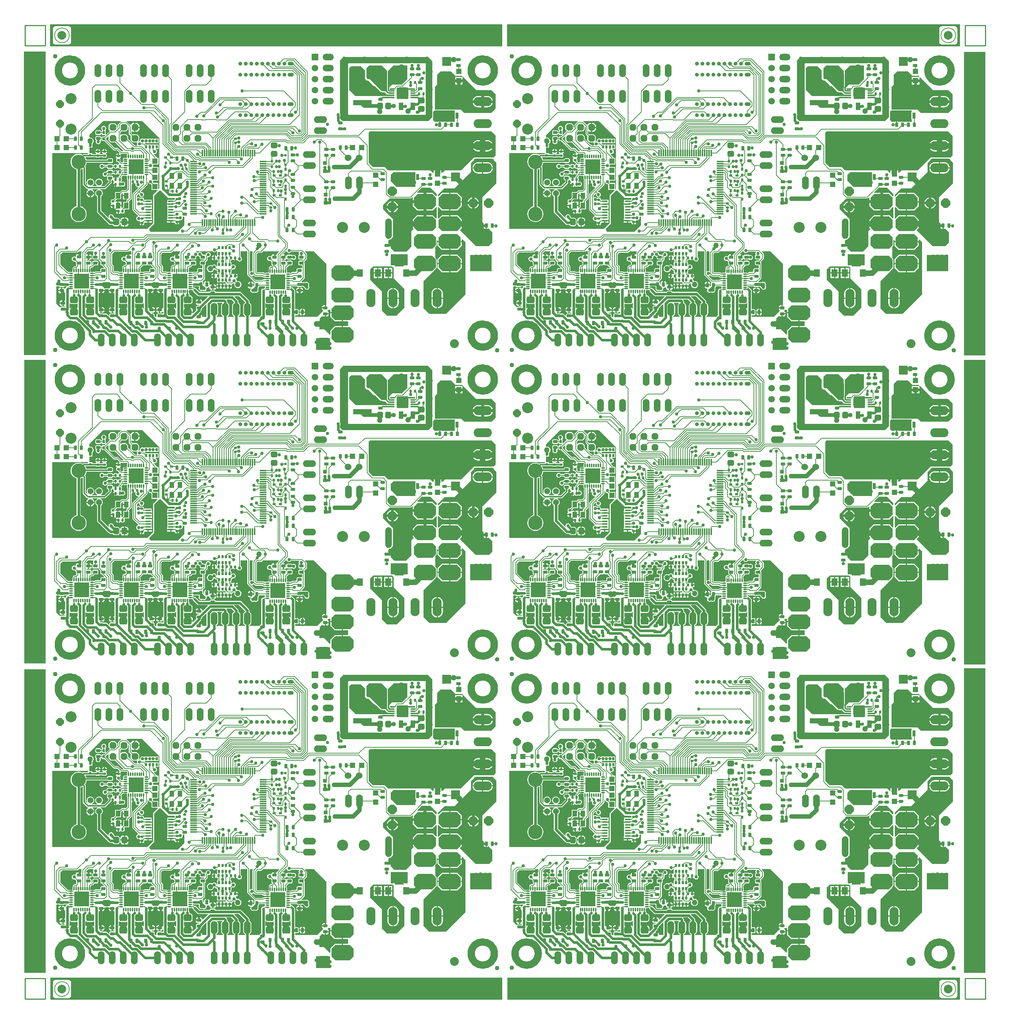
<source format=gtl>
%FSLAX24Y24*%
%MOIN*%
G70*
G01*
G75*
G04 Layer_Physical_Order=1*
G04 Layer_Color=255*
%ADD10C,0.0070*%
G04:AMPARAMS|DCode=11|XSize=78.7mil|YSize=78.7mil|CornerRadius=39.4mil|HoleSize=0mil|Usage=FLASHONLY|Rotation=90.000|XOffset=0mil|YOffset=0mil|HoleType=Round|Shape=RoundedRectangle|*
%AMROUNDEDRECTD11*
21,1,0.0787,0.0000,0,0,90.0*
21,1,0.0000,0.0787,0,0,90.0*
1,1,0.0787,0.0000,0.0000*
1,1,0.0787,0.0000,0.0000*
1,1,0.0787,0.0000,0.0000*
1,1,0.0787,0.0000,0.0000*
%
%ADD11ROUNDEDRECTD11*%
%ADD12C,0.0100*%
%ADD13C,0.0650*%
%ADD14R,0.1970X0.1700*%
%ADD15R,0.0280X0.0560*%
%ADD16R,0.0600X0.0120*%
%ADD17R,0.0120X0.0600*%
G04:AMPARAMS|DCode=18|XSize=11mil|YSize=31.5mil|CornerRadius=4.4mil|HoleSize=0mil|Usage=FLASHONLY|Rotation=180.000|XOffset=0mil|YOffset=0mil|HoleType=Round|Shape=RoundedRectangle|*
%AMROUNDEDRECTD18*
21,1,0.0110,0.0227,0,0,180.0*
21,1,0.0022,0.0315,0,0,180.0*
1,1,0.0088,-0.0011,0.0113*
1,1,0.0088,0.0011,0.0113*
1,1,0.0088,0.0011,-0.0113*
1,1,0.0088,-0.0011,-0.0113*
%
%ADD18ROUNDEDRECTD18*%
G04:AMPARAMS|DCode=19|XSize=11mil|YSize=31.5mil|CornerRadius=4.4mil|HoleSize=0mil|Usage=FLASHONLY|Rotation=270.000|XOffset=0mil|YOffset=0mil|HoleType=Round|Shape=RoundedRectangle|*
%AMROUNDEDRECTD19*
21,1,0.0110,0.0227,0,0,270.0*
21,1,0.0022,0.0315,0,0,270.0*
1,1,0.0088,-0.0113,-0.0011*
1,1,0.0088,-0.0113,0.0011*
1,1,0.0088,0.0113,0.0011*
1,1,0.0088,0.0113,-0.0011*
%
%ADD19ROUNDEDRECTD19*%
%ADD20R,0.1370X0.1370*%
%ADD21R,0.1370X0.1370*%
%ADD22R,0.0236X0.1319*%
G04:AMPARAMS|DCode=23|XSize=40mil|YSize=40mil|CornerRadius=20mil|HoleSize=0mil|Usage=FLASHONLY|Rotation=0.000|XOffset=0mil|YOffset=0mil|HoleType=Round|Shape=RoundedRectangle|*
%AMROUNDEDRECTD23*
21,1,0.0400,0.0000,0,0,0.0*
21,1,0.0000,0.0400,0,0,0.0*
1,1,0.0400,0.0000,0.0000*
1,1,0.0400,0.0000,0.0000*
1,1,0.0400,0.0000,0.0000*
1,1,0.0400,0.0000,0.0000*
%
%ADD23ROUNDEDRECTD23*%
%ADD24R,0.0480X0.0480*%
%ADD25R,0.0480X0.0480*%
%ADD26R,0.0420X0.0520*%
%ADD27R,0.0354X0.1299*%
%ADD28R,0.0240X0.0240*%
%ADD29R,0.1260X0.0630*%
%ADD30R,0.0360X0.0320*%
%ADD31R,0.0280X0.0200*%
%ADD32R,0.0200X0.0280*%
%ADD33R,0.0790X0.0790*%
%ADD34R,0.0790X0.0790*%
%ADD35R,0.0500X0.0150*%
G04:AMPARAMS|DCode=36|XSize=63mil|YSize=71mil|CornerRadius=15.8mil|HoleSize=0mil|Usage=FLASHONLY|Rotation=270.000|XOffset=0mil|YOffset=0mil|HoleType=Round|Shape=RoundedRectangle|*
%AMROUNDEDRECTD36*
21,1,0.0630,0.0395,0,0,270.0*
21,1,0.0315,0.0710,0,0,270.0*
1,1,0.0315,-0.0198,-0.0158*
1,1,0.0315,-0.0198,0.0158*
1,1,0.0315,0.0198,0.0158*
1,1,0.0315,0.0198,-0.0158*
%
%ADD36ROUNDEDRECTD36*%
G04:AMPARAMS|DCode=37|XSize=29.1mil|YSize=39.4mil|CornerRadius=5.8mil|HoleSize=0mil|Usage=FLASHONLY|Rotation=90.000|XOffset=0mil|YOffset=0mil|HoleType=Round|Shape=RoundedRectangle|*
%AMROUNDEDRECTD37*
21,1,0.0291,0.0277,0,0,90.0*
21,1,0.0175,0.0394,0,0,90.0*
1,1,0.0117,0.0139,0.0087*
1,1,0.0117,0.0139,-0.0087*
1,1,0.0117,-0.0139,-0.0087*
1,1,0.0117,-0.0139,0.0087*
%
%ADD37ROUNDEDRECTD37*%
G04:AMPARAMS|DCode=38|XSize=29.1mil|YSize=39.4mil|CornerRadius=5.8mil|HoleSize=0mil|Usage=FLASHONLY|Rotation=180.000|XOffset=0mil|YOffset=0mil|HoleType=Round|Shape=RoundedRectangle|*
%AMROUNDEDRECTD38*
21,1,0.0291,0.0277,0,0,180.0*
21,1,0.0175,0.0394,0,0,180.0*
1,1,0.0117,-0.0087,0.0139*
1,1,0.0117,0.0087,0.0139*
1,1,0.0117,0.0087,-0.0139*
1,1,0.0117,-0.0087,-0.0139*
%
%ADD38ROUNDEDRECTD38*%
G04:AMPARAMS|DCode=39|XSize=22mil|YSize=24mil|CornerRadius=4.4mil|HoleSize=0mil|Usage=FLASHONLY|Rotation=0.000|XOffset=0mil|YOffset=0mil|HoleType=Round|Shape=RoundedRectangle|*
%AMROUNDEDRECTD39*
21,1,0.0220,0.0152,0,0,0.0*
21,1,0.0132,0.0240,0,0,0.0*
1,1,0.0088,0.0066,-0.0076*
1,1,0.0088,-0.0066,-0.0076*
1,1,0.0088,-0.0066,0.0076*
1,1,0.0088,0.0066,0.0076*
%
%ADD39ROUNDEDRECTD39*%
G04:AMPARAMS|DCode=40|XSize=22mil|YSize=24mil|CornerRadius=4.4mil|HoleSize=0mil|Usage=FLASHONLY|Rotation=270.000|XOffset=0mil|YOffset=0mil|HoleType=Round|Shape=RoundedRectangle|*
%AMROUNDEDRECTD40*
21,1,0.0220,0.0152,0,0,270.0*
21,1,0.0132,0.0240,0,0,270.0*
1,1,0.0088,-0.0076,-0.0066*
1,1,0.0088,-0.0076,0.0066*
1,1,0.0088,0.0076,0.0066*
1,1,0.0088,0.0076,-0.0066*
%
%ADD40ROUNDEDRECTD40*%
%ADD41R,0.0543X0.0709*%
%ADD42R,0.0200X0.0260*%
%ADD43R,0.0433X0.0669*%
G04:AMPARAMS|DCode=44|XSize=52mil|YSize=60mil|CornerRadius=13mil|HoleSize=0mil|Usage=FLASHONLY|Rotation=180.000|XOffset=0mil|YOffset=0mil|HoleType=Round|Shape=RoundedRectangle|*
%AMROUNDEDRECTD44*
21,1,0.0520,0.0340,0,0,180.0*
21,1,0.0260,0.0600,0,0,180.0*
1,1,0.0260,-0.0130,0.0170*
1,1,0.0260,0.0130,0.0170*
1,1,0.0260,0.0130,-0.0170*
1,1,0.0260,-0.0130,-0.0170*
%
%ADD44ROUNDEDRECTD44*%
G04:AMPARAMS|DCode=45|XSize=52mil|YSize=60mil|CornerRadius=13mil|HoleSize=0mil|Usage=FLASHONLY|Rotation=270.000|XOffset=0mil|YOffset=0mil|HoleType=Round|Shape=RoundedRectangle|*
%AMROUNDEDRECTD45*
21,1,0.0520,0.0340,0,0,270.0*
21,1,0.0260,0.0600,0,0,270.0*
1,1,0.0260,-0.0170,-0.0130*
1,1,0.0260,-0.0170,0.0130*
1,1,0.0260,0.0170,0.0130*
1,1,0.0260,0.0170,-0.0130*
%
%ADD45ROUNDEDRECTD45*%
%ADD46R,0.1673X0.0465*%
G04:AMPARAMS|DCode=47|XSize=50mil|YSize=50mil|CornerRadius=25mil|HoleSize=0mil|Usage=FLASHONLY|Rotation=90.000|XOffset=0mil|YOffset=0mil|HoleType=Round|Shape=RoundedRectangle|*
%AMROUNDEDRECTD47*
21,1,0.0500,0.0000,0,0,90.0*
21,1,0.0000,0.0500,0,0,90.0*
1,1,0.0500,0.0000,0.0000*
1,1,0.0500,0.0000,0.0000*
1,1,0.0500,0.0000,0.0000*
1,1,0.0500,0.0000,0.0000*
%
%ADD47ROUNDEDRECTD47*%
%ADD48C,0.0600*%
G04:AMPARAMS|DCode=49|XSize=105mil|YSize=105mil|CornerRadius=26.3mil|HoleSize=0mil|Usage=FLASHONLY|Rotation=180.000|XOffset=0mil|YOffset=0mil|HoleType=Round|Shape=RoundedRectangle|*
%AMROUNDEDRECTD49*
21,1,0.1050,0.0525,0,0,180.0*
21,1,0.0525,0.1050,0,0,180.0*
1,1,0.0525,-0.0263,0.0263*
1,1,0.0525,0.0263,0.0263*
1,1,0.0525,0.0263,-0.0263*
1,1,0.0525,-0.0263,-0.0263*
%
%ADD49ROUNDEDRECTD49*%
%ADD50R,0.0402X0.0118*%
%ADD51C,0.0500*%
%ADD52C,0.0240*%
%ADD53C,0.0080*%
%ADD54C,0.0200*%
%ADD55C,0.0320*%
%ADD56C,0.0120*%
%ADD57C,0.0600*%
%ADD58C,0.0400*%
%ADD59C,0.0250*%
%ADD60C,0.0160*%
%ADD61R,0.1299X0.1063*%
%ADD62R,0.1575X0.0984*%
%ADD63R,0.1929X0.1457*%
%ADD64R,0.0551X0.0472*%
%ADD65O,0.0540X0.0360*%
%ADD66C,0.0360*%
%ADD67O,0.0600X0.1200*%
%ADD68P,0.0758X8X292.5*%
%ADD69C,0.1000*%
%ADD70O,0.1200X0.0600*%
%ADD71O,0.1024X0.0591*%
%ADD72C,0.0591*%
%ADD73R,0.0591X0.0591*%
%ADD74C,0.1305*%
%ADD75C,0.0540*%
%ADD76O,0.1650X0.0825*%
%ADD77O,0.0825X0.1650*%
%ADD78P,0.0909X8X112.5*%
%ADD79C,0.0840*%
%ADD80P,0.0909X8X22.5*%
G04:AMPARAMS|DCode=81|XSize=133.9mil|YSize=200mil|CornerRadius=0mil|HoleSize=0mil|Usage=FLASHONLY|Rotation=270.000|XOffset=0mil|YOffset=0mil|HoleType=Round|Shape=Octagon|*
%AMOCTAGOND81*
4,1,8,0.1000,0.0335,0.1000,-0.0335,0.0665,-0.0669,-0.0665,-0.0669,-0.1000,-0.0335,-0.1000,0.0335,-0.0665,0.0669,0.0665,0.0669,0.1000,0.0335,0.0*
%
%ADD81OCTAGOND81*%

G04:AMPARAMS|DCode=82|XSize=140mil|YSize=200mil|CornerRadius=0mil|HoleSize=0mil|Usage=FLASHONLY|Rotation=270.000|XOffset=0mil|YOffset=0mil|HoleType=Round|Shape=Octagon|*
%AMOCTAGOND82*
4,1,8,0.1000,0.0350,0.1000,-0.0350,0.0650,-0.0700,-0.0650,-0.0700,-0.1000,-0.0350,-0.1000,0.0350,-0.0650,0.0700,0.0650,0.0700,0.1000,0.0350,0.0*
%
%ADD82OCTAGOND82*%

%ADD83P,0.0671X8X22.5*%
%ADD84C,0.0800*%
%ADD85C,0.0300*%
%ADD86C,0.0500*%
%ADD87C,0.0400*%
%ADD88C,0.0320*%
G36*
X96713Y12047D02*
X96713D01*
D01*
Y12047D01*
X96713Y12047D01*
D01*
D01*
X94774D01*
Y39616D01*
X96713D01*
Y12047D01*
D02*
G37*
G36*
Y39970D02*
X96713D01*
D01*
Y39970D01*
X96713Y39970D01*
D01*
D01*
X94774D01*
Y67549D01*
X96713D01*
Y39970D01*
D02*
G37*
G36*
X11585Y40069D02*
X11585D01*
D01*
Y40069D01*
X11585Y40069D01*
D01*
D01*
X9646D01*
Y67569D01*
X11585D01*
Y40069D01*
D02*
G37*
G36*
X52963Y9606D02*
X12008D01*
Y11604D01*
X52963D01*
Y9606D01*
D02*
G37*
G36*
X94429D02*
X53415D01*
Y11604D01*
X94429D01*
Y9606D01*
D02*
G37*
G36*
X11585Y12047D02*
X11585D01*
D01*
Y12047D01*
X11585Y12047D01*
D01*
D01*
X9646D01*
Y39518D01*
X11585D01*
Y12047D01*
D02*
G37*
G36*
X52953Y95955D02*
X11968D01*
Y97953D01*
X52953D01*
Y95955D01*
D02*
G37*
G36*
X94409D02*
X53376D01*
Y97953D01*
X94409D01*
Y95955D01*
D02*
G37*
G36*
X96713Y67972D02*
X96713D01*
D01*
Y67972D01*
X96713Y67972D01*
D01*
D01*
X94774D01*
Y95472D01*
X96713D01*
Y67972D01*
D02*
G37*
G36*
X11565Y68002D02*
X11565D01*
D01*
Y68002D01*
X11565Y68002D01*
D01*
D01*
X9626D01*
Y95502D01*
X11565D01*
Y68002D01*
D02*
G37*
%LPC*%
G36*
X13652Y97782D02*
Y97781D01*
X12470D01*
Y97782D01*
X12381Y97765D01*
X12306Y97714D01*
X12255Y97638D01*
X12237Y97549D01*
X12239D01*
Y96368D01*
X12237D01*
X12255Y96279D01*
X12306Y96203D01*
X12381Y96153D01*
X12470Y96135D01*
Y96136D01*
X13652D01*
Y96135D01*
X13741Y96153D01*
X13816Y96203D01*
X13867Y96279D01*
X13885Y96368D01*
X13883D01*
Y97549D01*
X13885D01*
X13867Y97638D01*
X13816Y97714D01*
X13741Y97765D01*
X13652Y97782D01*
D02*
G37*
G36*
X93947D02*
Y97781D01*
X92766D01*
Y97782D01*
X92676Y97765D01*
X92601Y97714D01*
X92550Y97638D01*
X92533Y97549D01*
X92534D01*
Y96368D01*
X92533D01*
X92550Y96279D01*
X92601Y96203D01*
X92676Y96153D01*
X92766Y96135D01*
Y96136D01*
X93947D01*
Y96135D01*
X94036Y96153D01*
X94112Y96203D01*
X94162Y96279D01*
X94180Y96368D01*
X94179D01*
Y97549D01*
X94180D01*
X94162Y97638D01*
X94112Y97714D01*
X94036Y97765D01*
X93947Y97782D01*
D02*
G37*
G36*
Y11385D02*
Y11383D01*
X92766D01*
Y11385D01*
X92676Y11367D01*
X92601Y11316D01*
X92550Y11241D01*
X92533Y11152D01*
X92534D01*
Y9970D01*
X92533D01*
X92550Y9881D01*
X92601Y9806D01*
X92676Y9755D01*
X92766Y9737D01*
Y9739D01*
X93947D01*
Y9737D01*
X94036Y9755D01*
X94112Y9806D01*
X94162Y9881D01*
X94180Y9970D01*
X94179D01*
Y11152D01*
X94180D01*
X94162Y11241D01*
X94112Y11316D01*
X94036Y11367D01*
X93947Y11385D01*
D02*
G37*
G36*
X13652D02*
Y11383D01*
X12470D01*
Y11385D01*
X12381Y11367D01*
X12306Y11316D01*
X12255Y11241D01*
X12237Y11152D01*
X12239D01*
Y9970D01*
X12237D01*
X12255Y9881D01*
X12306Y9806D01*
X12381Y9755D01*
X12470Y9737D01*
Y9739D01*
X13652D01*
Y9737D01*
X13741Y9755D01*
X13816Y9806D01*
X13867Y9881D01*
X13885Y9970D01*
X13883D01*
Y11152D01*
X13885D01*
X13867Y11241D01*
X13816Y11316D01*
X13741Y11367D01*
X13652Y11385D01*
D02*
G37*
%LPD*%
G36*
X52402Y29449D02*
Y27559D01*
X51142Y26299D01*
Y24055D01*
X51266Y23931D01*
X51255Y23879D01*
Y23790D01*
X51504D01*
Y23740D01*
X51554D01*
Y23440D01*
X51591D01*
X51653Y23452D01*
X51705Y23487D01*
X51709Y23488D01*
X52047Y23150D01*
Y22205D01*
X51732Y21890D01*
X50551D01*
X49102Y23339D01*
X49289Y23526D01*
Y23860D01*
X48189D01*
Y23910D01*
X48139D01*
Y24680D01*
X47474D01*
X47172Y24378D01*
X47126Y24397D01*
Y25408D01*
X47172Y25427D01*
X47489Y25110D01*
X48139D01*
Y25910D01*
Y26710D01*
X47489D01*
X47172Y26393D01*
X47126Y26413D01*
Y26535D01*
X47717Y27126D01*
X48622D01*
X50118Y28622D01*
Y29409D01*
X50512Y29803D01*
X52047D01*
X52402Y29449D01*
D02*
G37*
G36*
X30787Y18358D02*
Y17874D01*
X30709Y17756D01*
X30394D01*
X30276Y17874D01*
Y17953D01*
X30683Y18360D01*
X30786D01*
X30787Y18358D01*
D02*
G37*
G36*
X24887Y17901D02*
X24900Y17839D01*
X24942Y17776D01*
X25303Y17415D01*
X25366Y17373D01*
X25440Y17358D01*
X26258D01*
X26277Y17312D01*
X25815Y16849D01*
X25768Y16868D01*
Y16894D01*
X25756Y16955D01*
X25721Y17008D01*
X25669Y17043D01*
X25607Y17055D01*
X25519D01*
Y16806D01*
X25468D01*
Y16756D01*
X25169D01*
Y16719D01*
X25181Y16657D01*
X25216Y16605D01*
X25268Y16570D01*
X25330Y16557D01*
X25458D01*
X25469Y16531D01*
X25441Y16489D01*
X25330D01*
X25280Y16479D01*
X25237Y16451D01*
X25209Y16408D01*
X25199Y16358D01*
Y16183D01*
X25209Y16133D01*
X25232Y16099D01*
X24962Y15829D01*
X24916Y15848D01*
Y15857D01*
X24459D01*
Y15907D01*
X24409D01*
Y16324D01*
X24261D01*
X24194Y16315D01*
X24149Y16296D01*
X24107Y16324D01*
Y16645D01*
X24151Y16669D01*
X24172Y16655D01*
X24261Y16637D01*
X24656D01*
X24745Y16655D01*
X24820Y16705D01*
X24870Y16780D01*
X24888Y16869D01*
Y17184D01*
X24870Y17273D01*
X24820Y17348D01*
X24745Y17398D01*
X24656Y17416D01*
X24620D01*
Y17498D01*
X24606Y17572D01*
X24564Y17635D01*
X24550Y17644D01*
X24554Y17665D01*
Y17892D01*
X24651Y17911D01*
X24796D01*
X24841Y17920D01*
X24841Y17921D01*
X24887Y17901D01*
D02*
G37*
G36*
X18568Y26663D02*
Y26512D01*
X18878D01*
Y26462D01*
X18928D01*
Y26082D01*
X18939Y26056D01*
X18907Y26024D01*
X18883Y25988D01*
X18874Y25945D01*
X18874Y25945D01*
Y25880D01*
X18598D01*
Y25428D01*
X18500Y25330D01*
X18457Y25348D01*
X18454Y25350D01*
Y25500D01*
X18144D01*
Y25550D01*
X18094D01*
Y25910D01*
X17879D01*
Y25969D01*
X18043Y26132D01*
X18424D01*
Y26584D01*
X18522Y26682D01*
X18568Y26663D01*
D02*
G37*
G36*
X49606Y22244D02*
Y17520D01*
X47835Y15748D01*
X46339D01*
X45827Y16260D01*
Y18701D01*
X46890Y19764D01*
Y19800D01*
X47015Y19925D01*
Y20695D01*
X46890Y20820D01*
Y21815D01*
X47015Y21941D01*
Y22403D01*
X47056Y22431D01*
X47089Y22417D01*
Y22360D01*
X49289D01*
Y22496D01*
X49335Y22515D01*
X49606Y22244D01*
D02*
G37*
G36*
X17198Y17982D02*
X17283Y17965D01*
X17292Y17922D01*
X17598D01*
Y17872D01*
X17648D01*
Y17623D01*
X17737D01*
X17789Y17634D01*
X17828Y17602D01*
Y16380D01*
X17789Y16349D01*
X17757Y16355D01*
X17668D01*
Y16106D01*
Y15857D01*
X17757D01*
X17789Y15864D01*
X17808Y15848D01*
Y15798D01*
X17789Y15783D01*
X17757Y15789D01*
X17480D01*
X17430Y15779D01*
X17387Y15751D01*
X17359Y15708D01*
X17349Y15658D01*
Y15592D01*
X17303Y15573D01*
X17168Y15708D01*
X17106Y15750D01*
X17031Y15765D01*
X16819D01*
X16797Y15779D01*
X16747Y15789D01*
X16528D01*
X16500Y15831D01*
X16511Y15857D01*
X16559D01*
Y16106D01*
Y16355D01*
X16470D01*
X16413Y16344D01*
X16375Y16375D01*
Y17602D01*
X16413Y17634D01*
X16466Y17623D01*
X16554D01*
Y17872D01*
X16604D01*
Y17922D01*
X16904D01*
Y17940D01*
X16943Y17972D01*
X16978Y17965D01*
X17064Y17982D01*
X17091Y17999D01*
X17171D01*
X17198Y17982D01*
D02*
G37*
G36*
X26063Y18110D02*
Y17992D01*
X25984Y17913D01*
X25591D01*
Y17953D01*
X25551Y17992D01*
Y18268D01*
X25709Y18425D01*
X25748D01*
X26063Y18110D01*
D02*
G37*
G36*
X37008Y20279D02*
Y16540D01*
X36979D01*
Y16291D01*
X36929D01*
Y16241D01*
X36629D01*
Y16204D01*
X36641Y16142D01*
X36676Y16090D01*
X36717Y16063D01*
X36722Y16013D01*
X36181Y15472D01*
X34170D01*
Y15598D01*
X34209Y15630D01*
X34213Y15629D01*
X34388D01*
X34438Y15639D01*
X34481Y15667D01*
X34509Y15710D01*
X34519Y15760D01*
Y16037D01*
X34509Y16087D01*
X34481Y16130D01*
X34438Y16158D01*
X34388Y16168D01*
X34213D01*
X34209Y16167D01*
X34170Y16199D01*
Y17835D01*
X34155Y17909D01*
X34113Y17972D01*
X33978Y18107D01*
X33915Y18149D01*
X33841Y18163D01*
X33809Y18157D01*
X33793Y18171D01*
X33785Y18209D01*
X33817Y18248D01*
X34342D01*
X34356Y18228D01*
X34398Y18199D01*
X34448Y18189D01*
X34725D01*
X34775Y18199D01*
X34816Y18226D01*
X34901D01*
X35035Y18092D01*
X35039Y18074D01*
X35087Y18001D01*
X35160Y17952D01*
X35246Y17935D01*
X35332Y17952D01*
X35405Y18001D01*
X35453Y18074D01*
X35470Y18159D01*
X35453Y18245D01*
X35426Y18287D01*
Y18313D01*
X35443Y18339D01*
X35461Y18425D01*
X35443Y18511D01*
X35395Y18584D01*
X35322Y18632D01*
X35236Y18650D01*
X35150Y18632D01*
X35138Y18624D01*
X34781D01*
X34762Y18670D01*
X35001Y18909D01*
X35001Y18909D01*
X35025Y18946D01*
X35033Y18988D01*
Y20354D01*
X35025Y20397D01*
X35013Y20414D01*
Y20441D01*
X35008Y20467D01*
X35224Y20682D01*
X35247Y20717D01*
X35255Y20758D01*
X35255Y20758D01*
Y21158D01*
X35247Y21199D01*
X35224Y21233D01*
X35224Y21233D01*
X35085Y21372D01*
X35104Y21418D01*
X35868D01*
X37008Y20279D01*
D02*
G37*
G36*
X33783Y16701D02*
Y16277D01*
X33738Y16255D01*
X33693Y16289D01*
X33631Y16315D01*
X33564Y16324D01*
X33416D01*
Y15907D01*
X33316D01*
Y16324D01*
X33169D01*
X33101Y16315D01*
X33056Y16296D01*
X33015Y16324D01*
Y16645D01*
X33059Y16669D01*
X33080Y16655D01*
X33169Y16637D01*
X33564D01*
X33652Y16655D01*
X33728Y16705D01*
X33735Y16716D01*
X33783Y16701D01*
D02*
G37*
G36*
X46998Y26598D02*
Y26422D01*
X46952Y26403D01*
X46645Y26710D01*
X46065D01*
Y25910D01*
Y25110D01*
X46645D01*
X46952Y25417D01*
X46998Y25398D01*
Y24407D01*
X46952Y24388D01*
X46660Y24680D01*
X46065D01*
Y23910D01*
X45945D01*
Y23790D01*
X44845D01*
Y23526D01*
X44928Y23442D01*
X44724Y23238D01*
Y21860D01*
X44237Y21373D01*
X43166D01*
X42851Y21688D01*
Y21841D01*
X42480D01*
Y22081D01*
X42851D01*
Y22503D01*
X43048Y22700D01*
Y24325D01*
X42139Y25234D01*
Y25604D01*
X42735Y26200D01*
X42737Y26200D01*
X42737Y26200D01*
X44650D01*
X44650Y26200D01*
X44693Y26208D01*
X44730Y26232D01*
X44799Y26302D01*
X44845Y26282D01*
Y26030D01*
X45825D01*
Y26710D01*
X45273D01*
X45254Y26756D01*
X45662Y27165D01*
X46431D01*
X46998Y26598D01*
D02*
G37*
G36*
X18326Y16655D02*
X18415Y16637D01*
X18810D01*
X18898Y16655D01*
X18926Y16673D01*
X18970Y16649D01*
Y16321D01*
X18928Y16294D01*
X18877Y16315D01*
X18810Y16324D01*
X18662D01*
Y15907D01*
X18562D01*
Y16324D01*
X18415D01*
X18347Y16315D01*
X18285Y16289D01*
X18260Y16270D01*
X18215Y16292D01*
Y16675D01*
X18259Y16699D01*
X18326Y16655D01*
D02*
G37*
G36*
X31604D02*
X31692Y16637D01*
X32087D01*
X32176Y16655D01*
X32217Y16682D01*
X32261Y16658D01*
Y16311D01*
X32217Y16289D01*
X32154Y16315D01*
X32087Y16324D01*
X31940D01*
Y15907D01*
X31840D01*
Y16324D01*
X31692D01*
X31625Y16315D01*
X31562Y16289D01*
X31538Y16270D01*
X31493Y16292D01*
Y16675D01*
X31537Y16699D01*
X31604Y16655D01*
D02*
G37*
G36*
X45079Y28480D02*
X45068D01*
Y27780D01*
X45079D01*
Y27244D01*
X43386D01*
X42835Y27795D01*
Y28346D01*
X43071Y28583D01*
X45079D01*
Y28480D01*
D02*
G37*
G36*
X20476Y16701D02*
Y16277D01*
X20431Y16255D01*
X20386Y16289D01*
X20324Y16315D01*
X20257Y16324D01*
X20109D01*
Y15907D01*
X20009D01*
Y16324D01*
X19862D01*
X19794Y16315D01*
X19732Y16289D01*
X19717Y16278D01*
X19672Y16300D01*
Y16669D01*
X19716Y16692D01*
X19773Y16655D01*
X19862Y16637D01*
X20257D01*
X20345Y16655D01*
X20421Y16705D01*
X20428Y16716D01*
X20476Y16701D01*
D02*
G37*
G36*
X23410Y16732D02*
Y16252D01*
X23363Y16236D01*
X23354Y16248D01*
X23300Y16289D01*
X23237Y16315D01*
X23170Y16324D01*
X23022D01*
Y15907D01*
X22922D01*
Y16324D01*
X22775D01*
X22708Y16315D01*
X22663Y16296D01*
X22621Y16324D01*
Y16645D01*
X22665Y16669D01*
X22686Y16655D01*
X22775Y16637D01*
X23170D01*
X23259Y16655D01*
X23334Y16705D01*
X23362Y16747D01*
X23410Y16732D01*
D02*
G37*
G36*
X13857Y16655D02*
X13946Y16637D01*
X14341D01*
X14430Y16655D01*
X14453Y16670D01*
X14497Y16647D01*
Y16323D01*
X14456Y16295D01*
X14408Y16315D01*
X14341Y16324D01*
X14194D01*
Y15907D01*
X14094D01*
Y16324D01*
X13946D01*
X13879Y16315D01*
X13816Y16289D01*
X13782Y16263D01*
X13737Y16285D01*
Y16691D01*
X13782Y16705D01*
X13857Y16655D01*
D02*
G37*
G36*
X22677Y26260D02*
X23251D01*
X23283Y26221D01*
X23282Y26218D01*
Y26118D01*
X23249Y26085D01*
X23240Y26089D01*
Y26089D01*
X23240Y26089D01*
X22600D01*
Y25869D01*
X22570D01*
Y25744D01*
X22920D01*
Y25644D01*
X22570D01*
Y25519D01*
X22600D01*
Y25299D01*
Y25049D01*
Y24794D01*
Y24544D01*
Y24364D01*
X22570D01*
Y24239D01*
X22920D01*
Y24189D01*
X22970D01*
Y24014D01*
X23261D01*
Y23999D01*
X23273Y23943D01*
X23304Y23895D01*
X23352Y23863D01*
X23408Y23852D01*
X23434D01*
Y24065D01*
X23484D01*
Y24115D01*
X23707D01*
Y24131D01*
X23696Y24187D01*
X23691Y24195D01*
X23718Y24237D01*
X23780Y24225D01*
X23865Y24242D01*
X23938Y24290D01*
X23987Y24363D01*
X24004Y24449D01*
X23990Y24520D01*
X24025Y24555D01*
X24035Y24553D01*
X24134D01*
Y23780D01*
X23543Y23189D01*
X21102D01*
X20984Y23307D01*
Y23465D01*
X21417Y23898D01*
Y26457D01*
X21890Y26929D01*
X22008D01*
X22677Y26260D01*
D02*
G37*
G36*
X35354Y18465D02*
Y18150D01*
X35276Y18071D01*
X35157D01*
X34882Y18346D01*
Y18543D01*
X35276D01*
X35354Y18465D01*
D02*
G37*
G36*
X30341Y21374D02*
X30332Y21361D01*
X30324Y21319D01*
X30324Y21319D01*
Y19648D01*
X30285Y19616D01*
X30246Y19624D01*
X30160Y19607D01*
X30125Y19583D01*
X30081Y19607D01*
Y21418D01*
X30317D01*
X30341Y21374D01*
D02*
G37*
G36*
X12598Y18236D02*
X12799D01*
X12810Y18219D01*
X12852Y18191D01*
X12902Y18181D01*
X13180D01*
X13230Y18191D01*
X13272Y18219D01*
X13283Y18235D01*
X13465D01*
X13480Y18187D01*
X13463Y18176D01*
X13406Y18119D01*
X13364Y18056D01*
X13362Y18045D01*
X13313Y18036D01*
X13294Y18065D01*
X13241Y18100D01*
X13180Y18112D01*
X13091D01*
Y17863D01*
Y17615D01*
X13180D01*
X13241Y17627D01*
X13294Y17662D01*
X13302Y17674D01*
X13350Y17659D01*
Y16992D01*
X13311Y16960D01*
X13287Y16965D01*
X13198D01*
Y16716D01*
Y16467D01*
X13287D01*
X13311Y16472D01*
X13328Y16458D01*
Y16408D01*
X13311Y16394D01*
X13287Y16399D01*
X13010D01*
X12960Y16389D01*
X12917Y16361D01*
X12880Y16357D01*
X12559Y16678D01*
Y18204D01*
X12598Y18236D01*
X12598Y18236D01*
D02*
G37*
G36*
X17541Y18465D02*
Y18328D01*
X17283Y18071D01*
X16929D01*
X16693Y18307D01*
Y18504D01*
X16811Y18622D01*
X17384D01*
X17541Y18465D01*
D02*
G37*
G36*
X12913Y18740D02*
Y18307D01*
X12598D01*
X12520Y18386D01*
Y18504D01*
X12795Y18780D01*
X12874D01*
X12913Y18740D01*
D02*
G37*
G36*
X30529Y19147D02*
X30529Y19147D01*
X30566Y19123D01*
X30609Y19115D01*
X30609Y19115D01*
X31187D01*
X31229Y19073D01*
X31229Y19073D01*
X31266Y19048D01*
X31309Y19040D01*
X31383D01*
X31412Y19005D01*
X31668D01*
Y18905D01*
X31412D01*
X31383Y18870D01*
X31305D01*
X31305Y18870D01*
X31262Y18862D01*
X31226Y18837D01*
X31226Y18837D01*
X31197Y18809D01*
X30628D01*
X30296Y19140D01*
X30311Y19188D01*
X30332Y19192D01*
X30405Y19241D01*
X30433Y19244D01*
X30529Y19147D01*
D02*
G37*
G36*
X20832Y20182D02*
X20874Y20154D01*
X20924Y20144D01*
X21116D01*
X21117Y20142D01*
X21141Y20105D01*
X21315Y19932D01*
X21296Y19886D01*
X21121D01*
X21071Y19876D01*
X21029Y19847D01*
X21000Y19805D01*
X20990Y19755D01*
Y19581D01*
X20531D01*
X20531Y19581D01*
X20489Y19572D01*
X20452Y19548D01*
X20443Y19538D01*
X20410Y19545D01*
X20183D01*
X20168Y19560D01*
Y19787D01*
X20159Y19831D01*
X20153Y19841D01*
Y19874D01*
X20423Y20144D01*
X20650D01*
X20700Y20154D01*
X20743Y20182D01*
X20762Y20212D01*
X20812D01*
X20832Y20182D01*
D02*
G37*
G36*
X21929Y18504D02*
Y18307D01*
X21732Y18110D01*
X21339D01*
X21142Y18307D01*
Y18504D01*
X21220Y18583D01*
X21850D01*
X21929Y18504D01*
D02*
G37*
G36*
X15914Y21374D02*
X15895Y21346D01*
X15878Y21260D01*
X15895Y21174D01*
X15918Y21140D01*
X15900Y21098D01*
X15858Y21069D01*
X15830Y21027D01*
X15820Y20977D01*
Y20802D01*
X15830Y20752D01*
X15858Y20710D01*
X15900Y20681D01*
X15951Y20671D01*
X16228D01*
X16278Y20681D01*
X16320Y20710D01*
X16334Y20731D01*
X16382Y20716D01*
Y20669D01*
X16382Y20669D01*
X16391Y20626D01*
X16415Y20590D01*
X16546Y20459D01*
X16542Y20440D01*
Y20265D01*
X16552Y20215D01*
X16580Y20172D01*
X16622Y20144D01*
X16672Y20134D01*
X16701D01*
X16707Y20103D01*
X16732Y20067D01*
X16867Y19932D01*
X16848Y19886D01*
X16672D01*
X16622Y19876D01*
X16580Y19847D01*
X16552Y19805D01*
X16542Y19755D01*
Y19594D01*
X16538Y19591D01*
X16093D01*
X16093Y19591D01*
X16050Y19582D01*
X16013Y19558D01*
X16013Y19558D01*
X15985Y19530D01*
X15955D01*
X15945Y19536D01*
X15901Y19545D01*
X15674D01*
X15659Y19560D01*
Y19787D01*
X15650Y19831D01*
X15644Y19841D01*
Y19885D01*
X15716Y19957D01*
X15804D01*
X15804Y19957D01*
X15847Y19965D01*
X15883Y19990D01*
X16030Y20136D01*
X16228D01*
X16278Y20146D01*
X16320Y20174D01*
X16349Y20217D01*
X16358Y20267D01*
Y20441D01*
X16349Y20491D01*
X16320Y20534D01*
X16278Y20562D01*
X16228Y20572D01*
X15951D01*
X15900Y20562D01*
X15858Y20534D01*
X15830Y20491D01*
X15820Y20441D01*
Y20267D01*
X15824Y20247D01*
X15782Y20206D01*
X15732Y20208D01*
X15723Y20220D01*
X15732Y20267D01*
Y20441D01*
X15722Y20491D01*
X15694Y20534D01*
X15651Y20562D01*
X15601Y20572D01*
X15324D01*
X15289Y20565D01*
X15269Y20581D01*
Y20631D01*
X15289Y20648D01*
X15324Y20641D01*
X15413D01*
Y20889D01*
Y21138D01*
X15324D01*
X15289Y21131D01*
X15250Y21163D01*
Y21229D01*
X15439Y21418D01*
X15891D01*
X15914Y21374D01*
D02*
G37*
G36*
X14845Y21374D02*
X14837Y21362D01*
X14829Y21319D01*
X14829Y21319D01*
Y21171D01*
X14790Y21139D01*
X14755Y21146D01*
X14666D01*
Y20898D01*
X14566D01*
Y21146D01*
X14478D01*
X14416Y21134D01*
X14363Y21099D01*
X14328Y21047D01*
X14316Y20985D01*
Y20937D01*
X14272Y20914D01*
X14254Y20926D01*
X14168Y20943D01*
X14083Y20926D01*
X14010Y20877D01*
X13961Y20804D01*
X13944Y20719D01*
X13961Y20633D01*
X14010Y20560D01*
X14083Y20511D01*
X14168Y20494D01*
X14223Y20505D01*
X14347Y20382D01*
Y20275D01*
X14356Y20227D01*
Y20115D01*
X14296Y20055D01*
X14193D01*
X14193Y20055D01*
X14150Y20046D01*
X14113Y20022D01*
X14113Y20022D01*
X14073Y19982D01*
X14049Y19945D01*
X14040Y19903D01*
X14040Y19903D01*
Y19841D01*
X14034Y19831D01*
X14025Y19787D01*
Y19642D01*
X14006Y19545D01*
X13779D01*
X13735Y19536D01*
X13725Y19530D01*
X13651D01*
X13637Y19543D01*
X13601Y19567D01*
X13569Y19574D01*
X12906Y20238D01*
Y21106D01*
X13116Y21316D01*
X14428D01*
X14428Y21316D01*
X14471Y21325D01*
X14508Y21349D01*
X14577Y21418D01*
X14822D01*
X14845Y21374D01*
D02*
G37*
G36*
X23756D02*
X23733Y21339D01*
X23724Y21296D01*
X23724Y21296D01*
Y21161D01*
X23685Y21129D01*
X23657Y21135D01*
X23568D01*
Y20886D01*
X23468D01*
Y21135D01*
X23380D01*
X23318Y21123D01*
X23266Y21088D01*
X23231Y21035D01*
X23219Y20974D01*
Y20936D01*
X23174Y20912D01*
X23154Y20926D01*
X23068Y20943D01*
X22983Y20926D01*
X22910Y20877D01*
X22861Y20804D01*
X22844Y20719D01*
X22861Y20633D01*
X22910Y20560D01*
X22983Y20511D01*
X23068Y20494D01*
X23132Y20507D01*
X23249Y20389D01*
Y20263D01*
X23253Y20244D01*
X23191Y20182D01*
X23120D01*
X23120Y20182D01*
X23077Y20174D01*
X23041Y20149D01*
X23041Y20149D01*
X22968Y20077D01*
X22944Y20041D01*
X22936Y19998D01*
X22936Y19998D01*
Y19841D01*
X22929Y19831D01*
X22920Y19787D01*
Y19642D01*
X22901Y19545D01*
X22674D01*
X22630Y19536D01*
X22620Y19530D01*
X22597D01*
X22582Y19545D01*
X22546Y19569D01*
X22503Y19578D01*
X22503Y19578D01*
X22215D01*
X22199Y19594D01*
Y20042D01*
X22199Y20042D01*
X22190Y20084D01*
X22166Y20121D01*
X22166Y20121D01*
X22049Y20237D01*
Y21156D01*
X22183Y21290D01*
X22952D01*
X22952Y21290D01*
X22995Y21298D01*
X23031Y21322D01*
X23127Y21418D01*
X23733D01*
X23756Y21374D01*
D02*
G37*
G36*
X21607Y18021D02*
X21693Y18004D01*
X21711Y17986D01*
X21708Y17969D01*
Y17932D01*
X22008D01*
Y17882D01*
X22058D01*
Y17633D01*
X22146D01*
X22195Y17643D01*
X22234Y17611D01*
Y16270D01*
X22186Y16256D01*
X22151Y16308D01*
X22099Y16343D01*
X22037Y16355D01*
X21948D01*
Y16106D01*
Y15857D01*
X22037D01*
X22099Y15870D01*
X22151Y15905D01*
X22186Y15957D01*
X22234Y15942D01*
Y15765D01*
X22109D01*
X22087Y15779D01*
X22037Y15789D01*
X21760D01*
X21710Y15779D01*
X21667Y15751D01*
X21639Y15708D01*
X21629Y15658D01*
Y15483D01*
X21620Y15472D01*
X21509D01*
X21458Y15524D01*
Y15658D01*
X21448Y15708D01*
X21420Y15751D01*
X21377Y15779D01*
X21327Y15789D01*
X21206D01*
X21178Y15831D01*
X21189Y15857D01*
X21327D01*
X21389Y15870D01*
X21441Y15905D01*
X21476Y15957D01*
X21488Y16019D01*
Y16056D01*
X21188D01*
Y16106D01*
X21139D01*
Y16355D01*
X21050D01*
X20988Y16343D01*
X20936Y16308D01*
X20911Y16270D01*
X20863Y16285D01*
Y17606D01*
X20902Y17638D01*
X20924Y17633D01*
X21013D01*
Y17882D01*
X21063D01*
Y17932D01*
X21363D01*
Y17964D01*
X21402Y17995D01*
X21407Y17994D01*
X21493Y18011D01*
X21535Y18039D01*
X21581D01*
X21607Y18021D01*
D02*
G37*
G36*
X19338Y21158D02*
X19299Y21127D01*
X19257Y21135D01*
X19168D01*
Y20886D01*
X19068D01*
Y21135D01*
X18980D01*
X18918Y21123D01*
X18866Y21088D01*
X18831Y21035D01*
X18819Y20974D01*
Y20936D01*
X18774Y20912D01*
X18754Y20926D01*
X18669Y20943D01*
X18583Y20926D01*
X18510Y20877D01*
X18461Y20804D01*
X18444Y20719D01*
X18461Y20633D01*
X18510Y20560D01*
X18583Y20511D01*
X18669Y20494D01*
X18723Y20505D01*
X18849Y20379D01*
Y20263D01*
X18853Y20244D01*
X18805Y20196D01*
X18734D01*
X18734Y20196D01*
X18691Y20187D01*
X18655Y20163D01*
X18655Y20163D01*
X18582Y20091D01*
X18558Y20054D01*
X18549Y20012D01*
X18549Y20012D01*
Y19841D01*
X18543Y19831D01*
X18534Y19787D01*
Y19642D01*
X18515Y19545D01*
X18288D01*
X18244Y19536D01*
X18243Y19536D01*
X18202Y19577D01*
X18165Y19602D01*
X18122Y19610D01*
X18122Y19610D01*
X17763D01*
X17750Y19623D01*
Y20040D01*
X17750Y20040D01*
X17741Y20083D01*
X17717Y20120D01*
X17608Y20229D01*
Y21173D01*
X17803Y21368D01*
X19003D01*
X19003Y21368D01*
X19046Y21377D01*
X19082Y21401D01*
X19099Y21418D01*
X19338D01*
Y21158D01*
D02*
G37*
G36*
X25393Y20983D02*
X25465Y20935D01*
X25551Y20917D01*
X25557Y20912D01*
Y20802D01*
X25567Y20752D01*
X25596Y20710D01*
X25638Y20681D01*
X25688Y20671D01*
X25920D01*
X25939Y20625D01*
X25886Y20572D01*
X25688D01*
X25638Y20562D01*
X25596Y20534D01*
X25567Y20491D01*
X25557Y20441D01*
Y20267D01*
X25567Y20217D01*
X25596Y20174D01*
X25638Y20146D01*
X25688Y20136D01*
X25795D01*
Y19912D01*
X25757Y19880D01*
X25729Y19886D01*
X25452D01*
X25402Y19876D01*
X25359Y19847D01*
X25331Y19805D01*
X25321Y19755D01*
Y19580D01*
X25306Y19561D01*
X24916D01*
X24916Y19561D01*
X24873Y19552D01*
X24844Y19534D01*
X24841Y19536D01*
X24796Y19545D01*
X24569D01*
X24554Y19560D01*
Y19787D01*
X24545Y19831D01*
X24539Y19841D01*
Y19912D01*
X24584Y19957D01*
X24667D01*
X24667Y19957D01*
X24710Y19965D01*
X24747Y19990D01*
X24891Y20134D01*
X25089D01*
X25139Y20144D01*
X25182Y20172D01*
X25210Y20215D01*
X25220Y20265D01*
Y20440D01*
X25210Y20490D01*
X25182Y20532D01*
X25139Y20561D01*
X25089Y20571D01*
X24812D01*
X24762Y20561D01*
X24720Y20532D01*
X24691Y20490D01*
X24690Y20485D01*
X24640D01*
X24639Y20490D01*
X24611Y20532D01*
X24569Y20561D01*
X24518Y20571D01*
X24241D01*
X24191Y20561D01*
X24189Y20559D01*
X24158Y20576D01*
X24154Y20626D01*
X24184Y20650D01*
X24241Y20639D01*
X24330D01*
Y20888D01*
X24430D01*
Y20639D01*
X24518D01*
X24580Y20651D01*
X24633Y20686D01*
X24658Y20725D01*
X24708D01*
X24720Y20708D01*
X24762Y20680D01*
X24812Y20670D01*
X25089D01*
X25139Y20680D01*
X25182Y20708D01*
X25210Y20750D01*
X25220Y20800D01*
Y20938D01*
X25253Y20944D01*
X25326Y20993D01*
X25331Y21000D01*
X25381D01*
X25393Y20983D01*
D02*
G37*
G36*
X33425Y21400D02*
X33473Y21328D01*
X33546Y21279D01*
X33632Y21262D01*
X33718Y21279D01*
X33791Y21328D01*
X33825Y21379D01*
X34529D01*
X34553Y21335D01*
X34527Y21296D01*
X34510Y21211D01*
X34527Y21125D01*
X34548Y21093D01*
X34513Y21069D01*
X34485Y21027D01*
X34475Y20977D01*
Y20802D01*
X34485Y20752D01*
X34513Y20710D01*
X34555Y20681D01*
X34606Y20671D01*
X34845D01*
X34864Y20625D01*
X34811Y20572D01*
X34606D01*
X34555Y20562D01*
X34513Y20534D01*
X34485Y20491D01*
X34475Y20441D01*
Y20267D01*
X34485Y20217D01*
X34513Y20174D01*
X34555Y20146D01*
X34606Y20136D01*
X34809D01*
Y19908D01*
X34770Y19877D01*
X34725Y19886D01*
X34448D01*
X34398Y19876D01*
X34356Y19847D01*
X34327Y19805D01*
X34317Y19755D01*
Y19580D01*
X34123Y19541D01*
X33937D01*
X33937Y19541D01*
X33894Y19533D01*
X33858Y19508D01*
X33810Y19461D01*
X33730D01*
X33721Y19467D01*
X33676Y19476D01*
X33450D01*
X33434Y19491D01*
Y19718D01*
X33426Y19762D01*
X33419Y19772D01*
Y19924D01*
X33631Y20136D01*
X33830D01*
X33880Y20146D01*
X33922Y20174D01*
X33950Y20217D01*
X33960Y20267D01*
Y20441D01*
X33950Y20491D01*
X33922Y20534D01*
X33880Y20562D01*
X33830Y20572D01*
X33552D01*
X33502Y20562D01*
X33460Y20534D01*
X33432Y20491D01*
X33431Y20486D01*
X33381D01*
X33379Y20491D01*
X33351Y20534D01*
X33309Y20562D01*
X33259Y20572D01*
X32982D01*
X32954Y20567D01*
X32936Y20581D01*
Y20631D01*
X32954Y20646D01*
X32982Y20641D01*
X33070D01*
Y20889D01*
X33170D01*
Y20641D01*
X33259D01*
X33320Y20653D01*
X33373Y20688D01*
X33399Y20727D01*
X33449D01*
X33460Y20710D01*
X33502Y20681D01*
X33552Y20671D01*
X33830D01*
X33880Y20681D01*
X33908Y20700D01*
X33969Y20659D01*
X34055Y20642D01*
X34141Y20659D01*
X34214Y20708D01*
X34262Y20780D01*
X34279Y20866D01*
X34262Y20952D01*
X34214Y21025D01*
X34141Y21073D01*
X34055Y21090D01*
X33969Y21073D01*
X33935Y21050D01*
X33922Y21069D01*
X33880Y21098D01*
X33830Y21108D01*
X33552D01*
X33502Y21098D01*
X33460Y21069D01*
X33449Y21052D01*
X33399D01*
X33373Y21091D01*
X33320Y21126D01*
X33259Y21138D01*
X33115D01*
X33096Y21184D01*
X33185Y21274D01*
X33199Y21295D01*
X33322Y21418D01*
X33421D01*
X33425Y21400D01*
D02*
G37*
G36*
X32723Y21372D02*
X32554Y21203D01*
X32530Y21167D01*
X32521Y21124D01*
Y21124D01*
Y21124D01*
Y21124D01*
X32521Y21124D01*
X32519Y21123D01*
X32457Y21135D01*
X32369D01*
Y20886D01*
X32269D01*
Y21135D01*
X32180D01*
X32118Y21123D01*
X32066Y21088D01*
X32031Y21035D01*
X32020Y20982D01*
X31974Y20963D01*
X31954Y20976D01*
X31869Y20993D01*
X31783Y20976D01*
X31710Y20927D01*
X31661Y20854D01*
X31644Y20768D01*
X31661Y20683D01*
X31710Y20610D01*
X31783Y20561D01*
X31869Y20544D01*
X31950Y20560D01*
X32053Y20458D01*
X32049Y20438D01*
Y20263D01*
X32059Y20213D01*
X32087Y20171D01*
X32099Y20163D01*
X32104Y20118D01*
X32070Y20081D01*
X31978D01*
X31978Y20081D01*
X31935Y20072D01*
X31899Y20048D01*
X31899Y20048D01*
X31849Y19998D01*
X31824Y19961D01*
X31816Y19919D01*
X31816Y19919D01*
Y19772D01*
X31810Y19762D01*
X31801Y19718D01*
Y19573D01*
X31781Y19476D01*
X31555D01*
X31510Y19467D01*
X31501Y19461D01*
X31399D01*
X31384Y19476D01*
X31347Y19500D01*
X31304Y19509D01*
X31304Y19509D01*
X30726D01*
X30718Y19516D01*
Y21189D01*
X30808Y21279D01*
X31091D01*
X31091Y21279D01*
X31134Y21288D01*
X31171Y21312D01*
X31277Y21418D01*
X32704D01*
X32723Y21372D01*
D02*
G37*
G36*
X29856Y19309D02*
X29856Y19309D01*
X29865Y19267D01*
X29889Y19230D01*
X30502Y18617D01*
X30502Y18617D01*
X30504Y18616D01*
X30514Y18567D01*
X30493Y18535D01*
X30483Y18485D01*
Y18274D01*
X30441Y18246D01*
X30414Y18258D01*
Y18296D01*
X29917D01*
Y18208D01*
X29929Y18146D01*
X29964Y18094D01*
X30016Y18059D01*
X30078Y18047D01*
X30152D01*
X30176Y18002D01*
X30147Y17960D01*
X30130Y17874D01*
X30147Y17788D01*
X30196Y17715D01*
X30268Y17667D01*
X30354Y17650D01*
X30440Y17667D01*
X30467Y17685D01*
X30518D01*
X30544Y17667D01*
X30630Y17650D01*
X30716Y17667D01*
X30789Y17715D01*
X30837Y17788D01*
X30846Y17834D01*
X30847Y17834D01*
X30849Y17841D01*
X30853Y17847D01*
X30855Y17854D01*
X30857Y17860D01*
X30857Y17867D01*
X30859Y17874D01*
Y18101D01*
X30881Y18115D01*
X30909Y18158D01*
X30919Y18208D01*
Y18248D01*
X31414D01*
X31446Y18209D01*
X31438Y18171D01*
Y18149D01*
X31444Y18120D01*
X31416Y18078D01*
X31391Y18073D01*
X31355Y18049D01*
X31355Y18049D01*
X31328Y18023D01*
X31299Y18028D01*
X31225Y18014D01*
X31162Y17972D01*
X31120Y17909D01*
X31105Y17835D01*
Y15594D01*
X31090D01*
X31040Y15584D01*
X30997Y15556D01*
X30969Y15514D01*
X30961Y15472D01*
X30040D01*
Y15524D01*
X30110Y15578D01*
X30170Y15655D01*
X30207Y15745D01*
X30220Y15842D01*
Y16442D01*
X30207Y16538D01*
X30170Y16628D01*
X30110Y16706D01*
X30040Y16759D01*
Y16876D01*
X30025Y16950D01*
X29983Y17013D01*
X29308Y17689D01*
X29245Y17731D01*
X29171Y17745D01*
X26984D01*
X26978Y17778D01*
X26950Y17821D01*
X26907Y17849D01*
X26857Y17859D01*
X26580D01*
X26530Y17849D01*
X26487Y17821D01*
X26459Y17778D01*
X26453Y17745D01*
X25521D01*
X25216Y18050D01*
X25153Y18092D01*
X25079Y18107D01*
X25049Y18101D01*
X25033Y18118D01*
X24996Y18142D01*
X24954Y18151D01*
X24954Y18151D01*
X24939D01*
X24907Y18189D01*
X24912Y18218D01*
X24929Y18246D01*
X24929Y18246D01*
X25003Y18231D01*
X25433D01*
X25458Y18194D01*
X25480Y18180D01*
Y18139D01*
X25472Y18127D01*
X25455Y18041D01*
X25472Y17955D01*
X25521Y17883D01*
X25532Y17875D01*
X25540Y17863D01*
X25563Y17847D01*
X25578Y17845D01*
X25593Y17834D01*
X25679Y17817D01*
X25765Y17834D01*
X25777Y17842D01*
X25832D01*
X25859Y17824D01*
X25945Y17807D01*
X26031Y17824D01*
X26103Y17873D01*
X26152Y17946D01*
X26169Y18032D01*
X26158Y18087D01*
X26190Y18125D01*
X26261D01*
X26322Y18138D01*
X26374Y18172D01*
X26377Y18171D01*
X26419Y18143D01*
Y18089D01*
X26431Y18027D01*
X26466Y17975D01*
X26518Y17940D01*
X26580Y17927D01*
X26669D01*
Y18176D01*
Y18425D01*
X26580D01*
X26518Y18413D01*
X26466Y18378D01*
X26463Y18379D01*
X26422Y18407D01*
Y18564D01*
X26410Y18626D01*
X26375Y18678D01*
X26322Y18713D01*
X26261Y18725D01*
X26223D01*
Y18425D01*
X26123D01*
Y18725D01*
X26086D01*
X26024Y18713D01*
X25972Y18678D01*
X25937Y18626D01*
X25924Y18564D01*
Y18415D01*
X25898Y18404D01*
X25856Y18432D01*
Y18564D01*
X25846Y18614D01*
X25818Y18656D01*
X25811Y18661D01*
X25806Y18711D01*
X25987Y18891D01*
X25987Y18891D01*
X26011Y18928D01*
X26020Y18971D01*
X26020Y18971D01*
Y20149D01*
X26058Y20174D01*
X26086Y20217D01*
X26096Y20267D01*
Y20441D01*
X26092Y20461D01*
X26223Y20592D01*
X26247Y20628D01*
X26256Y20671D01*
X26256Y20671D01*
Y20867D01*
X26294Y20899D01*
X26319Y20894D01*
X26404Y20911D01*
X26477Y20960D01*
X26526Y21033D01*
X26543Y21119D01*
X26526Y21204D01*
X26477Y21277D01*
X26404Y21326D01*
X26319Y21343D01*
X26233Y21326D01*
X26160Y21277D01*
X26111Y21204D01*
X26094Y21119D01*
X26098Y21098D01*
X26057Y21070D01*
X26015Y21098D01*
X25965Y21108D01*
X25947D01*
X25775Y21142D01*
X25758Y21228D01*
X25710Y21300D01*
X25637Y21349D01*
X25551Y21366D01*
X25465Y21349D01*
X25393Y21300D01*
X25388Y21293D01*
X25338D01*
X25326Y21310D01*
X25253Y21359D01*
X25203Y21369D01*
X25208Y21418D01*
X26699D01*
X26713Y21397D01*
X26785Y21349D01*
X26871Y21332D01*
X26957Y21349D01*
X27030Y21397D01*
X27044Y21418D01*
X27116D01*
Y21416D01*
X27116D01*
Y21016D01*
X27116D01*
X27116Y21005D01*
X27086Y20985D01*
D01*
X27086D01*
X27086Y20985D01*
Y20985D01*
X27038Y20990D01*
X27027Y21007D01*
X26979Y21038D01*
X26923Y21050D01*
X26907D01*
Y20827D01*
Y20604D01*
X26923D01*
X26979Y20615D01*
X27027Y20647D01*
X27059Y20695D01*
D01*
D01*
X27086Y20669D01*
X27086Y20669D01*
Y20669D01*
X27124Y20643D01*
X27168Y20635D01*
X27174D01*
Y20397D01*
X27116D01*
Y20049D01*
X27066Y20044D01*
X27058Y20086D01*
X27009Y20159D01*
X26936Y20207D01*
X26850Y20224D01*
X26765Y20207D01*
X26692Y20159D01*
X26669Y20125D01*
X26599Y20154D01*
X26516Y20165D01*
X26432Y20154D01*
X26354Y20122D01*
X26288Y20071D01*
X26236Y20004D01*
X26204Y19926D01*
X26193Y19843D01*
X26204Y19759D01*
X26236Y19681D01*
X26288Y19614D01*
X26354Y19563D01*
X26432Y19531D01*
X26516Y19520D01*
X26599Y19531D01*
X26677Y19563D01*
X26744Y19614D01*
X26795Y19681D01*
X26828Y19759D01*
X26828Y19759D01*
X26850Y19776D01*
X26905Y19787D01*
X26990Y19702D01*
X26990Y19702D01*
X27026Y19678D01*
X27069Y19669D01*
X27069Y19669D01*
X27116D01*
Y19461D01*
X27174D01*
Y19385D01*
X27139D01*
X27094Y19376D01*
X27057Y19351D01*
D01*
X27057D01*
X27057Y19351D01*
Y19351D01*
X27008Y19356D01*
X26998Y19373D01*
X26950Y19405D01*
X26894Y19416D01*
X26878D01*
Y19193D01*
Y18970D01*
X26894D01*
X26950Y18981D01*
X26998Y19013D01*
X27029Y19061D01*
D01*
D01*
X27057Y19035D01*
X27057Y19035D01*
Y19035D01*
X27094Y19010D01*
X27116Y19005D01*
Y18999D01*
X27116D01*
Y18599D01*
X27880D01*
X27939Y18540D01*
X27920Y18493D01*
X27656D01*
Y18263D01*
Y18033D01*
X27873D01*
Y18263D01*
X27973D01*
Y18033D01*
X28188D01*
Y18263D01*
X28238D01*
Y18313D01*
X28441D01*
X28465Y18431D01*
X28507Y18440D01*
X28544Y18464D01*
X28607Y18527D01*
X28661Y18516D01*
X28662Y18516D01*
X28684Y18489D01*
X28673Y18406D01*
X28684Y18322D01*
X28717Y18244D01*
X28768Y18177D01*
X28835Y18126D01*
X28913Y18094D01*
X28996Y18083D01*
X29080Y18094D01*
X29157Y18126D01*
X29224Y18177D01*
X29276Y18244D01*
X29308Y18322D01*
X29319Y18406D01*
X29308Y18489D01*
X29276Y18567D01*
X29224Y18634D01*
X29157Y18685D01*
X29080Y18717D01*
X28996Y18728D01*
X28913Y18717D01*
X28886Y18739D01*
X28886Y18740D01*
X28869Y18826D01*
X28820Y18899D01*
X28800Y18912D01*
X28814Y18960D01*
X28829D01*
X28885Y18971D01*
X28933Y19003D01*
X28964Y19051D01*
X28976Y19107D01*
Y19133D01*
X28763D01*
Y19183D01*
X28713D01*
Y19406D01*
X28697D01*
X28641Y19395D01*
X28593Y19363D01*
X28582Y19347D01*
X28534Y19341D01*
X28534Y19341D01*
Y19341D01*
X28534D01*
D01*
X28496Y19366D01*
X28452Y19375D01*
X28372D01*
X28350Y19397D01*
Y19461D01*
X28408D01*
Y19667D01*
X28528Y19787D01*
X28583Y19776D01*
X28669Y19793D01*
X28741Y19841D01*
X28790Y19914D01*
X28807Y20000D01*
X28790Y20086D01*
X28741Y20159D01*
X28669Y20207D01*
X28583Y20224D01*
X28497Y20207D01*
X28452Y20177D01*
X28408Y20201D01*
Y20397D01*
X28350D01*
Y20583D01*
X28392Y20625D01*
X28452D01*
X28496Y20634D01*
X28534Y20659D01*
X28534Y20659D01*
Y20659D01*
X28561Y20685D01*
D01*
D01*
X28593Y20637D01*
X28641Y20605D01*
X28697Y20594D01*
X28713D01*
Y20817D01*
X28813D01*
Y20594D01*
X28829D01*
X28885Y20605D01*
X28904Y20618D01*
X28953Y20608D01*
X28985Y20560D01*
X29058Y20511D01*
X29144Y20494D01*
X29230Y20511D01*
X29302Y20560D01*
X29351Y20633D01*
X29368Y20719D01*
X29351Y20804D01*
X29302Y20877D01*
X29256Y20908D01*
Y21418D01*
X29856D01*
Y19309D01*
D02*
G37*
G36*
X28642Y16798D02*
X28638Y16748D01*
X28583Y16706D01*
X28523Y16628D01*
X28486Y16538D01*
X28473Y16442D01*
Y15842D01*
X28486Y15745D01*
X28523Y15655D01*
X28583Y15578D01*
X28653Y15524D01*
Y15472D01*
X28040D01*
Y15524D01*
X28110Y15578D01*
X28170Y15655D01*
X28207Y15745D01*
X28220Y15842D01*
Y16442D01*
X28207Y16538D01*
X28170Y16628D01*
X28110Y16706D01*
X28040Y16759D01*
Y16839D01*
X28025Y16913D01*
X27983Y16976D01*
X27957Y17002D01*
X27976Y17048D01*
X28392D01*
X28642Y16798D01*
D02*
G37*
G36*
X29646Y16802D02*
X29643Y16752D01*
X29583Y16706D01*
X29523Y16628D01*
X29486Y16538D01*
X29473Y16442D01*
Y15842D01*
X29486Y15745D01*
X29523Y15655D01*
X29583Y15578D01*
X29653Y15524D01*
Y15472D01*
X29040D01*
Y15524D01*
X29110Y15578D01*
X29170Y15655D01*
X29207Y15745D01*
X29220Y15842D01*
Y16442D01*
X29207Y16538D01*
X29170Y16628D01*
X29110Y16706D01*
X29040Y16759D01*
Y16867D01*
X29025Y16941D01*
X28983Y17004D01*
X28676Y17312D01*
X28695Y17358D01*
X29090D01*
X29646Y16802D01*
D02*
G37*
G36*
X37365Y15904D02*
X38465D01*
Y15854D01*
X38515D01*
Y15084D01*
X38976D01*
Y14654D01*
X38515D01*
Y13854D01*
X38415D01*
Y14654D01*
X37765D01*
X37365Y14254D01*
Y13882D01*
X37318Y13863D01*
X36417Y14764D01*
Y15354D01*
X36625Y15562D01*
X36675Y15557D01*
X36676Y15554D01*
X36729Y15519D01*
X36791Y15507D01*
X36879D01*
Y15756D01*
X36929D01*
Y15806D01*
X37229D01*
Y15843D01*
X37217Y15905D01*
X37182Y15957D01*
X37129Y15992D01*
X37120Y15994D01*
X37105Y16042D01*
X37165Y16102D01*
X37365D01*
Y15904D01*
D02*
G37*
G36*
X17284Y31814D02*
Y31454D01*
X17474Y31264D01*
X17854D01*
X17869Y31280D01*
X18629Y30520D01*
X18610Y30474D01*
X18453D01*
X18189Y30739D01*
X18152Y30763D01*
X18109Y30772D01*
X18109Y30772D01*
X17861D01*
X17030Y31603D01*
Y31626D01*
X17238Y31833D01*
X17284Y31814D01*
D02*
G37*
G36*
X26163Y16584D02*
Y15479D01*
X26156Y15472D01*
X25758D01*
Y15554D01*
X25746Y15615D01*
X25711Y15668D01*
X25659Y15703D01*
X25597Y15715D01*
X25461D01*
X25442Y15761D01*
X25605Y15925D01*
X25647Y15987D01*
X25662Y16062D01*
Y16066D01*
X25700Y16091D01*
X25728Y16133D01*
X25738Y16183D01*
Y16225D01*
X26117Y16603D01*
X26163Y16584D01*
D02*
G37*
G36*
X27573Y16693D02*
X27523Y16628D01*
X27486Y16538D01*
X27473Y16442D01*
Y15842D01*
X27486Y15745D01*
X27523Y15655D01*
X27583Y15578D01*
X27653Y15524D01*
Y15472D01*
X27040D01*
Y15524D01*
X27110Y15578D01*
X27170Y15655D01*
X27207Y15745D01*
X27220Y15842D01*
Y16442D01*
X27207Y16538D01*
X27170Y16628D01*
X27120Y16693D01*
X27142Y16738D01*
X27551D01*
X27573Y16693D01*
D02*
G37*
G36*
X18406Y33171D02*
X18380Y33153D01*
X18380Y33153D01*
X18154Y32928D01*
X18130Y32892D01*
X18122Y32849D01*
X18122Y32849D01*
Y32626D01*
X18080Y32598D01*
X18044Y32613D01*
Y32834D01*
X17854Y33024D01*
X17474D01*
X17284Y32834D01*
Y32454D01*
X17391Y32347D01*
X17386Y32297D01*
X17381Y32293D01*
X17381Y32293D01*
X17076Y31989D01*
X17030Y32008D01*
Y32375D01*
X17030D01*
X17030Y32432D01*
X17058Y32473D01*
X17075Y32559D01*
X17058Y32645D01*
X17009Y32718D01*
X16936Y32766D01*
X16850Y32783D01*
X16765Y32766D01*
X16692Y32718D01*
X16643Y32645D01*
X16626Y32559D01*
X16643Y32473D01*
X16692Y32400D01*
X16697Y32397D01*
X16690Y32375D01*
X16690D01*
X16690Y32375D01*
Y32278D01*
X16623D01*
X16618Y32305D01*
X16589Y32347D01*
X16547Y32376D01*
X16497Y32386D01*
X16220D01*
X16170Y32376D01*
X16127Y32347D01*
X16099Y32305D01*
X16089Y32255D01*
Y32080D01*
X16099Y32030D01*
X16127Y31987D01*
X16170Y31959D01*
X16220Y31949D01*
X16497D01*
X16547Y31959D01*
X16589Y31987D01*
X16618Y32030D01*
X16622Y32053D01*
X16690D01*
Y31955D01*
X16977D01*
X16997Y31909D01*
X16912Y31824D01*
X16690D01*
Y31726D01*
X16626D01*
X16618Y31769D01*
X16589Y31812D01*
X16547Y31840D01*
X16497Y31850D01*
X16220D01*
X16170Y31840D01*
X16127Y31812D01*
X16099Y31769D01*
X16089Y31719D01*
Y31545D01*
X16099Y31494D01*
X16127Y31452D01*
X16150Y31437D01*
X16141Y31424D01*
X16124Y31339D01*
X16141Y31253D01*
X16190Y31180D01*
X16263Y31131D01*
X16349Y31114D01*
X16434Y31131D01*
X16507Y31180D01*
X16556Y31253D01*
X16573Y31339D01*
X16556Y31424D01*
X16553Y31428D01*
X16589Y31452D01*
X16618Y31494D01*
X16619Y31502D01*
X16690D01*
Y31404D01*
X16912D01*
X17736Y30580D01*
X17736Y30580D01*
X17772Y30556D01*
X17815Y30547D01*
X17815Y30547D01*
X18063D01*
X18301Y30309D01*
X18278Y30265D01*
X18245Y30271D01*
X18218D01*
Y30108D01*
X18391D01*
Y30124D01*
X18380Y30181D01*
X18359Y30212D01*
X18387Y30254D01*
X18407Y30250D01*
X18940D01*
X18966Y30223D01*
Y30186D01*
X18960Y30176D01*
X18951Y30132D01*
Y29905D01*
X18932Y29886D01*
X18705D01*
X18661Y29877D01*
X18623Y29852D01*
X18598Y29814D01*
X18589Y29770D01*
Y29747D01*
X18598Y29703D01*
X18623Y29665D01*
Y29662D01*
X18598Y29624D01*
X18589Y29580D01*
Y29557D01*
X18596Y29519D01*
X18565Y29481D01*
X18447D01*
X18353Y29575D01*
X18361Y29615D01*
Y29748D01*
X18352Y29792D01*
X18327Y29830D01*
X18327Y29830D01*
X18327D01*
X18301Y29857D01*
D01*
X18348Y29889D01*
X18380Y29936D01*
X18391Y29992D01*
Y30008D01*
X17946D01*
Y29992D01*
X17957Y29936D01*
X17989Y29889D01*
X18036Y29857D01*
D01*
X18010Y29830D01*
X18010Y29830D01*
X18010D01*
X17985Y29792D01*
X17976Y29748D01*
Y29615D01*
X17985Y29571D01*
X18010Y29533D01*
X18048Y29508D01*
X18092Y29499D01*
X18111D01*
X18253Y29358D01*
X18238Y29310D01*
X18198Y29302D01*
X18160Y29277D01*
X18144Y29252D01*
X18094D01*
X18078Y29277D01*
X18040Y29302D01*
X17996Y29311D01*
X17864D01*
X17819Y29302D01*
X17781Y29277D01*
X17756Y29239D01*
X17754Y29231D01*
X17679D01*
X17678Y29238D01*
X17650Y29281D01*
X17607Y29309D01*
X17557Y29319D01*
X17280D01*
X17230Y29309D01*
X17187Y29281D01*
X17159Y29238D01*
X17158Y29231D01*
X16878D01*
X16847Y29277D01*
X16774Y29326D01*
X16688Y29343D01*
X16603Y29326D01*
X16530Y29277D01*
X16481Y29204D01*
X16464Y29118D01*
X16481Y29033D01*
X16530Y28960D01*
X16603Y28911D01*
X16688Y28894D01*
X16774Y28911D01*
X16847Y28960D01*
X16878Y29006D01*
X17151D01*
X17159Y28963D01*
X17187Y28921D01*
X17230Y28893D01*
X17280Y28883D01*
X17557D01*
X17607Y28893D01*
X17650Y28921D01*
X17678Y28963D01*
X17687Y29006D01*
X17754D01*
X17756Y28998D01*
X17781Y28960D01*
X17819Y28935D01*
X17864Y28926D01*
X17996D01*
X18040Y28935D01*
X18078Y28960D01*
X18094Y28985D01*
X18144D01*
X18160Y28960D01*
X18198Y28935D01*
X18242Y28926D01*
X18342D01*
X18378Y28891D01*
X18378Y28891D01*
X18402Y28875D01*
X18406Y28827D01*
X18406Y28824D01*
X18342Y28761D01*
X18242D01*
X18198Y28752D01*
X18160Y28727D01*
X18144Y28702D01*
X18094D01*
X18078Y28727D01*
X18040Y28752D01*
X17996Y28761D01*
X17864D01*
X17819Y28752D01*
X17781Y28727D01*
X17756Y28689D01*
X17754Y28681D01*
X17686D01*
X17678Y28724D01*
X17650Y28766D01*
X17607Y28794D01*
X17557Y28804D01*
X17280D01*
X17230Y28794D01*
X17187Y28766D01*
X17159Y28724D01*
X17154Y28698D01*
X17113Y28690D01*
X17077Y28666D01*
X17077Y28666D01*
X17023Y28612D01*
X16968Y28623D01*
X16883Y28606D01*
X16810Y28557D01*
X16761Y28484D01*
X16744Y28398D01*
X16761Y28313D01*
X16810Y28240D01*
X16883Y28191D01*
X16968Y28174D01*
X17054Y28191D01*
X17127Y28240D01*
X17176Y28313D01*
X17193Y28398D01*
Y28398D01*
X17230Y28378D01*
D01*
X17230Y28378D01*
D01*
X17230D01*
X17230D01*
X17230Y28378D01*
X17280Y28368D01*
X17557D01*
X17607Y28378D01*
X17650Y28406D01*
X17678Y28449D01*
X17679Y28456D01*
X17754D01*
X17756Y28448D01*
X17781Y28410D01*
X17819Y28385D01*
X17864Y28376D01*
X17996D01*
X18040Y28385D01*
X18078Y28410D01*
X18094Y28435D01*
X18144D01*
X18160Y28410D01*
X18198Y28385D01*
X18242Y28376D01*
X18302D01*
X18321Y28330D01*
X18226Y28235D01*
X18202Y28198D01*
X18193Y28156D01*
X18193Y28156D01*
Y28101D01*
X18157Y28077D01*
D01*
X18157D01*
X18157Y28077D01*
Y28077D01*
X18109Y28082D01*
X18098Y28098D01*
X18051Y28130D01*
X17995Y28141D01*
X17979D01*
Y27919D01*
X17879D01*
Y28141D01*
X17862D01*
X17806Y28130D01*
X17759Y28098D01*
X17736Y28064D01*
X17688Y28078D01*
Y28138D01*
X17678Y28188D01*
X17650Y28231D01*
X17607Y28259D01*
X17557Y28269D01*
X17280D01*
X17230Y28259D01*
X17187Y28231D01*
X17159Y28188D01*
X17149Y28138D01*
Y27963D01*
X17159Y27913D01*
X17187Y27871D01*
X17230Y27843D01*
X17280Y27833D01*
X17286D01*
Y27710D01*
X16874Y27298D01*
X16575D01*
X16566Y27347D01*
X16598Y27360D01*
X16669Y27415D01*
X16724Y27486D01*
X16758Y27569D01*
X16770Y27657D01*
X16758Y27746D01*
X16724Y27829D01*
X16669Y27900D01*
X16598Y27954D01*
X16516Y27989D01*
X16427Y28000D01*
X16338Y27989D01*
X16255Y27954D01*
X16184Y27900D01*
X16130Y27829D01*
X16096Y27746D01*
X16084Y27657D01*
X16096Y27569D01*
X16130Y27486D01*
X16184Y27415D01*
X16255Y27360D01*
X16288Y27347D01*
X16278Y27298D01*
X15785D01*
X15776Y27347D01*
X15808Y27360D01*
X15879Y27415D01*
X15934Y27486D01*
X15968Y27569D01*
X15980Y27657D01*
X15968Y27746D01*
X15934Y27829D01*
X15879Y27900D01*
X15808Y27954D01*
X15726Y27989D01*
X15637Y28000D01*
X15548Y27989D01*
X15465Y27954D01*
X15394Y27900D01*
X15340Y27829D01*
X15306Y27746D01*
X15294Y27657D01*
X15306Y27569D01*
X15339Y27488D01*
X15298Y27460D01*
X15211Y27547D01*
Y28971D01*
X15201Y29021D01*
X15172Y29064D01*
X15144Y29092D01*
X15171Y29124D01*
X15238Y29250D01*
X15279Y29386D01*
X15285Y29448D01*
X17200D01*
X17230Y29428D01*
X17280Y29418D01*
X17557D01*
X17607Y29428D01*
X17650Y29456D01*
X17678Y29499D01*
X17688Y29549D01*
Y29724D01*
X17678Y29774D01*
X17650Y29816D01*
X17607Y29844D01*
X17557Y29854D01*
X17280D01*
X17230Y29844D01*
X17187Y29816D01*
X17159Y29774D01*
X17149Y29724D01*
Y29713D01*
X15266D01*
X15238Y29805D01*
X15185Y29903D01*
X15211Y29946D01*
X15420D01*
Y29931D01*
X15800D01*
Y29946D01*
X16147D01*
X16156Y29933D01*
X16193Y29908D01*
X16238Y29899D01*
X16390D01*
X16434Y29908D01*
X16472Y29933D01*
X16480Y29946D01*
X16745D01*
X16756Y29930D01*
X16793Y29905D01*
X16838Y29896D01*
X16990D01*
X17034Y29905D01*
X17072Y29930D01*
X17097Y29968D01*
X17106Y30013D01*
Y30145D01*
X17097Y30189D01*
X17072Y30227D01*
X17072Y30227D01*
X17072D01*
X17046Y30256D01*
D01*
X17094Y30288D01*
X17125Y30335D01*
X17137Y30392D01*
Y30408D01*
X16691D01*
Y30392D01*
X16702Y30335D01*
X16734Y30288D01*
X16782Y30256D01*
D01*
X16756Y30227D01*
X16756Y30227D01*
X16756D01*
X16745Y30211D01*
X16484D01*
X16472Y30230D01*
X16472Y30230D01*
X16472D01*
X16446Y30257D01*
D01*
X16494Y30289D01*
X16525Y30336D01*
X16537Y30392D01*
Y30408D01*
X16091D01*
Y30392D01*
X16102Y30336D01*
X16134Y30289D01*
X16182Y30257D01*
D01*
X16156Y30230D01*
X16156Y30230D01*
X16156D01*
X16143Y30211D01*
X15800D01*
Y30311D01*
X15532D01*
Y30311D01*
Y30315D01*
X15532Y30346D01*
X15532Y30346D01*
X15532D01*
Y30804D01*
X15592D01*
X15610Y30800D01*
X15629Y30804D01*
X15800D01*
Y30975D01*
X15804Y30994D01*
Y31143D01*
X15838Y31169D01*
X15890Y31236D01*
X15922Y31314D01*
X15933Y31398D01*
X15922Y31481D01*
X15890Y31559D01*
X15838Y31626D01*
X15772Y31677D01*
X15694Y31709D01*
X15610Y31720D01*
X15569Y31715D01*
X15532Y31748D01*
Y31939D01*
X15522Y31949D01*
X16791Y33219D01*
X18391D01*
X18406Y33171D01*
D02*
G37*
G36*
X19122Y32662D02*
Y32074D01*
X19122Y32074D01*
X19130Y32031D01*
X19154Y31995D01*
X19284Y31865D01*
Y31834D01*
X19284Y31834D01*
X19284Y31834D01*
Y31454D01*
X19474Y31264D01*
X19817D01*
X19867Y31231D01*
X19871Y31225D01*
X19854Y31142D01*
X19871Y31056D01*
X19890Y31028D01*
X19867Y30984D01*
X19709D01*
X19626Y31068D01*
X19589Y31092D01*
X19570Y31096D01*
X19044Y31622D01*
Y31834D01*
X18854Y32024D01*
X18474D01*
X18392Y31942D01*
X18346Y31962D01*
Y32168D01*
X18442Y32264D01*
X18474D01*
X18474Y32264D01*
X18474Y32264D01*
X18854D01*
X19044Y32454D01*
Y32675D01*
X19080Y32690D01*
X19122Y32662D01*
D02*
G37*
G36*
X21870Y31673D02*
Y27083D01*
X21829Y27055D01*
X21796Y27068D01*
Y27603D01*
X21335D01*
X21299Y27639D01*
X21301Y27642D01*
X21318Y27728D01*
X21308Y27778D01*
X21339Y27817D01*
X21796D01*
Y28433D01*
X21806D01*
Y29053D01*
X21332D01*
X21301Y29092D01*
X21317Y29173D01*
X21306Y29228D01*
X21338Y29267D01*
X21806D01*
Y29887D01*
X21782D01*
X21608Y29921D01*
X21600Y29964D01*
X21575Y30001D01*
X21400Y30176D01*
X21423Y30220D01*
X21446Y30216D01*
X21531Y30233D01*
X21604Y30282D01*
X21653Y30354D01*
X21670Y30440D01*
X21653Y30526D01*
X21604Y30599D01*
X21537Y30644D01*
X21552Y30691D01*
X21814D01*
Y31091D01*
X20650D01*
X20560Y31181D01*
X20579Y31227D01*
X21814D01*
Y31627D01*
X20521D01*
Y31617D01*
X20477Y31593D01*
X20430Y31625D01*
X20344Y31642D01*
X20259Y31625D01*
X20186Y31576D01*
X20137Y31503D01*
X20120Y31417D01*
X20124Y31399D01*
X20088Y31364D01*
X20079Y31366D01*
X20010Y31352D01*
X19986Y31396D01*
X20044Y31454D01*
Y31834D01*
X19854Y32024D01*
X19474D01*
X19474Y32024D01*
X19474Y32024D01*
X19442D01*
X19346Y32121D01*
Y32282D01*
X19392Y32301D01*
X19459Y32234D01*
X19614D01*
Y32644D01*
Y33054D01*
X19459D01*
X19278Y32873D01*
X19228Y32873D01*
X18948Y33153D01*
X18922Y33171D01*
X18936Y33219D01*
X20325D01*
X21870Y31673D01*
D02*
G37*
G36*
X43110Y19921D02*
Y18976D01*
X44094Y17992D01*
Y16299D01*
X43386Y15591D01*
X42520D01*
X42047Y16063D01*
Y17795D01*
X40984Y18858D01*
Y19764D01*
X41260Y20039D01*
X42992D01*
X43110Y19921D01*
D02*
G37*
G36*
X46618Y38639D02*
Y38460D01*
Y33579D01*
X46248Y33208D01*
X38505D01*
X38500Y33216D01*
X38457Y33244D01*
X38451Y33246D01*
X38262Y33435D01*
Y33662D01*
X38276Y33683D01*
X38293Y33768D01*
X38276Y33854D01*
X38259Y33880D01*
Y38728D01*
X38558Y39028D01*
X46228D01*
X46618Y38639D01*
D02*
G37*
G36*
X48661Y34070D02*
X48650D01*
Y33370D01*
X48661D01*
Y33189D01*
X48622Y33150D01*
X47458D01*
X47440Y33162D01*
X47379Y33174D01*
X47341D01*
Y32874D01*
X47241D01*
Y33174D01*
X47204D01*
X47142Y33162D01*
X47124Y33150D01*
X46850D01*
X46693Y33307D01*
Y34055D01*
X46811Y34173D01*
X48661D01*
Y34070D01*
D02*
G37*
G36*
X15420Y30311D02*
X15420Y30280D01*
X15420Y30280D01*
X15420D01*
Y30211D01*
X15029D01*
X14978Y30201D01*
X14935Y30172D01*
X14920Y30158D01*
X14845Y30198D01*
X14709Y30240D01*
X14567Y30254D01*
X14425Y30240D01*
X14289Y30198D01*
X14164Y30131D01*
X14054Y30041D01*
X13963Y29931D01*
X13896Y29805D01*
X13855Y29669D01*
X13841Y29528D01*
X13855Y29386D01*
X13896Y29250D01*
X13963Y29124D01*
X14054Y29014D01*
X14164Y28924D01*
X14289Y28857D01*
X14373Y28831D01*
Y25492D01*
X14289Y25466D01*
X14164Y25399D01*
X14054Y25309D01*
X13963Y25199D01*
X13896Y25073D01*
X13855Y24937D01*
X13841Y24795D01*
X13855Y24654D01*
X13896Y24518D01*
X13963Y24392D01*
X14054Y24282D01*
X14164Y24192D01*
X14289Y24125D01*
X14425Y24083D01*
X14567Y24069D01*
X14709Y24083D01*
X14845Y24125D01*
X14970Y24192D01*
X15080Y24282D01*
X15171Y24392D01*
X15238Y24518D01*
X15279Y24654D01*
X15293Y24795D01*
X15279Y24937D01*
X15238Y25073D01*
X15171Y25199D01*
X15080Y25309D01*
X14970Y25399D01*
X14845Y25466D01*
X14761Y25492D01*
Y28831D01*
X14845Y28857D01*
X14903Y28888D01*
X14946Y28862D01*
Y27492D01*
X14956Y27441D01*
X14985Y27398D01*
X15311Y27072D01*
X15354Y27043D01*
X15405Y27033D01*
X15430D01*
X15446Y26985D01*
X15373Y26929D01*
X15314Y26852D01*
X15276Y26762D01*
X15270Y26715D01*
X16004D01*
X15997Y26762D01*
X15960Y26852D01*
X15901Y26929D01*
X15828Y26985D01*
X15844Y27033D01*
X16297D01*
X16307Y26984D01*
X16255Y26962D01*
X16184Y26908D01*
X16130Y26837D01*
X16096Y26754D01*
X16084Y26665D01*
X16096Y26577D01*
X16130Y26494D01*
X16184Y26423D01*
X16233Y26385D01*
Y25017D01*
X16248Y24943D01*
X16290Y24880D01*
X17302Y23869D01*
X17364Y23827D01*
X17438Y23812D01*
X17651D01*
X17692Y23751D01*
X17758Y23707D01*
X17836Y23691D01*
X18096D01*
X18174Y23707D01*
X18241Y23751D01*
X18285Y23817D01*
X18300Y23895D01*
Y24235D01*
X18285Y24313D01*
X18241Y24379D01*
X18174Y24423D01*
X18096Y24439D01*
X17866D01*
X17740Y24565D01*
X17727Y24633D01*
X17678Y24706D01*
X17606Y24754D01*
X17520Y24772D01*
X17434Y24754D01*
X17361Y24706D01*
X17312Y24633D01*
X17295Y24547D01*
X17309Y24477D01*
X17265Y24453D01*
X16621Y25098D01*
Y26385D01*
X16669Y26423D01*
X16724Y26494D01*
X16758Y26577D01*
X16770Y26665D01*
X16758Y26754D01*
X16724Y26837D01*
X16669Y26908D01*
X16598Y26962D01*
X16547Y26984D01*
X16556Y27033D01*
X16929D01*
X16980Y27043D01*
X17023Y27072D01*
X17512Y27561D01*
X17541Y27604D01*
X17551Y27655D01*
Y27833D01*
X17557D01*
X17607Y27843D01*
X17650Y27871D01*
X17668Y27898D01*
X17716Y27884D01*
Y27843D01*
X17727Y27786D01*
X17759Y27739D01*
X17789Y27719D01*
Y27668D01*
X17759Y27648D01*
X17727Y27601D01*
X17716Y27545D01*
Y27518D01*
X17929D01*
Y27469D01*
X17979D01*
Y27246D01*
X17995D01*
X18051Y27257D01*
X18098Y27289D01*
X18130Y27336D01*
D01*
D01*
X18157Y27310D01*
X18157Y27310D01*
Y27310D01*
X18195Y27285D01*
X18240Y27276D01*
X18298D01*
X18305Y27275D01*
X18313Y27276D01*
X18371D01*
X18416Y27285D01*
X18448Y27306D01*
X18467D01*
X18487Y27293D01*
X18573Y27276D01*
X18659Y27293D01*
X18731Y27341D01*
X18780Y27414D01*
X18797Y27500D01*
X18780Y27586D01*
X18731Y27659D01*
X18659Y27707D01*
X18573Y27724D01*
X18487Y27707D01*
X18480Y27702D01*
X18432Y27719D01*
X18426Y27742D01*
X18454Y27760D01*
X18479Y27798D01*
X18488Y27843D01*
Y27994D01*
X18479Y28039D01*
X18454Y28077D01*
X18445Y28082D01*
X18441Y28132D01*
X18576Y28267D01*
X18651D01*
X18661Y28261D01*
X18705Y28252D01*
X18932D01*
X18951Y28155D01*
D01*
Y28010D01*
X18960Y27966D01*
X18966Y27956D01*
Y27089D01*
X18831Y26955D01*
X18524D01*
X18524Y26955D01*
X18481Y26946D01*
X18445Y26922D01*
X18445Y26922D01*
X18315Y26792D01*
X17864D01*
Y26271D01*
X17711Y26117D01*
X17611D01*
X17567Y26108D01*
X17529Y26083D01*
X17504Y26046D01*
X17495Y26001D01*
Y25869D01*
X17504Y25825D01*
X17529Y25787D01*
X17529Y25787D01*
X17529D01*
X17555Y25760D01*
X17555D01*
X17555Y25760D01*
X17507Y25728D01*
X17475Y25680D01*
X17464Y25624D01*
Y25608D01*
X17687D01*
Y25558D01*
X17737D01*
Y25345D01*
X17763D01*
X17795Y25352D01*
X17834Y25320D01*
Y25190D01*
X17939D01*
X17970Y25151D01*
X17963Y25115D01*
Y25089D01*
X18176D01*
Y25039D01*
X18226D01*
Y24817D01*
X18242D01*
X18298Y24828D01*
X18346Y24860D01*
X18378Y24907D01*
D01*
D01*
X18405Y24881D01*
X18405Y24881D01*
Y24881D01*
X18443Y24856D01*
X18487Y24847D01*
X18619D01*
X18664Y24856D01*
X18701Y24881D01*
X18727Y24919D01*
X18735Y24963D01*
Y25115D01*
X18727Y25160D01*
X18716Y25176D01*
X18740Y25220D01*
X19158D01*
Y25880D01*
X19145D01*
X19126Y25926D01*
X19344Y26145D01*
X19344Y26145D01*
X19369Y26181D01*
X19377Y26224D01*
Y27474D01*
X19416Y27506D01*
X19429Y27504D01*
X19445D01*
Y27726D01*
X19545D01*
Y27504D01*
X19561D01*
X19617Y27515D01*
X19665Y27547D01*
X19677Y27565D01*
X19726Y27555D01*
X19732Y27526D01*
X19731Y27524D01*
X19714Y27438D01*
X19731Y27353D01*
X19780Y27280D01*
X19853Y27231D01*
X19938Y27214D01*
X19966Y27220D01*
X19989Y27176D01*
X19471Y26657D01*
X19447Y26621D01*
X19438Y26578D01*
X19438Y26578D01*
Y25208D01*
X19438Y25208D01*
X19447Y25165D01*
X19471Y25128D01*
X19960Y24639D01*
X19945Y24591D01*
X19924Y24587D01*
X19851Y24539D01*
X19803Y24466D01*
X19786Y24380D01*
X19803Y24294D01*
X19851Y24221D01*
X19924Y24173D01*
X20010Y24156D01*
X20071Y24168D01*
X20099Y24126D01*
X20093Y24118D01*
X20082Y24062D01*
Y24046D01*
X20305D01*
Y23996D01*
X20355D01*
Y23783D01*
X20381D01*
X20437Y23794D01*
X20485Y23826D01*
X20517Y23874D01*
X20528Y23930D01*
Y24014D01*
X20816D01*
Y24189D01*
X20866D01*
Y24239D01*
X21216D01*
Y24364D01*
X21186D01*
Y24544D01*
Y24794D01*
Y25019D01*
X21216D01*
Y25144D01*
X20866D01*
Y25244D01*
X21216D01*
Y25369D01*
X21186D01*
Y25519D01*
X21216D01*
Y25644D01*
X20866D01*
Y25744D01*
X21216D01*
Y25869D01*
X21186D01*
Y26089D01*
X20546D01*
Y26085D01*
X20529Y26078D01*
X20488Y26106D01*
Y26159D01*
X20479Y26203D01*
X20453Y26241D01*
X20416Y26266D01*
X20371Y26275D01*
X20219D01*
X20175Y26266D01*
X20155Y26252D01*
X20149Y26261D01*
X20076Y26310D01*
X19990Y26327D01*
X19904Y26310D01*
X19876Y26291D01*
X19832Y26315D01*
Y26445D01*
X20011Y26624D01*
X20028D01*
X20060Y26586D01*
X20054Y26558D01*
X20071Y26473D01*
X20120Y26400D01*
X20193Y26351D01*
X20278Y26334D01*
X20364Y26351D01*
X20437Y26400D01*
X20486Y26473D01*
X20503Y26558D01*
X20486Y26644D01*
X20437Y26717D01*
X20364Y26766D01*
X20278Y26783D01*
X20227Y26773D01*
X20204Y26817D01*
X20793Y27406D01*
X20793Y27406D01*
X20817Y27442D01*
X20826Y27485D01*
X20826Y27485D01*
Y27692D01*
X20875Y27697D01*
X20886Y27642D01*
X20935Y27569D01*
X21008Y27520D01*
X21093Y27503D01*
X21114Y27507D01*
X21176Y27445D01*
Y26983D01*
X21711D01*
X21730Y26937D01*
X21299Y26506D01*
Y23967D01*
X20768Y23435D01*
X12195D01*
Y30315D01*
X15416D01*
X15420Y30311D01*
D02*
G37*
G36*
X52362Y31890D02*
Y30118D01*
X52165Y29921D01*
X50394D01*
X49213Y28740D01*
X47736D01*
X47539Y28543D01*
X47427D01*
Y28752D01*
X47337D01*
Y28412D01*
X46837D01*
Y28752D01*
X46747D01*
Y28543D01*
X46654D01*
X46457Y28740D01*
X42618D01*
X42323Y29035D01*
X41240D01*
X40846Y29429D01*
Y31102D01*
Y32185D01*
X40945Y32283D01*
X51968D01*
X52362Y31890D01*
D02*
G37*
G36*
X48720Y37303D02*
X49311D01*
X49365Y37250D01*
X49363Y37246D01*
D01*
X49345Y37203D01*
X48676D01*
Y36983D01*
X49356D01*
Y37193D01*
X49398Y37211D01*
D01*
X49402Y37212D01*
X50591Y36024D01*
X51968D01*
X52362Y35630D01*
Y34350D01*
X51968Y33957D01*
X49508D01*
X49213Y34252D01*
X46850D01*
Y36319D01*
X47047Y36516D01*
Y37402D01*
X47343Y37697D01*
X48327D01*
X48720Y37303D01*
D02*
G37*
G36*
X15314Y16655D02*
X15403Y16637D01*
X15798D01*
X15887Y16655D01*
X15943Y16692D01*
X15987Y16669D01*
Y16300D01*
X15943Y16278D01*
X15928Y16289D01*
X15865Y16315D01*
X15798Y16324D01*
X15650D01*
Y15907D01*
X15550D01*
Y16324D01*
X15403D01*
X15336Y16315D01*
X15273Y16289D01*
X15240Y16263D01*
X15195Y16286D01*
Y16681D01*
X15239Y16705D01*
Y16705D01*
D01*
X15314Y16655D01*
D02*
G37*
%LPC*%
G36*
X41627Y19399D02*
X41306D01*
Y18994D01*
X41627D01*
Y19399D01*
D02*
G37*
G36*
X27236Y18213D02*
X27086D01*
Y18033D01*
X27236D01*
Y18213D01*
D02*
G37*
G36*
X26778Y19143D02*
X26615D01*
Y19117D01*
X26626Y19061D01*
X26658Y19013D01*
X26706Y18981D01*
X26762Y18970D01*
X26778D01*
Y19143D01*
D02*
G37*
G36*
X21848Y16056D02*
X21599D01*
Y16019D01*
X21611Y15957D01*
X21646Y15905D01*
X21698Y15870D01*
X21760Y15857D01*
X21848D01*
Y16056D01*
D02*
G37*
G36*
X17569D02*
X17319D01*
Y16019D01*
X17331Y15957D01*
X17366Y15905D01*
X17418Y15870D01*
X17480Y15857D01*
X17569D01*
Y16056D01*
D02*
G37*
G36*
X42049Y19399D02*
X41727D01*
Y18994D01*
X42049D01*
Y19399D01*
D02*
G37*
G36*
X16908Y16056D02*
X16659D01*
Y15857D01*
X16747D01*
X16809Y15870D01*
X16861Y15905D01*
X16896Y15957D01*
X16908Y16019D01*
Y16056D01*
D02*
G37*
G36*
X27556Y18493D02*
X27336D01*
Y18263D01*
Y18033D01*
X27556D01*
Y18263D01*
Y18493D01*
D02*
G37*
G36*
X27236D02*
X27086D01*
Y18313D01*
X27236D01*
Y18493D01*
D02*
G37*
G36*
X30115Y18646D02*
X30078D01*
X30016Y18634D01*
X29964Y18599D01*
X29929Y18547D01*
X29917Y18485D01*
Y18396D01*
X30115D01*
Y18646D01*
D02*
G37*
G36*
X26857Y18425D02*
X26769D01*
Y18226D01*
X27018D01*
Y18264D01*
X27006Y18325D01*
X26971Y18378D01*
X26919Y18413D01*
X26857Y18425D01*
D02*
G37*
G36*
X38415Y15804D02*
X37365D01*
Y15469D01*
X37749Y15084D01*
X38415D01*
Y15804D01*
D02*
G37*
G36*
X30253Y18646D02*
X30215D01*
Y18396D01*
X30414D01*
Y18485D01*
X30402Y18547D01*
X30367Y18599D01*
X30315Y18634D01*
X30253Y18646D01*
D02*
G37*
G36*
X34786Y15848D02*
X34587D01*
Y15760D01*
X34600Y15698D01*
X34635Y15646D01*
X34687Y15611D01*
X34749Y15599D01*
X34786D01*
Y15848D01*
D02*
G37*
G36*
X35085D02*
X34886D01*
Y15599D01*
X34924D01*
X34985Y15611D01*
X35038Y15646D01*
X35073Y15698D01*
X35085Y15760D01*
Y15848D01*
D02*
G37*
G36*
X37229Y15706D02*
X36979D01*
Y15507D01*
X37068D01*
X37129Y15519D01*
X37182Y15554D01*
X37217Y15607D01*
X37229Y15668D01*
Y15706D01*
D02*
G37*
G36*
X28438Y18213D02*
X28288D01*
Y18033D01*
X28438D01*
Y18213D01*
D02*
G37*
G36*
X34786Y16198D02*
X34749D01*
X34687Y16186D01*
X34635Y16151D01*
X34600Y16099D01*
X34587Y16037D01*
Y15948D01*
X34786D01*
Y16198D01*
D02*
G37*
G36*
X25419Y17055D02*
X25330D01*
X25268Y17043D01*
X25216Y17008D01*
X25181Y16955D01*
X25169Y16894D01*
Y16856D01*
X25419D01*
Y17055D01*
D02*
G37*
G36*
X13098Y16965D02*
X13010D01*
X12948Y16953D01*
X12896Y16918D01*
X12861Y16865D01*
X12849Y16804D01*
Y16766D01*
X13098D01*
Y16965D01*
D02*
G37*
G36*
X21327Y16355D02*
X21239D01*
Y16156D01*
X21488D01*
Y16194D01*
X21476Y16255D01*
X21441Y16308D01*
X21389Y16343D01*
X21327Y16355D01*
D02*
G37*
G36*
X17569D02*
X17480D01*
X17418Y16343D01*
X17366Y16308D01*
X17331Y16255D01*
X17319Y16194D01*
Y16156D01*
X17569D01*
Y16355D01*
D02*
G37*
G36*
X47005Y18088D02*
X46921Y18077D01*
X46797Y18026D01*
X46690Y17943D01*
X46607Y17836D01*
X46556Y17712D01*
X46538Y17578D01*
Y17215D01*
X47005D01*
Y18088D01*
D02*
G37*
G36*
X43105D02*
Y17215D01*
X43572D01*
Y17578D01*
X43554Y17712D01*
X43503Y17836D01*
X43421Y17943D01*
X43314Y18026D01*
X43189Y18077D01*
X43105Y18088D01*
D02*
G37*
G36*
X43005D02*
X42921Y18077D01*
X42797Y18026D01*
X42690Y17943D01*
X42607Y17836D01*
X42556Y17712D01*
X42538Y17578D01*
Y17215D01*
X43005D01*
Y18088D01*
D02*
G37*
G36*
X43572Y17115D02*
X43105D01*
Y16243D01*
X43189Y16254D01*
X43314Y16305D01*
X43421Y16387D01*
X43503Y16494D01*
X43554Y16619D01*
X43572Y16753D01*
Y17115D01*
D02*
G37*
G36*
X47005D02*
X46538D01*
Y16753D01*
X46556Y16619D01*
X46607Y16494D01*
X46690Y16387D01*
X46797Y16305D01*
X46921Y16254D01*
X47005Y16243D01*
Y17115D01*
D02*
G37*
G36*
X47572D02*
X47105D01*
Y16243D01*
X47189Y16254D01*
X47314Y16305D01*
X47421Y16387D01*
X47503Y16494D01*
X47554Y16619D01*
X47572Y16753D01*
Y17115D01*
D02*
G37*
G36*
X36879Y16540D02*
X36791D01*
X36729Y16528D01*
X36676Y16493D01*
X36641Y16440D01*
X36629Y16379D01*
Y16341D01*
X36879D01*
Y16540D01*
D02*
G37*
G36*
X21848Y16355D02*
X21760D01*
X21698Y16343D01*
X21646Y16308D01*
X21611Y16255D01*
X21599Y16194D01*
Y16156D01*
X21848D01*
Y16355D01*
D02*
G37*
G36*
X13098Y16666D02*
X12849D01*
Y16629D01*
X12861Y16567D01*
X12896Y16515D01*
X12948Y16480D01*
X13010Y16467D01*
X13098D01*
Y16666D01*
D02*
G37*
G36*
X43005Y17115D02*
X42538D01*
Y16753D01*
X42556Y16619D01*
X42607Y16494D01*
X42690Y16387D01*
X42797Y16305D01*
X42921Y16254D01*
X43005Y16243D01*
Y17115D01*
D02*
G37*
G36*
X16747Y16355D02*
X16659D01*
Y16156D01*
X16908D01*
Y16194D01*
X16896Y16255D01*
X16861Y16308D01*
X16809Y16343D01*
X16747Y16355D01*
D02*
G37*
G36*
X12991Y18112D02*
X12902D01*
X12841Y18100D01*
X12788Y18065D01*
X12753Y18013D01*
X12741Y17951D01*
Y17913D01*
X12991D01*
Y18112D01*
D02*
G37*
G36*
X24656Y16324D02*
X24509D01*
Y15957D01*
X24916D01*
Y16064D01*
X24907Y16131D01*
X24881Y16194D01*
X24840Y16248D01*
X24786Y16289D01*
X24723Y16315D01*
X24656Y16324D01*
D02*
G37*
G36*
X21958Y17832D02*
X21708D01*
Y17794D01*
X21720Y17733D01*
X21755Y17680D01*
X21808Y17645D01*
X21869Y17633D01*
X21958D01*
Y17832D01*
D02*
G37*
G36*
X34924Y16198D02*
X34886D01*
Y15948D01*
X35085D01*
Y16037D01*
X35073Y16099D01*
X35038Y16151D01*
X34985Y16186D01*
X34924Y16198D01*
D02*
G37*
G36*
X27018Y18126D02*
X26769D01*
Y17927D01*
X26857D01*
X26919Y17940D01*
X26971Y17975D01*
X27006Y18027D01*
X27018Y18089D01*
Y18126D01*
D02*
G37*
G36*
X34725Y18121D02*
X34637D01*
Y17922D01*
X34887D01*
Y17959D01*
X34874Y18021D01*
X34839Y18074D01*
X34787Y18109D01*
X34725Y18121D01*
D02*
G37*
G36*
X34537D02*
X34448D01*
X34386Y18109D01*
X34334Y18074D01*
X34299Y18021D01*
X34287Y17959D01*
Y17922D01*
X34537D01*
Y18121D01*
D02*
G37*
G36*
X16904Y17822D02*
X16654D01*
Y17623D01*
X16743D01*
X16805Y17636D01*
X16857Y17671D01*
X16892Y17723D01*
X16904Y17785D01*
Y17822D01*
D02*
G37*
G36*
X12991Y17813D02*
X12741D01*
Y17776D01*
X12753Y17714D01*
X12788Y17662D01*
X12841Y17627D01*
X12902Y17615D01*
X12991D01*
Y17813D01*
D02*
G37*
G36*
X47105Y18088D02*
Y17215D01*
X47572D01*
Y17578D01*
X47554Y17712D01*
X47503Y17836D01*
X47421Y17943D01*
X47314Y18026D01*
X47189Y18077D01*
X47105Y18088D01*
D02*
G37*
G36*
X17548Y17822D02*
X17298D01*
Y17785D01*
X17311Y17723D01*
X17346Y17671D01*
X17398Y17636D01*
X17460Y17623D01*
X17548D01*
Y17822D01*
D02*
G37*
G36*
X21363Y17832D02*
X21113D01*
Y17633D01*
X21202D01*
X21263Y17645D01*
X21316Y17680D01*
X21351Y17733D01*
X21363Y17794D01*
Y17832D01*
D02*
G37*
G36*
X34887Y17822D02*
X34637D01*
Y17623D01*
X34725D01*
X34787Y17636D01*
X34839Y17671D01*
X34874Y17723D01*
X34887Y17785D01*
Y17822D01*
D02*
G37*
G36*
X34537D02*
X34287D01*
Y17785D01*
X34299Y17723D01*
X34334Y17671D01*
X34386Y17636D01*
X34448Y17623D01*
X34537D01*
Y17822D01*
D02*
G37*
G36*
X17879Y27418D02*
X17716D01*
Y27392D01*
X17727Y27336D01*
X17759Y27289D01*
X17806Y27257D01*
X17862Y27246D01*
X17879D01*
Y27418D01*
D02*
G37*
G36*
X51129Y28918D02*
X50256D01*
X50267Y28835D01*
X50318Y28710D01*
X50400Y28603D01*
X50508Y28521D01*
X50632Y28469D01*
X50766Y28452D01*
X51129D01*
Y28918D01*
D02*
G37*
G36*
X15587Y26615D02*
X15270D01*
X15276Y26569D01*
X15314Y26479D01*
X15373Y26401D01*
X15450Y26342D01*
X15540Y26305D01*
X15587Y26299D01*
Y26615D01*
D02*
G37*
G36*
X16004D02*
X15687D01*
Y26299D01*
X15734Y26305D01*
X15824Y26342D01*
X15901Y26401D01*
X15960Y26479D01*
X15997Y26569D01*
X16004Y26615D01*
D02*
G37*
G36*
X51591Y29485D02*
X51228D01*
Y29018D01*
X52101D01*
X52090Y29102D01*
X52039Y29227D01*
X51957Y29334D01*
X51849Y29416D01*
X51725Y29468D01*
X51591Y29485D01*
D02*
G37*
G36*
X18118Y30271D02*
X18092D01*
X18036Y30260D01*
X17989Y30228D01*
X17957Y30181D01*
X17946Y30124D01*
Y30108D01*
X18118D01*
Y30271D01*
D02*
G37*
G36*
X52101Y28918D02*
X51228D01*
Y28452D01*
X51591D01*
X51725Y28469D01*
X51849Y28521D01*
X51957Y28603D01*
X52039Y28710D01*
X52090Y28835D01*
X52101Y28918D01*
D02*
G37*
G36*
X51129Y29485D02*
X50766D01*
X50632Y29468D01*
X50508Y29416D01*
X50400Y29334D01*
X50318Y29227D01*
X50267Y29102D01*
X50256Y29018D01*
X51129D01*
Y29485D01*
D02*
G37*
G36*
X18828Y26412D02*
X18568D01*
Y26102D01*
X18828D01*
Y26412D01*
D02*
G37*
G36*
X42872Y25950D02*
X42856Y25948D01*
X42730Y25896D01*
X42621Y25813D01*
X42538Y25704D01*
X42486Y25577D01*
X42483Y25562D01*
X42872D01*
Y25950D01*
D02*
G37*
G36*
X43112D02*
Y25562D01*
X43501D01*
X43499Y25577D01*
X43446Y25704D01*
X43363Y25813D01*
X43254Y25896D01*
X43128Y25948D01*
X43112Y25950D01*
D02*
G37*
G36*
X50832Y25667D02*
X50444D01*
Y25279D01*
X50459Y25281D01*
X50586Y25333D01*
X50694Y25417D01*
X50778Y25525D01*
X50830Y25652D01*
X50832Y25667D01*
D02*
G37*
G36*
X17637Y25508D02*
X17464D01*
Y25492D01*
X17475Y25436D01*
X17507Y25388D01*
X17555Y25356D01*
X17611Y25345D01*
X17637D01*
Y25508D01*
D02*
G37*
G36*
X50444Y26296D02*
Y25907D01*
X50832D01*
X50830Y25923D01*
X50778Y26050D01*
X50694Y26158D01*
X50586Y26242D01*
X50459Y26294D01*
X50444Y26296D01*
D02*
G37*
G36*
X48889Y26710D02*
X48239D01*
Y25960D01*
X49289D01*
Y26310D01*
X48889Y26710D01*
D02*
G37*
G36*
X18454Y25910D02*
X18194D01*
Y25600D01*
X18454D01*
Y25910D01*
D02*
G37*
G36*
X50204Y26296D02*
X50188Y26294D01*
X50061Y26242D01*
X49953Y26158D01*
X49869Y26050D01*
X49817Y25923D01*
X49815Y25907D01*
X50204D01*
Y26296D01*
D02*
G37*
G36*
X51059Y34848D02*
X50265D01*
X50267Y34835D01*
X50318Y34710D01*
X50400Y34603D01*
X50508Y34521D01*
X50632Y34469D01*
X50766Y34452D01*
X51059D01*
Y34848D01*
D02*
G37*
G36*
X52092D02*
X51298D01*
Y34452D01*
X51591D01*
X51725Y34469D01*
X51849Y34521D01*
X51957Y34603D01*
X52039Y34710D01*
X52090Y34835D01*
X52092Y34848D01*
D02*
G37*
G36*
X19869Y33054D02*
X19714D01*
Y32694D01*
X20074D01*
Y32849D01*
X19869Y33054D01*
D02*
G37*
G36*
X44764Y38485D02*
X44678Y38468D01*
X44667Y38460D01*
X39016D01*
X38974Y38419D01*
Y33830D01*
X39016Y33788D01*
X41756D01*
X41775Y33780D01*
X41859Y33769D01*
X41943Y33780D01*
X41962Y33788D01*
X46019D01*
Y38460D01*
X44861D01*
X44850Y38468D01*
X44764Y38485D01*
D02*
G37*
G36*
X48896Y36743D02*
X48676D01*
Y36523D01*
X48896D01*
Y36743D01*
D02*
G37*
G36*
X49356D02*
X49136D01*
Y36523D01*
X49356D01*
Y36743D01*
D02*
G37*
G36*
X51059Y35485D02*
X50766D01*
X50632Y35468D01*
X50508Y35416D01*
X50400Y35334D01*
X50318Y35227D01*
X50267Y35102D01*
X50265Y35089D01*
X51059D01*
Y35485D01*
D02*
G37*
G36*
X51591D02*
X51298D01*
Y35089D01*
X52092D01*
X52090Y35102D01*
X52039Y35227D01*
X51957Y35334D01*
X51849Y35416D01*
X51725Y35468D01*
X51591Y35485D01*
D02*
G37*
G36*
X20074Y32594D02*
X19714D01*
Y32234D01*
X19869D01*
X20074Y32439D01*
Y32594D01*
D02*
G37*
G36*
X16864Y30670D02*
X16838D01*
X16782Y30659D01*
X16734Y30627D01*
X16702Y30580D01*
X16691Y30524D01*
Y30508D01*
X16864D01*
Y30670D01*
D02*
G37*
G36*
X16990D02*
X16964D01*
Y30508D01*
X17137D01*
Y30524D01*
X17125Y30580D01*
X17094Y30627D01*
X17046Y30659D01*
X16990Y30670D01*
D02*
G37*
G36*
X50929Y30719D02*
X50315D01*
X50318Y30710D01*
X50400Y30603D01*
X50508Y30521D01*
X50632Y30469D01*
X50766Y30452D01*
X50929D01*
Y30719D01*
D02*
G37*
G36*
X52042D02*
X51428D01*
Y30452D01*
X51591D01*
X51725Y30469D01*
X51849Y30521D01*
X51957Y30603D01*
X52039Y30710D01*
X52042Y30719D01*
D02*
G37*
G36*
X50929Y31485D02*
X50766D01*
X50632Y31468D01*
X50508Y31416D01*
X50400Y31334D01*
X50318Y31227D01*
X50315Y31219D01*
X50929D01*
Y31485D01*
D02*
G37*
G36*
X51591D02*
X51428D01*
Y31219D01*
X52042D01*
X52039Y31227D01*
X51957Y31334D01*
X51849Y31416D01*
X51725Y31468D01*
X51591Y31485D01*
D02*
G37*
G36*
X16264Y30671D02*
X16238D01*
X16182Y30660D01*
X16134Y30628D01*
X16102Y30581D01*
X16091Y30524D01*
Y30508D01*
X16264D01*
Y30671D01*
D02*
G37*
G36*
X16390D02*
X16364D01*
Y30508D01*
X16537D01*
Y30524D01*
X16525Y30581D01*
X16494Y30628D01*
X16446Y30660D01*
X16390Y30671D01*
D02*
G37*
G36*
X50204Y25667D02*
X49815D01*
X49817Y25652D01*
X49869Y25525D01*
X49953Y25417D01*
X50061Y25333D01*
X50188Y25281D01*
X50204Y25279D01*
Y25667D01*
D02*
G37*
G36*
X48889Y21110D02*
X48239D01*
Y20360D01*
X49289D01*
Y20710D01*
X48889Y21110D01*
D02*
G37*
G36*
X26807Y20777D02*
X26644D01*
Y20751D01*
X26656Y20695D01*
X26687Y20647D01*
X26735Y20615D01*
X26791Y20604D01*
X26807D01*
Y20777D01*
D02*
G37*
G36*
X49289Y20260D02*
X48239D01*
Y19510D01*
X48889D01*
X49289Y19910D01*
Y20260D01*
D02*
G37*
G36*
X48139Y21110D02*
X47489D01*
X47089Y20710D01*
Y20360D01*
X48139D01*
Y21110D01*
D02*
G37*
G36*
X15601Y21138D02*
X15513D01*
Y20939D01*
X15763D01*
Y20977D01*
X15750Y21039D01*
X15715Y21091D01*
X15663Y21126D01*
X15601Y21138D01*
D02*
G37*
G36*
X48139Y22260D02*
X47089D01*
Y21926D01*
X47474Y21541D01*
X48139D01*
Y22260D01*
D02*
G37*
G36*
X15763Y20839D02*
X15513D01*
Y20641D01*
X15601D01*
X15663Y20653D01*
X15715Y20688D01*
X15750Y20740D01*
X15763Y20802D01*
Y20839D01*
D02*
G37*
G36*
X26807Y21050D02*
X26791D01*
X26735Y21038D01*
X26687Y21007D01*
X26656Y20959D01*
X26644Y20903D01*
Y20877D01*
X26807D01*
Y21050D01*
D02*
G37*
G36*
X48139Y20260D02*
X47089D01*
Y19910D01*
X47489Y19510D01*
X48139D01*
Y20260D01*
D02*
G37*
G36*
X28829Y19406D02*
X28813D01*
Y19233D01*
X28976D01*
Y19259D01*
X28964Y19315D01*
X28933Y19363D01*
X28885Y19395D01*
X28829Y19406D01*
D02*
G37*
G36*
X26778Y19416D02*
X26762D01*
X26706Y19405D01*
X26658Y19373D01*
X26626Y19325D01*
X26615Y19269D01*
Y19243D01*
X26778D01*
Y19416D01*
D02*
G37*
G36*
X42564Y19399D02*
X42243D01*
Y18994D01*
X42564D01*
Y19399D01*
D02*
G37*
G36*
X42986D02*
X42664D01*
Y18994D01*
X42986D01*
Y19399D01*
D02*
G37*
G36*
X42564Y19903D02*
X42243D01*
Y19499D01*
X42564D01*
Y19903D01*
D02*
G37*
G36*
X42986D02*
X42664D01*
Y19499D01*
X42986D01*
Y19903D01*
D02*
G37*
G36*
X41627D02*
X41306D01*
Y19499D01*
X41627D01*
Y19903D01*
D02*
G37*
G36*
X42049D02*
X41727D01*
Y19499D01*
X42049D01*
Y19903D01*
D02*
G37*
G36*
X18850Y24469D02*
X18770D01*
Y24115D01*
X19085D01*
Y24235D01*
X19067Y24325D01*
X19016Y24401D01*
X18940Y24452D01*
X18850Y24469D01*
D02*
G37*
G36*
X18126Y24989D02*
X17963D01*
Y24963D01*
X17974Y24907D01*
X18006Y24860D01*
X18054Y24828D01*
X18110Y24817D01*
X18126D01*
Y24989D01*
D02*
G37*
G36*
X45825Y24680D02*
X45230D01*
X44845Y24295D01*
Y24030D01*
X45825D01*
Y24680D01*
D02*
G37*
G36*
X18670Y24469D02*
X18590D01*
X18501Y24452D01*
X18425Y24401D01*
X18374Y24325D01*
X18356Y24235D01*
Y24115D01*
X18670D01*
Y24469D01*
D02*
G37*
G36*
X45825Y25790D02*
X44845D01*
Y25510D01*
X45245Y25110D01*
X45825D01*
Y25790D01*
D02*
G37*
G36*
X49289Y25860D02*
X48239D01*
Y25110D01*
X48889D01*
X49289Y25510D01*
Y25860D01*
D02*
G37*
G36*
X42872Y25322D02*
X42483D01*
X42486Y25306D01*
X42538Y25179D01*
X42621Y25071D01*
X42730Y24988D01*
X42856Y24935D01*
X42872Y24933D01*
Y25322D01*
D02*
G37*
G36*
X43501D02*
X43112D01*
Y24933D01*
X43128Y24935D01*
X43254Y24988D01*
X43363Y25071D01*
X43446Y25179D01*
X43499Y25306D01*
X43501Y25322D01*
D02*
G37*
G36*
X22870Y24139D02*
X22570D01*
Y24014D01*
X22870D01*
Y24139D01*
D02*
G37*
G36*
X18670Y24015D02*
X18356D01*
Y23895D01*
X18374Y23805D01*
X18425Y23729D01*
X18501Y23678D01*
X18590Y23660D01*
X18670D01*
Y24015D01*
D02*
G37*
G36*
X19085D02*
X18770D01*
Y23660D01*
X18850D01*
X18940Y23678D01*
X19016Y23729D01*
X19067Y23805D01*
X19085Y23895D01*
Y24015D01*
D02*
G37*
G36*
X49289Y22260D02*
X48239D01*
Y21541D01*
X48904D01*
X49289Y21926D01*
Y22260D01*
D02*
G37*
G36*
X51454Y23690D02*
X51255D01*
Y23602D01*
X51267Y23540D01*
X51302Y23487D01*
X51355Y23452D01*
X51417Y23440D01*
X51454D01*
Y23690D01*
D02*
G37*
G36*
X21216Y24139D02*
X20916D01*
Y24014D01*
X21216D01*
Y24139D01*
D02*
G37*
G36*
X48904Y24680D02*
X48239D01*
Y23960D01*
X49289D01*
Y24295D01*
X48904Y24680D01*
D02*
G37*
G36*
X20255Y23946D02*
X20082D01*
Y23930D01*
X20093Y23874D01*
X20125Y23826D01*
X20173Y23794D01*
X20229Y23783D01*
X20255D01*
Y23946D01*
D02*
G37*
G36*
X23707Y24015D02*
X23534D01*
Y23852D01*
X23560D01*
X23616Y23863D01*
X23664Y23895D01*
X23696Y23943D01*
X23707Y23999D01*
Y24015D01*
D02*
G37*
%LPD*%
G36*
X44349Y37029D02*
X43849Y36528D01*
X42969D01*
X42688Y36249D01*
X42589D01*
Y36365D01*
X42590Y36372D01*
Y37278D01*
Y37750D01*
X42608Y37768D01*
X43099Y38259D01*
X44349D01*
Y37029D01*
D02*
G37*
G36*
X40498Y37799D02*
Y37039D01*
X40658Y36878D01*
X40816D01*
X41878Y35816D01*
X42321D01*
X42548Y35589D01*
Y35508D01*
X42519Y35478D01*
X39648D01*
X39539Y35589D01*
X39079Y36049D01*
Y37178D01*
Y37998D01*
X39258Y38179D01*
X40118D01*
X40498Y37799D01*
D02*
G37*
G36*
X42519Y37768D02*
Y37278D01*
Y36372D01*
X42517Y36370D01*
X42507Y36320D01*
Y36015D01*
X42517Y35967D01*
X42485Y35928D01*
X42096D01*
X42087Y35934D01*
X42037Y35944D01*
X42013D01*
X41758Y36198D01*
X40949Y37009D01*
X40778D01*
X40658Y37129D01*
Y38019D01*
X40898Y38259D01*
X42028D01*
X42519Y37768D01*
D02*
G37*
G36*
X93780Y29449D02*
Y27559D01*
X92520Y26299D01*
Y24055D01*
X92644Y23931D01*
X92633Y23879D01*
Y23790D01*
X92882D01*
Y23740D01*
X92932D01*
Y23440D01*
X92969D01*
X93031Y23452D01*
X93083Y23487D01*
X93087Y23488D01*
X93425Y23150D01*
Y22205D01*
X93110Y21890D01*
X91929D01*
X90480Y23339D01*
X90667Y23526D01*
Y23860D01*
X89567D01*
Y23910D01*
X89517D01*
Y24680D01*
X88852D01*
X88550Y24378D01*
X88504Y24397D01*
Y25408D01*
X88550Y25427D01*
X88867Y25110D01*
X89517D01*
Y25910D01*
Y26710D01*
X88867D01*
X88550Y26393D01*
X88504Y26413D01*
Y26535D01*
X89094Y27126D01*
X90000D01*
X91496Y28622D01*
Y29409D01*
X91890Y29803D01*
X93425D01*
X93780Y29449D01*
D02*
G37*
G36*
X72165Y18358D02*
Y17874D01*
X72087Y17756D01*
X71772D01*
X71654Y17874D01*
Y17953D01*
X72060Y18360D01*
X72164D01*
X72165Y18358D01*
D02*
G37*
G36*
X66265Y17901D02*
X66278Y17839D01*
X66320Y17776D01*
X66681Y17415D01*
X66744Y17373D01*
X66818Y17358D01*
X67636D01*
X67655Y17312D01*
X67193Y16849D01*
X67146Y16868D01*
Y16894D01*
X67134Y16955D01*
X67099Y17008D01*
X67047Y17043D01*
X66985Y17055D01*
X66896D01*
Y16806D01*
X66846D01*
Y16756D01*
X66547D01*
Y16719D01*
X66559Y16657D01*
X66594Y16605D01*
X66646Y16570D01*
X66708Y16557D01*
X66835D01*
X66847Y16531D01*
X66819Y16489D01*
X66708D01*
X66658Y16479D01*
X66615Y16451D01*
X66587Y16408D01*
X66577Y16358D01*
Y16183D01*
X66587Y16133D01*
X66610Y16099D01*
X66340Y15829D01*
X66294Y15848D01*
Y15857D01*
X65837D01*
Y15907D01*
X65787D01*
Y16324D01*
X65639D01*
X65572Y16315D01*
X65527Y16296D01*
X65485Y16324D01*
Y16645D01*
X65529Y16669D01*
X65550Y16655D01*
X65639Y16637D01*
X66034D01*
X66123Y16655D01*
X66198Y16705D01*
X66248Y16780D01*
X66266Y16869D01*
Y17184D01*
X66248Y17273D01*
X66198Y17348D01*
X66123Y17398D01*
X66034Y17416D01*
X65998D01*
Y17498D01*
X65984Y17572D01*
X65942Y17635D01*
X65928Y17644D01*
X65932Y17665D01*
Y17892D01*
X66029Y17911D01*
X66174D01*
X66219Y17920D01*
X66219Y17921D01*
X66265Y17901D01*
D02*
G37*
G36*
X59946Y26663D02*
Y26512D01*
X60256D01*
Y26462D01*
X60306D01*
Y26082D01*
X60317Y26056D01*
X60285Y26024D01*
X60261Y25988D01*
X60252Y25945D01*
X60252Y25945D01*
Y25880D01*
X59976D01*
Y25428D01*
X59878Y25330D01*
X59835Y25348D01*
X59832Y25350D01*
Y25500D01*
X59522D01*
Y25550D01*
X59472D01*
Y25910D01*
X59257D01*
Y25969D01*
X59421Y26132D01*
X59802D01*
Y26584D01*
X59900Y26682D01*
X59946Y26663D01*
D02*
G37*
G36*
X90984Y22244D02*
Y17520D01*
X89213Y15748D01*
X87717D01*
X87205Y16260D01*
Y18701D01*
X88268Y19764D01*
Y19800D01*
X88393Y19925D01*
Y20695D01*
X88268Y20820D01*
Y21815D01*
X88393Y21941D01*
Y22403D01*
X88434Y22431D01*
X88467Y22417D01*
Y22360D01*
X90667D01*
Y22496D01*
X90713Y22515D01*
X90984Y22244D01*
D02*
G37*
G36*
X58576Y17982D02*
X58661Y17965D01*
X58670Y17922D01*
X58976D01*
Y17872D01*
X59026D01*
Y17623D01*
X59115D01*
X59167Y17634D01*
X59206Y17602D01*
Y16380D01*
X59167Y16349D01*
X59135Y16355D01*
X59046D01*
Y16106D01*
Y15857D01*
X59135D01*
X59167Y15864D01*
X59186Y15848D01*
Y15798D01*
X59167Y15783D01*
X59135Y15789D01*
X58858D01*
X58808Y15779D01*
X58765Y15751D01*
X58737Y15708D01*
X58727Y15658D01*
Y15592D01*
X58681Y15573D01*
X58546Y15708D01*
X58484Y15750D01*
X58409Y15765D01*
X58197D01*
X58175Y15779D01*
X58125Y15789D01*
X57906D01*
X57878Y15831D01*
X57889Y15857D01*
X57936D01*
Y16106D01*
Y16355D01*
X57848D01*
X57791Y16344D01*
X57753Y16375D01*
Y17602D01*
X57791Y17634D01*
X57844Y17623D01*
X57932D01*
Y17872D01*
X57982D01*
Y17922D01*
X58282D01*
Y17940D01*
X58321Y17972D01*
X58356Y17965D01*
X58442Y17982D01*
X58469Y17999D01*
X58549D01*
X58576Y17982D01*
D02*
G37*
G36*
X67441Y18110D02*
Y17992D01*
X67362Y17913D01*
X66968D01*
Y17953D01*
X66929Y17992D01*
Y18268D01*
X67087Y18425D01*
X67126D01*
X67441Y18110D01*
D02*
G37*
G36*
X78386Y20279D02*
Y16540D01*
X78357D01*
Y16291D01*
X78307D01*
Y16241D01*
X78007D01*
Y16204D01*
X78019Y16142D01*
X78054Y16090D01*
X78095Y16063D01*
X78100Y16013D01*
X77559Y15472D01*
X75548D01*
Y15598D01*
X75587Y15630D01*
X75591Y15629D01*
X75766D01*
X75816Y15639D01*
X75859Y15667D01*
X75887Y15710D01*
X75897Y15760D01*
Y16037D01*
X75887Y16087D01*
X75859Y16130D01*
X75816Y16158D01*
X75766Y16168D01*
X75591D01*
X75587Y16167D01*
X75548Y16199D01*
Y17835D01*
X75533Y17909D01*
X75491Y17972D01*
X75356Y18107D01*
X75293Y18149D01*
X75219Y18163D01*
X75187Y18157D01*
X75171Y18171D01*
X75163Y18209D01*
X75195Y18248D01*
X75720D01*
X75734Y18228D01*
X75776Y18199D01*
X75826Y18189D01*
X76103D01*
X76153Y18199D01*
X76194Y18226D01*
X76279D01*
X76413Y18092D01*
X76417Y18074D01*
X76465Y18001D01*
X76538Y17952D01*
X76624Y17935D01*
X76710Y17952D01*
X76783Y18001D01*
X76831Y18074D01*
X76848Y18159D01*
X76831Y18245D01*
X76804Y18287D01*
Y18313D01*
X76821Y18339D01*
X76838Y18425D01*
X76821Y18511D01*
X76773Y18584D01*
X76700Y18632D01*
X76614Y18650D01*
X76528Y18632D01*
X76516Y18624D01*
X76159D01*
X76140Y18670D01*
X76379Y18909D01*
X76379Y18909D01*
X76403Y18946D01*
X76411Y18988D01*
Y20354D01*
X76403Y20397D01*
X76391Y20414D01*
Y20441D01*
X76386Y20467D01*
X76602Y20682D01*
X76625Y20717D01*
X76633Y20758D01*
X76633Y20758D01*
Y21158D01*
X76625Y21199D01*
X76602Y21233D01*
X76602Y21233D01*
X76463Y21372D01*
X76482Y21418D01*
X77246D01*
X78386Y20279D01*
D02*
G37*
G36*
X75161Y16701D02*
Y16277D01*
X75116Y16255D01*
X75071Y16289D01*
X75009Y16315D01*
X74942Y16324D01*
X74794D01*
Y15907D01*
X74694D01*
Y16324D01*
X74547D01*
X74479Y16315D01*
X74434Y16296D01*
X74393Y16324D01*
Y16645D01*
X74437Y16669D01*
X74458Y16655D01*
X74547Y16637D01*
X74942D01*
X75030Y16655D01*
X75106Y16705D01*
X75113Y16716D01*
X75161Y16701D01*
D02*
G37*
G36*
X88376Y26598D02*
Y26422D01*
X88330Y26403D01*
X88023Y26710D01*
X87443D01*
Y25910D01*
Y25110D01*
X88023D01*
X88330Y25417D01*
X88376Y25398D01*
Y24407D01*
X88330Y24388D01*
X88038Y24680D01*
X87443D01*
Y23910D01*
X87323D01*
Y23790D01*
X86223D01*
Y23526D01*
X86306Y23442D01*
X86102Y23238D01*
Y21860D01*
X85615Y21373D01*
X84544D01*
X84229Y21688D01*
Y21841D01*
X83858D01*
Y22081D01*
X84229D01*
Y22503D01*
X84426Y22700D01*
Y24325D01*
X83517Y25234D01*
Y25604D01*
X84113Y26200D01*
X84115Y26200D01*
X84115Y26200D01*
X86028D01*
X86028Y26200D01*
X86071Y26208D01*
X86108Y26232D01*
X86177Y26302D01*
X86223Y26282D01*
Y26030D01*
X87203D01*
Y26710D01*
X86651D01*
X86632Y26756D01*
X87040Y27165D01*
X87809D01*
X88376Y26598D01*
D02*
G37*
G36*
X59704Y16655D02*
X59793Y16637D01*
X60188D01*
X60276Y16655D01*
X60304Y16673D01*
X60348Y16649D01*
Y16321D01*
X60306Y16294D01*
X60255Y16315D01*
X60188Y16324D01*
X60040D01*
Y15907D01*
X59940D01*
Y16324D01*
X59793D01*
X59725Y16315D01*
X59663Y16289D01*
X59638Y16270D01*
X59593Y16292D01*
Y16675D01*
X59637Y16699D01*
X59704Y16655D01*
D02*
G37*
G36*
X72981D02*
X73070Y16637D01*
X73465D01*
X73554Y16655D01*
X73595Y16682D01*
X73639Y16658D01*
Y16311D01*
X73595Y16289D01*
X73532Y16315D01*
X73465Y16324D01*
X73318D01*
Y15907D01*
X73218D01*
Y16324D01*
X73070D01*
X73003Y16315D01*
X72940Y16289D01*
X72916Y16270D01*
X72871Y16292D01*
Y16675D01*
X72915Y16699D01*
X72981Y16655D01*
D02*
G37*
G36*
X86457Y28480D02*
X86446D01*
Y27780D01*
X86457D01*
Y27244D01*
X84764D01*
X84213Y27795D01*
Y28346D01*
X84449Y28583D01*
X86457D01*
Y28480D01*
D02*
G37*
G36*
X61854Y16701D02*
Y16277D01*
X61809Y16255D01*
X61764Y16289D01*
X61702Y16315D01*
X61635Y16324D01*
X61487D01*
Y15907D01*
X61387D01*
Y16324D01*
X61240D01*
X61172Y16315D01*
X61110Y16289D01*
X61095Y16278D01*
X61050Y16300D01*
Y16669D01*
X61094Y16692D01*
X61151Y16655D01*
X61240Y16637D01*
X61635D01*
X61723Y16655D01*
X61799Y16705D01*
X61806Y16716D01*
X61854Y16701D01*
D02*
G37*
G36*
X64788Y16732D02*
Y16252D01*
X64741Y16236D01*
X64732Y16248D01*
X64678Y16289D01*
X64615Y16315D01*
X64548Y16324D01*
X64400D01*
Y15907D01*
X64300D01*
Y16324D01*
X64153D01*
X64086Y16315D01*
X64041Y16296D01*
X63999Y16324D01*
Y16645D01*
X64043Y16669D01*
X64064Y16655D01*
X64153Y16637D01*
X64548D01*
X64637Y16655D01*
X64712Y16705D01*
X64740Y16747D01*
X64788Y16732D01*
D02*
G37*
G36*
X55235Y16655D02*
X55324Y16637D01*
X55719D01*
X55808Y16655D01*
X55831Y16670D01*
X55875Y16647D01*
Y16323D01*
X55834Y16295D01*
X55786Y16315D01*
X55719Y16324D01*
X55572D01*
Y15907D01*
X55472D01*
Y16324D01*
X55324D01*
X55257Y16315D01*
X55194Y16289D01*
X55160Y16263D01*
X55115Y16285D01*
Y16691D01*
X55160Y16705D01*
X55235Y16655D01*
D02*
G37*
G36*
X64055Y26260D02*
X64629D01*
X64661Y26221D01*
X64660Y26218D01*
Y26118D01*
X64627Y26085D01*
X64618Y26089D01*
Y26089D01*
X64618Y26089D01*
X63978D01*
Y25869D01*
X63948D01*
Y25744D01*
X64298D01*
Y25644D01*
X63948D01*
Y25519D01*
X63978D01*
Y25299D01*
Y25049D01*
Y24794D01*
Y24544D01*
Y24364D01*
X63948D01*
Y24239D01*
X64298D01*
Y24189D01*
X64348D01*
Y24014D01*
X64639D01*
Y23999D01*
X64651Y23943D01*
X64682Y23895D01*
X64730Y23863D01*
X64786Y23852D01*
X64812D01*
Y24065D01*
X64862D01*
Y24115D01*
X65085D01*
Y24131D01*
X65074Y24187D01*
X65069Y24195D01*
X65096Y24237D01*
X65157Y24225D01*
X65243Y24242D01*
X65316Y24290D01*
X65365Y24363D01*
X65382Y24449D01*
X65368Y24520D01*
X65403Y24555D01*
X65413Y24553D01*
X65512D01*
Y23780D01*
X64921Y23189D01*
X62480D01*
X62362Y23307D01*
Y23465D01*
X62795Y23898D01*
Y26457D01*
X63268Y26929D01*
X63386D01*
X64055Y26260D01*
D02*
G37*
G36*
X76732Y18465D02*
Y18150D01*
X76654Y18071D01*
X76535D01*
X76260Y18346D01*
Y18543D01*
X76654D01*
X76732Y18465D01*
D02*
G37*
G36*
X71719Y21374D02*
X71710Y21361D01*
X71702Y21319D01*
X71702Y21319D01*
Y19648D01*
X71663Y19616D01*
X71624Y19624D01*
X71538Y19607D01*
X71503Y19583D01*
X71459Y19607D01*
Y21418D01*
X71695D01*
X71719Y21374D01*
D02*
G37*
G36*
X53976Y18236D02*
X54177D01*
X54188Y18219D01*
X54230Y18191D01*
X54280Y18181D01*
X54557D01*
X54608Y18191D01*
X54650Y18219D01*
X54661Y18235D01*
X54843D01*
X54858Y18187D01*
X54841Y18176D01*
X54784Y18119D01*
X54742Y18056D01*
X54740Y18045D01*
X54691Y18036D01*
X54672Y18065D01*
X54619Y18100D01*
X54557Y18112D01*
X54469D01*
Y17863D01*
Y17615D01*
X54557D01*
X54619Y17627D01*
X54672Y17662D01*
X54680Y17674D01*
X54728Y17659D01*
Y16992D01*
X54689Y16960D01*
X54665Y16965D01*
X54576D01*
Y16716D01*
Y16467D01*
X54665D01*
X54689Y16472D01*
X54706Y16458D01*
Y16408D01*
X54689Y16394D01*
X54665Y16399D01*
X54388D01*
X54338Y16389D01*
X54295Y16361D01*
X54258Y16357D01*
X53937Y16678D01*
Y18204D01*
X53976Y18236D01*
X53976Y18236D01*
D02*
G37*
G36*
X58919Y18465D02*
Y18328D01*
X58661Y18071D01*
X58307D01*
X58071Y18307D01*
Y18504D01*
X58189Y18622D01*
X58762D01*
X58919Y18465D01*
D02*
G37*
G36*
X54291Y18740D02*
Y18307D01*
X53976D01*
X53898Y18386D01*
Y18504D01*
X54173Y18780D01*
X54252D01*
X54291Y18740D01*
D02*
G37*
G36*
X71907Y19147D02*
X71907Y19147D01*
X71944Y19123D01*
X71987Y19115D01*
X71987Y19115D01*
X72565D01*
X72607Y19073D01*
X72607Y19073D01*
X72644Y19048D01*
X72687Y19040D01*
X72761D01*
X72789Y19005D01*
X73046D01*
Y18905D01*
X72789D01*
X72761Y18870D01*
X72683D01*
X72683Y18870D01*
X72640Y18862D01*
X72604Y18837D01*
X72604Y18837D01*
X72575Y18809D01*
X72006D01*
X71674Y19140D01*
X71689Y19188D01*
X71710Y19192D01*
X71783Y19241D01*
X71811Y19244D01*
X71907Y19147D01*
D02*
G37*
G36*
X62210Y20182D02*
X62252Y20154D01*
X62302Y20144D01*
X62494D01*
X62495Y20142D01*
X62519Y20105D01*
X62693Y19932D01*
X62674Y19886D01*
X62499D01*
X62449Y19876D01*
X62407Y19847D01*
X62378Y19805D01*
X62368Y19755D01*
Y19581D01*
X61909D01*
X61909Y19581D01*
X61867Y19572D01*
X61830Y19548D01*
X61821Y19538D01*
X61788Y19545D01*
X61561D01*
X61546Y19560D01*
Y19787D01*
X61537Y19831D01*
X61531Y19841D01*
Y19874D01*
X61801Y20144D01*
X62028D01*
X62078Y20154D01*
X62121Y20182D01*
X62140Y20212D01*
X62190D01*
X62210Y20182D01*
D02*
G37*
G36*
X63307Y18504D02*
Y18307D01*
X63110Y18110D01*
X62717D01*
X62520Y18307D01*
Y18504D01*
X62598Y18583D01*
X63228D01*
X63307Y18504D01*
D02*
G37*
G36*
X57292Y21374D02*
X57273Y21346D01*
X57256Y21260D01*
X57273Y21174D01*
X57296Y21140D01*
X57278Y21098D01*
X57236Y21069D01*
X57208Y21027D01*
X57198Y20977D01*
Y20802D01*
X57208Y20752D01*
X57236Y20710D01*
X57278Y20681D01*
X57328Y20671D01*
X57606D01*
X57656Y20681D01*
X57698Y20710D01*
X57712Y20731D01*
X57760Y20716D01*
Y20669D01*
X57760Y20669D01*
X57769Y20626D01*
X57793Y20590D01*
X57924Y20459D01*
X57920Y20440D01*
Y20265D01*
X57930Y20215D01*
X57958Y20172D01*
X58000Y20144D01*
X58050Y20134D01*
X58079D01*
X58085Y20103D01*
X58110Y20067D01*
X58245Y19932D01*
X58225Y19886D01*
X58050D01*
X58000Y19876D01*
X57958Y19847D01*
X57930Y19805D01*
X57920Y19755D01*
Y19594D01*
X57916Y19591D01*
X57470D01*
X57470Y19591D01*
X57428Y19582D01*
X57391Y19558D01*
X57391Y19558D01*
X57363Y19530D01*
X57333D01*
X57323Y19536D01*
X57279Y19545D01*
X57052D01*
X57037Y19560D01*
Y19787D01*
X57028Y19831D01*
X57022Y19841D01*
Y19885D01*
X57094Y19957D01*
X57182D01*
X57182Y19957D01*
X57225Y19965D01*
X57261Y19990D01*
X57407Y20136D01*
X57606D01*
X57656Y20146D01*
X57698Y20174D01*
X57726Y20217D01*
X57736Y20267D01*
Y20441D01*
X57726Y20491D01*
X57698Y20534D01*
X57656Y20562D01*
X57606Y20572D01*
X57328D01*
X57278Y20562D01*
X57236Y20534D01*
X57208Y20491D01*
X57198Y20441D01*
Y20267D01*
X57202Y20247D01*
X57160Y20206D01*
X57110Y20208D01*
X57101Y20220D01*
X57110Y20267D01*
Y20441D01*
X57100Y20491D01*
X57072Y20534D01*
X57029Y20562D01*
X56979Y20572D01*
X56702D01*
X56667Y20565D01*
X56647Y20581D01*
Y20631D01*
X56667Y20648D01*
X56702Y20641D01*
X56791D01*
Y20889D01*
Y21138D01*
X56702D01*
X56667Y21131D01*
X56628Y21163D01*
Y21229D01*
X56817Y21418D01*
X57269D01*
X57292Y21374D01*
D02*
G37*
G36*
X56223Y21374D02*
X56215Y21362D01*
X56207Y21319D01*
X56207Y21319D01*
Y21171D01*
X56168Y21139D01*
X56133Y21146D01*
X56044D01*
Y20898D01*
X55944D01*
Y21146D01*
X55856D01*
X55794Y21134D01*
X55741Y21099D01*
X55706Y21047D01*
X55694Y20985D01*
Y20937D01*
X55650Y20914D01*
X55632Y20926D01*
X55546Y20943D01*
X55461Y20926D01*
X55388Y20877D01*
X55339Y20804D01*
X55322Y20719D01*
X55339Y20633D01*
X55388Y20560D01*
X55461Y20511D01*
X55546Y20494D01*
X55601Y20505D01*
X55725Y20382D01*
Y20275D01*
X55734Y20227D01*
Y20115D01*
X55674Y20055D01*
X55570D01*
X55570Y20055D01*
X55528Y20046D01*
X55491Y20022D01*
X55491Y20022D01*
X55451Y19982D01*
X55427Y19945D01*
X55418Y19903D01*
X55418Y19903D01*
Y19841D01*
X55412Y19831D01*
X55403Y19787D01*
Y19642D01*
X55384Y19545D01*
X55157D01*
X55113Y19536D01*
X55103Y19530D01*
X55029D01*
X55015Y19543D01*
X54979Y19567D01*
X54947Y19574D01*
X54283Y20238D01*
Y21106D01*
X54494Y21316D01*
X55806D01*
X55806Y21316D01*
X55849Y21325D01*
X55886Y21349D01*
X55955Y21418D01*
X56200D01*
X56223Y21374D01*
D02*
G37*
G36*
X65134D02*
X65111Y21339D01*
X65102Y21296D01*
X65102Y21296D01*
Y21161D01*
X65063Y21129D01*
X65035Y21135D01*
X64946D01*
Y20886D01*
X64846D01*
Y21135D01*
X64758D01*
X64696Y21123D01*
X64644Y21088D01*
X64609Y21035D01*
X64597Y20974D01*
Y20936D01*
X64552Y20912D01*
X64532Y20926D01*
X64446Y20943D01*
X64361Y20926D01*
X64288Y20877D01*
X64239Y20804D01*
X64222Y20719D01*
X64239Y20633D01*
X64288Y20560D01*
X64361Y20511D01*
X64446Y20494D01*
X64510Y20507D01*
X64627Y20389D01*
Y20263D01*
X64631Y20244D01*
X64569Y20182D01*
X64498D01*
X64498Y20182D01*
X64455Y20174D01*
X64419Y20149D01*
X64419Y20149D01*
X64346Y20077D01*
X64322Y20041D01*
X64314Y19998D01*
X64314Y19998D01*
Y19841D01*
X64307Y19831D01*
X64298Y19787D01*
Y19642D01*
X64279Y19545D01*
X64052D01*
X64008Y19536D01*
X63998Y19530D01*
X63975D01*
X63960Y19545D01*
X63924Y19569D01*
X63881Y19578D01*
X63881Y19578D01*
X63593D01*
X63577Y19594D01*
Y20042D01*
X63577Y20042D01*
X63568Y20084D01*
X63544Y20121D01*
X63544Y20121D01*
X63427Y20237D01*
Y21156D01*
X63561Y21290D01*
X64330D01*
X64330Y21290D01*
X64373Y21298D01*
X64409Y21322D01*
X64505Y21418D01*
X65111D01*
X65134Y21374D01*
D02*
G37*
G36*
X62985Y18021D02*
X63071Y18004D01*
X63089Y17986D01*
X63086Y17969D01*
Y17932D01*
X63386D01*
Y17882D01*
X63436D01*
Y17633D01*
X63524D01*
X63573Y17643D01*
X63612Y17611D01*
Y16270D01*
X63564Y16256D01*
X63529Y16308D01*
X63477Y16343D01*
X63415Y16355D01*
X63326D01*
Y16106D01*
Y15857D01*
X63415D01*
X63477Y15870D01*
X63529Y15905D01*
X63564Y15957D01*
X63612Y15942D01*
Y15765D01*
X63487D01*
X63465Y15779D01*
X63415Y15789D01*
X63138D01*
X63088Y15779D01*
X63045Y15751D01*
X63017Y15708D01*
X63007Y15658D01*
Y15483D01*
X62998Y15472D01*
X62887D01*
X62836Y15524D01*
Y15658D01*
X62826Y15708D01*
X62798Y15751D01*
X62755Y15779D01*
X62705Y15789D01*
X62584D01*
X62556Y15831D01*
X62567Y15857D01*
X62705D01*
X62767Y15870D01*
X62819Y15905D01*
X62854Y15957D01*
X62866Y16019D01*
Y16056D01*
X62566D01*
Y16106D01*
X62516D01*
Y16355D01*
X62428D01*
X62366Y16343D01*
X62314Y16308D01*
X62289Y16270D01*
X62241Y16285D01*
Y17606D01*
X62280Y17638D01*
X62302Y17633D01*
X62391D01*
Y17882D01*
X62441D01*
Y17932D01*
X62741D01*
Y17964D01*
X62780Y17995D01*
X62785Y17994D01*
X62871Y18011D01*
X62913Y18039D01*
X62958D01*
X62985Y18021D01*
D02*
G37*
G36*
X60716Y21158D02*
X60677Y21127D01*
X60635Y21135D01*
X60546D01*
Y20886D01*
X60446D01*
Y21135D01*
X60358D01*
X60296Y21123D01*
X60244Y21088D01*
X60209Y21035D01*
X60197Y20974D01*
Y20936D01*
X60152Y20912D01*
X60132Y20926D01*
X60046Y20943D01*
X59961Y20926D01*
X59888Y20877D01*
X59839Y20804D01*
X59822Y20719D01*
X59839Y20633D01*
X59888Y20560D01*
X59961Y20511D01*
X60046Y20494D01*
X60101Y20505D01*
X60227Y20379D01*
Y20263D01*
X60231Y20244D01*
X60183Y20196D01*
X60112D01*
X60112Y20196D01*
X60069Y20187D01*
X60033Y20163D01*
X60033Y20163D01*
X59960Y20091D01*
X59936Y20054D01*
X59927Y20012D01*
X59927Y20012D01*
Y19841D01*
X59921Y19831D01*
X59912Y19787D01*
Y19642D01*
X59893Y19545D01*
X59666D01*
X59622Y19536D01*
X59621Y19536D01*
X59580Y19577D01*
X59543Y19602D01*
X59500Y19610D01*
X59500Y19610D01*
X59141D01*
X59128Y19623D01*
Y20040D01*
X59128Y20040D01*
X59119Y20083D01*
X59095Y20120D01*
X58986Y20229D01*
Y21173D01*
X59181Y21368D01*
X60381D01*
X60381Y21368D01*
X60424Y21377D01*
X60460Y21401D01*
X60477Y21418D01*
X60716D01*
Y21158D01*
D02*
G37*
G36*
X66771Y20983D02*
X66843Y20935D01*
X66929Y20917D01*
X66935Y20912D01*
Y20802D01*
X66945Y20752D01*
X66974Y20710D01*
X67016Y20681D01*
X67066Y20671D01*
X67298D01*
X67317Y20625D01*
X67264Y20572D01*
X67066D01*
X67016Y20562D01*
X66974Y20534D01*
X66945Y20491D01*
X66935Y20441D01*
Y20267D01*
X66945Y20217D01*
X66974Y20174D01*
X67016Y20146D01*
X67066Y20136D01*
X67173D01*
Y19912D01*
X67135Y19880D01*
X67107Y19886D01*
X66830D01*
X66780Y19876D01*
X66737Y19847D01*
X66709Y19805D01*
X66699Y19755D01*
Y19580D01*
X66684Y19561D01*
X66294D01*
X66294Y19561D01*
X66251Y19552D01*
X66222Y19534D01*
X66219Y19536D01*
X66174Y19545D01*
X65947D01*
X65932Y19560D01*
Y19787D01*
X65923Y19831D01*
X65917Y19841D01*
Y19912D01*
X65962Y19957D01*
X66045D01*
X66045Y19957D01*
X66088Y19965D01*
X66125Y19990D01*
X66269Y20134D01*
X66467D01*
X66517Y20144D01*
X66560Y20172D01*
X66588Y20215D01*
X66598Y20265D01*
Y20440D01*
X66588Y20490D01*
X66560Y20532D01*
X66517Y20561D01*
X66467Y20571D01*
X66190D01*
X66140Y20561D01*
X66098Y20532D01*
X66069Y20490D01*
X66068Y20485D01*
X66018D01*
X66017Y20490D01*
X65989Y20532D01*
X65946Y20561D01*
X65896Y20571D01*
X65619D01*
X65569Y20561D01*
X65567Y20559D01*
X65536Y20576D01*
X65531Y20626D01*
X65562Y20650D01*
X65619Y20639D01*
X65708D01*
Y20888D01*
X65808D01*
Y20639D01*
X65896D01*
X65958Y20651D01*
X66011Y20686D01*
X66036Y20725D01*
X66086D01*
X66098Y20708D01*
X66140Y20680D01*
X66190Y20670D01*
X66467D01*
X66517Y20680D01*
X66560Y20708D01*
X66588Y20750D01*
X66598Y20800D01*
Y20938D01*
X66631Y20944D01*
X66704Y20993D01*
X66709Y21000D01*
X66759D01*
X66771Y20983D01*
D02*
G37*
G36*
X74803Y21400D02*
X74851Y21328D01*
X74924Y21279D01*
X75010Y21262D01*
X75096Y21279D01*
X75168Y21328D01*
X75203Y21379D01*
X75907D01*
X75931Y21335D01*
X75905Y21296D01*
X75888Y21211D01*
X75905Y21125D01*
X75926Y21093D01*
X75891Y21069D01*
X75863Y21027D01*
X75853Y20977D01*
Y20802D01*
X75863Y20752D01*
X75891Y20710D01*
X75933Y20681D01*
X75984Y20671D01*
X76223D01*
X76242Y20625D01*
X76189Y20572D01*
X75984D01*
X75933Y20562D01*
X75891Y20534D01*
X75863Y20491D01*
X75853Y20441D01*
Y20267D01*
X75863Y20217D01*
X75891Y20174D01*
X75933Y20146D01*
X75984Y20136D01*
X76187D01*
Y19908D01*
X76148Y19877D01*
X76103Y19886D01*
X75826D01*
X75776Y19876D01*
X75734Y19847D01*
X75705Y19805D01*
X75695Y19755D01*
Y19580D01*
X75501Y19541D01*
X75315D01*
X75315Y19541D01*
X75272Y19533D01*
X75236Y19508D01*
X75188Y19461D01*
X75108D01*
X75099Y19467D01*
X75054Y19476D01*
X74828D01*
X74812Y19491D01*
Y19718D01*
X74804Y19762D01*
X74797Y19772D01*
Y19924D01*
X75009Y20136D01*
X75207D01*
X75258Y20146D01*
X75300Y20174D01*
X75328Y20217D01*
X75338Y20267D01*
Y20441D01*
X75328Y20491D01*
X75300Y20534D01*
X75258Y20562D01*
X75207Y20572D01*
X74930D01*
X74880Y20562D01*
X74838Y20534D01*
X74809Y20491D01*
X74808Y20486D01*
X74758D01*
X74757Y20491D01*
X74729Y20534D01*
X74687Y20562D01*
X74637Y20572D01*
X74359D01*
X74332Y20567D01*
X74314Y20581D01*
Y20631D01*
X74332Y20646D01*
X74359Y20641D01*
X74448D01*
Y20889D01*
X74548D01*
Y20641D01*
X74637D01*
X74698Y20653D01*
X74751Y20688D01*
X74777Y20727D01*
X74826D01*
X74838Y20710D01*
X74880Y20681D01*
X74930Y20671D01*
X75207D01*
X75258Y20681D01*
X75286Y20700D01*
X75347Y20659D01*
X75433Y20642D01*
X75519Y20659D01*
X75592Y20708D01*
X75640Y20780D01*
X75657Y20866D01*
X75640Y20952D01*
X75592Y21025D01*
X75519Y21073D01*
X75433Y21090D01*
X75347Y21073D01*
X75313Y21050D01*
X75300Y21069D01*
X75258Y21098D01*
X75207Y21108D01*
X74930D01*
X74880Y21098D01*
X74838Y21069D01*
X74826Y21052D01*
X74777D01*
X74751Y21091D01*
X74698Y21126D01*
X74637Y21138D01*
X74493D01*
X74474Y21184D01*
X74563Y21274D01*
X74577Y21295D01*
X74700Y21418D01*
X74799D01*
X74803Y21400D01*
D02*
G37*
G36*
X74101Y21372D02*
X73932Y21203D01*
X73908Y21167D01*
X73899Y21124D01*
Y21124D01*
Y21124D01*
Y21124D01*
X73899Y21124D01*
X73897Y21123D01*
X73835Y21135D01*
X73746D01*
Y20886D01*
X73646D01*
Y21135D01*
X73558D01*
X73496Y21123D01*
X73444Y21088D01*
X73409Y21035D01*
X73398Y20982D01*
X73352Y20963D01*
X73332Y20976D01*
X73246Y20993D01*
X73161Y20976D01*
X73088Y20927D01*
X73039Y20854D01*
X73022Y20768D01*
X73039Y20683D01*
X73088Y20610D01*
X73161Y20561D01*
X73246Y20544D01*
X73328Y20560D01*
X73431Y20458D01*
X73427Y20438D01*
Y20263D01*
X73437Y20213D01*
X73465Y20171D01*
X73477Y20163D01*
X73482Y20118D01*
X73448Y20081D01*
X73356D01*
X73356Y20081D01*
X73313Y20072D01*
X73277Y20048D01*
X73277Y20048D01*
X73227Y19998D01*
X73202Y19961D01*
X73194Y19919D01*
X73194Y19919D01*
Y19772D01*
X73188Y19762D01*
X73179Y19718D01*
Y19573D01*
X73159Y19476D01*
X72933D01*
X72888Y19467D01*
X72879Y19461D01*
X72777D01*
X72762Y19476D01*
X72725Y19500D01*
X72682Y19509D01*
X72682Y19509D01*
X72103D01*
X72096Y19516D01*
Y21189D01*
X72186Y21279D01*
X72469D01*
X72469Y21279D01*
X72512Y21288D01*
X72549Y21312D01*
X72655Y21418D01*
X74082D01*
X74101Y21372D01*
D02*
G37*
G36*
X71234Y19309D02*
X71234Y19309D01*
X71243Y19267D01*
X71267Y19230D01*
X71880Y18617D01*
X71880Y18617D01*
X71882Y18616D01*
X71892Y18567D01*
X71871Y18535D01*
X71861Y18485D01*
Y18274D01*
X71819Y18246D01*
X71792Y18258D01*
Y18296D01*
X71295D01*
Y18208D01*
X71307Y18146D01*
X71342Y18094D01*
X71394Y18059D01*
X71456Y18047D01*
X71530D01*
X71553Y18002D01*
X71525Y17960D01*
X71508Y17874D01*
X71525Y17788D01*
X71574Y17715D01*
X71646Y17667D01*
X71732Y17650D01*
X71818Y17667D01*
X71845Y17685D01*
X71895D01*
X71922Y17667D01*
X72008Y17650D01*
X72094Y17667D01*
X72166Y17715D01*
X72215Y17788D01*
X72224Y17834D01*
X72225Y17834D01*
X72227Y17841D01*
X72231Y17847D01*
X72233Y17854D01*
X72235Y17860D01*
X72235Y17867D01*
X72237Y17874D01*
Y18101D01*
X72259Y18115D01*
X72287Y18158D01*
X72297Y18208D01*
Y18248D01*
X72792D01*
X72824Y18209D01*
X72816Y18171D01*
Y18149D01*
X72822Y18120D01*
X72794Y18078D01*
X72769Y18073D01*
X72733Y18049D01*
X72733Y18049D01*
X72706Y18023D01*
X72677Y18028D01*
X72603Y18014D01*
X72540Y17972D01*
X72498Y17909D01*
X72483Y17835D01*
Y15594D01*
X72468D01*
X72418Y15584D01*
X72375Y15556D01*
X72347Y15514D01*
X72339Y15472D01*
X71418D01*
Y15524D01*
X71488Y15578D01*
X71548Y15655D01*
X71585Y15745D01*
X71598Y15842D01*
Y16442D01*
X71585Y16538D01*
X71548Y16628D01*
X71488Y16706D01*
X71418Y16759D01*
Y16876D01*
X71403Y16950D01*
X71361Y17013D01*
X70686Y17689D01*
X70623Y17731D01*
X70549Y17745D01*
X68362D01*
X68356Y17778D01*
X68328Y17821D01*
X68285Y17849D01*
X68235Y17859D01*
X67958D01*
X67908Y17849D01*
X67865Y17821D01*
X67837Y17778D01*
X67831Y17745D01*
X66899D01*
X66594Y18050D01*
X66531Y18092D01*
X66457Y18107D01*
X66427Y18101D01*
X66411Y18118D01*
X66374Y18142D01*
X66332Y18151D01*
X66331Y18151D01*
X66316D01*
X66285Y18189D01*
X66290Y18218D01*
X66307Y18246D01*
X66307Y18246D01*
X66381Y18231D01*
X66811D01*
X66836Y18194D01*
X66858Y18180D01*
Y18139D01*
X66850Y18127D01*
X66833Y18041D01*
X66850Y17955D01*
X66898Y17883D01*
X66910Y17875D01*
X66918Y17863D01*
X66941Y17847D01*
X66956Y17845D01*
X66971Y17834D01*
X67057Y17817D01*
X67143Y17834D01*
X67155Y17842D01*
X67210D01*
X67237Y17824D01*
X67323Y17807D01*
X67409Y17824D01*
X67481Y17873D01*
X67530Y17946D01*
X67547Y18032D01*
X67536Y18087D01*
X67568Y18125D01*
X67639D01*
X67700Y18138D01*
X67752Y18172D01*
X67755Y18171D01*
X67797Y18143D01*
Y18089D01*
X67809Y18027D01*
X67844Y17975D01*
X67896Y17940D01*
X67958Y17927D01*
X68046D01*
Y18176D01*
Y18425D01*
X67958D01*
X67896Y18413D01*
X67844Y18378D01*
X67841Y18379D01*
X67800Y18407D01*
Y18564D01*
X67788Y18626D01*
X67753Y18678D01*
X67700Y18713D01*
X67639Y18725D01*
X67601D01*
Y18425D01*
X67501D01*
Y18725D01*
X67464D01*
X67402Y18713D01*
X67350Y18678D01*
X67315Y18626D01*
X67302Y18564D01*
Y18415D01*
X67276Y18404D01*
X67234Y18432D01*
Y18564D01*
X67224Y18614D01*
X67196Y18656D01*
X67189Y18661D01*
X67184Y18711D01*
X67365Y18891D01*
X67365Y18891D01*
X67389Y18928D01*
X67398Y18971D01*
X67398Y18971D01*
Y20149D01*
X67436Y20174D01*
X67464Y20217D01*
X67474Y20267D01*
Y20441D01*
X67470Y20461D01*
X67601Y20592D01*
X67625Y20628D01*
X67634Y20671D01*
X67634Y20671D01*
Y20867D01*
X67672Y20899D01*
X67696Y20894D01*
X67782Y20911D01*
X67855Y20960D01*
X67904Y21033D01*
X67921Y21119D01*
X67904Y21204D01*
X67855Y21277D01*
X67782Y21326D01*
X67696Y21343D01*
X67611Y21326D01*
X67538Y21277D01*
X67489Y21204D01*
X67472Y21119D01*
X67476Y21098D01*
X67435Y21070D01*
X67393Y21098D01*
X67343Y21108D01*
X67325D01*
X67153Y21142D01*
X67136Y21228D01*
X67088Y21300D01*
X67015Y21349D01*
X66929Y21366D01*
X66843Y21349D01*
X66771Y21300D01*
X66765Y21293D01*
X66715D01*
X66704Y21310D01*
X66631Y21359D01*
X66581Y21369D01*
X66586Y21418D01*
X68077D01*
X68091Y21397D01*
X68163Y21349D01*
X68249Y21332D01*
X68335Y21349D01*
X68408Y21397D01*
X68422Y21418D01*
X68494D01*
Y21416D01*
X68494D01*
Y21016D01*
X68494D01*
X68494Y21005D01*
X68464Y20985D01*
D01*
X68464D01*
X68464Y20985D01*
Y20985D01*
X68416Y20990D01*
X68405Y21007D01*
X68357Y21038D01*
X68301Y21050D01*
X68285D01*
Y20827D01*
Y20604D01*
X68301D01*
X68357Y20615D01*
X68405Y20647D01*
X68437Y20695D01*
D01*
D01*
X68464Y20669D01*
X68464Y20669D01*
Y20669D01*
X68502Y20643D01*
X68546Y20635D01*
X68552D01*
Y20397D01*
X68494D01*
Y20049D01*
X68444Y20044D01*
X68436Y20086D01*
X68387Y20159D01*
X68314Y20207D01*
X68228Y20224D01*
X68143Y20207D01*
X68070Y20159D01*
X68047Y20125D01*
X67977Y20154D01*
X67894Y20165D01*
X67810Y20154D01*
X67732Y20122D01*
X67665Y20071D01*
X67614Y20004D01*
X67582Y19926D01*
X67571Y19843D01*
X67582Y19759D01*
X67614Y19681D01*
X67665Y19614D01*
X67732Y19563D01*
X67810Y19531D01*
X67894Y19520D01*
X67977Y19531D01*
X68055Y19563D01*
X68122Y19614D01*
X68173Y19681D01*
X68205Y19759D01*
X68206Y19759D01*
X68228Y19776D01*
X68283Y19787D01*
X68368Y19702D01*
X68368Y19702D01*
X68404Y19678D01*
X68447Y19669D01*
X68447Y19669D01*
X68494D01*
Y19461D01*
X68552D01*
Y19385D01*
X68517D01*
X68472Y19376D01*
X68434Y19351D01*
D01*
X68434D01*
X68434Y19351D01*
Y19351D01*
X68386Y19356D01*
X68375Y19373D01*
X68328Y19405D01*
X68272Y19416D01*
X68256D01*
Y19193D01*
Y18970D01*
X68272D01*
X68328Y18981D01*
X68375Y19013D01*
X68407Y19061D01*
D01*
D01*
X68434Y19035D01*
X68434Y19035D01*
Y19035D01*
X68472Y19010D01*
X68494Y19005D01*
Y18999D01*
X68494D01*
Y18599D01*
X69258D01*
X69317Y18540D01*
X69298Y18493D01*
X69034D01*
Y18263D01*
Y18033D01*
X69251D01*
Y18263D01*
X69351D01*
Y18033D01*
X69566D01*
Y18263D01*
X69616D01*
Y18313D01*
X69819D01*
X69843Y18431D01*
X69885Y18440D01*
X69922Y18464D01*
X69985Y18527D01*
X70039Y18516D01*
X70040Y18516D01*
X70062Y18489D01*
X70051Y18406D01*
X70062Y18322D01*
X70094Y18244D01*
X70146Y18177D01*
X70213Y18126D01*
X70290Y18094D01*
X70374Y18083D01*
X70458Y18094D01*
X70535Y18126D01*
X70602Y18177D01*
X70654Y18244D01*
X70686Y18322D01*
X70697Y18406D01*
X70686Y18489D01*
X70654Y18567D01*
X70602Y18634D01*
X70535Y18685D01*
X70458Y18717D01*
X70374Y18728D01*
X70290Y18717D01*
X70264Y18739D01*
X70264Y18740D01*
X70247Y18826D01*
X70198Y18899D01*
X70178Y18912D01*
X70192Y18960D01*
X70207D01*
X70263Y18971D01*
X70311Y19003D01*
X70342Y19051D01*
X70354Y19107D01*
Y19133D01*
X70141D01*
Y19183D01*
X70091D01*
Y19406D01*
X70075D01*
X70019Y19395D01*
X69971Y19363D01*
X69960Y19347D01*
X69912Y19341D01*
X69912Y19341D01*
Y19341D01*
X69912D01*
D01*
X69874Y19366D01*
X69830Y19375D01*
X69750D01*
X69728Y19397D01*
Y19461D01*
X69786D01*
Y19667D01*
X69906Y19787D01*
X69961Y19776D01*
X70046Y19793D01*
X70119Y19841D01*
X70168Y19914D01*
X70185Y20000D01*
X70168Y20086D01*
X70119Y20159D01*
X70046Y20207D01*
X69961Y20224D01*
X69875Y20207D01*
X69830Y20177D01*
X69786Y20201D01*
Y20397D01*
X69728D01*
Y20583D01*
X69770Y20625D01*
X69830D01*
X69874Y20634D01*
X69912Y20659D01*
X69912Y20659D01*
Y20659D01*
X69939Y20685D01*
D01*
D01*
X69971Y20637D01*
X70019Y20605D01*
X70075Y20594D01*
X70091D01*
Y20817D01*
X70191D01*
Y20594D01*
X70207D01*
X70263Y20605D01*
X70282Y20618D01*
X70331Y20608D01*
X70363Y20560D01*
X70436Y20511D01*
X70522Y20494D01*
X70607Y20511D01*
X70680Y20560D01*
X70729Y20633D01*
X70746Y20719D01*
X70729Y20804D01*
X70680Y20877D01*
X70634Y20908D01*
Y21418D01*
X71234D01*
Y19309D01*
D02*
G37*
G36*
X70019Y16798D02*
X70016Y16748D01*
X69961Y16706D01*
X69901Y16628D01*
X69864Y16538D01*
X69851Y16442D01*
Y15842D01*
X69864Y15745D01*
X69901Y15655D01*
X69961Y15578D01*
X70031Y15524D01*
Y15472D01*
X69418D01*
Y15524D01*
X69488Y15578D01*
X69548Y15655D01*
X69585Y15745D01*
X69598Y15842D01*
Y16442D01*
X69585Y16538D01*
X69548Y16628D01*
X69488Y16706D01*
X69418Y16759D01*
Y16839D01*
X69403Y16913D01*
X69361Y16976D01*
X69335Y17002D01*
X69354Y17048D01*
X69770D01*
X70019Y16798D01*
D02*
G37*
G36*
X71024Y16802D02*
X71021Y16752D01*
X70961Y16706D01*
X70901Y16628D01*
X70864Y16538D01*
X70851Y16442D01*
Y15842D01*
X70864Y15745D01*
X70901Y15655D01*
X70961Y15578D01*
X71031Y15524D01*
Y15472D01*
X70418D01*
Y15524D01*
X70488Y15578D01*
X70548Y15655D01*
X70585Y15745D01*
X70598Y15842D01*
Y16442D01*
X70585Y16538D01*
X70548Y16628D01*
X70488Y16706D01*
X70418Y16759D01*
Y16867D01*
X70403Y16941D01*
X70361Y17004D01*
X70054Y17312D01*
X70073Y17358D01*
X70468D01*
X71024Y16802D01*
D02*
G37*
G36*
X78743Y15904D02*
X79843D01*
Y15854D01*
X79893D01*
Y15084D01*
X80354D01*
Y14654D01*
X79893D01*
Y13854D01*
X79793D01*
Y14654D01*
X79143D01*
X78743Y14254D01*
Y13882D01*
X78696Y13863D01*
X77795Y14764D01*
Y15354D01*
X78003Y15562D01*
X78053Y15557D01*
X78054Y15554D01*
X78107Y15519D01*
X78169Y15507D01*
X78257D01*
Y15756D01*
X78307D01*
Y15806D01*
X78607D01*
Y15843D01*
X78595Y15905D01*
X78560Y15957D01*
X78507Y15992D01*
X78498Y15994D01*
X78483Y16042D01*
X78543Y16102D01*
X78743D01*
Y15904D01*
D02*
G37*
G36*
X58662Y31814D02*
Y31454D01*
X58852Y31264D01*
X59232D01*
X59247Y31280D01*
X60007Y30520D01*
X59988Y30474D01*
X59831D01*
X59566Y30739D01*
X59530Y30763D01*
X59487Y30772D01*
X59487Y30772D01*
X59239D01*
X58408Y31603D01*
Y31626D01*
X58616Y31833D01*
X58662Y31814D01*
D02*
G37*
G36*
X67541Y16584D02*
Y15479D01*
X67534Y15472D01*
X67136D01*
Y15554D01*
X67124Y15615D01*
X67089Y15668D01*
X67037Y15703D01*
X66975Y15715D01*
X66839D01*
X66820Y15761D01*
X66983Y15925D01*
X67025Y15987D01*
X67040Y16062D01*
Y16066D01*
X67078Y16091D01*
X67106Y16133D01*
X67116Y16183D01*
Y16225D01*
X67494Y16603D01*
X67541Y16584D01*
D02*
G37*
G36*
X68951Y16693D02*
X68901Y16628D01*
X68864Y16538D01*
X68851Y16442D01*
Y15842D01*
X68864Y15745D01*
X68901Y15655D01*
X68961Y15578D01*
X69031Y15524D01*
Y15472D01*
X68418D01*
Y15524D01*
X68488Y15578D01*
X68548Y15655D01*
X68585Y15745D01*
X68598Y15842D01*
Y16442D01*
X68585Y16538D01*
X68548Y16628D01*
X68498Y16693D01*
X68520Y16738D01*
X68929D01*
X68951Y16693D01*
D02*
G37*
G36*
X59784Y33171D02*
X59758Y33153D01*
X59758Y33153D01*
X59532Y32928D01*
X59508Y32892D01*
X59500Y32849D01*
X59500Y32849D01*
Y32626D01*
X59458Y32598D01*
X59422Y32613D01*
Y32834D01*
X59232Y33024D01*
X58852D01*
X58662Y32834D01*
Y32454D01*
X58769Y32347D01*
X58764Y32297D01*
X58759Y32293D01*
X58759Y32293D01*
X58454Y31989D01*
X58408Y32008D01*
Y32375D01*
X58408D01*
X58408Y32432D01*
X58436Y32473D01*
X58453Y32559D01*
X58436Y32645D01*
X58387Y32718D01*
X58314Y32766D01*
X58228Y32783D01*
X58143Y32766D01*
X58070Y32718D01*
X58021Y32645D01*
X58004Y32559D01*
X58021Y32473D01*
X58070Y32400D01*
X58075Y32397D01*
X58068Y32375D01*
X58068D01*
X58068Y32375D01*
Y32278D01*
X58001D01*
X57996Y32305D01*
X57967Y32347D01*
X57925Y32376D01*
X57875Y32386D01*
X57598D01*
X57548Y32376D01*
X57505Y32347D01*
X57477Y32305D01*
X57467Y32255D01*
Y32080D01*
X57477Y32030D01*
X57505Y31987D01*
X57548Y31959D01*
X57598Y31949D01*
X57875D01*
X57925Y31959D01*
X57967Y31987D01*
X57996Y32030D01*
X58000Y32053D01*
X58068D01*
Y31955D01*
X58355D01*
X58375Y31909D01*
X58290Y31824D01*
X58068D01*
Y31726D01*
X58004D01*
X57996Y31769D01*
X57967Y31812D01*
X57925Y31840D01*
X57875Y31850D01*
X57598D01*
X57548Y31840D01*
X57505Y31812D01*
X57477Y31769D01*
X57467Y31719D01*
Y31545D01*
X57477Y31494D01*
X57505Y31452D01*
X57528Y31437D01*
X57519Y31424D01*
X57502Y31339D01*
X57519Y31253D01*
X57568Y31180D01*
X57641Y31131D01*
X57726Y31114D01*
X57812Y31131D01*
X57885Y31180D01*
X57934Y31253D01*
X57951Y31339D01*
X57934Y31424D01*
X57931Y31428D01*
X57967Y31452D01*
X57996Y31494D01*
X57997Y31502D01*
X58068D01*
Y31404D01*
X58290D01*
X59114Y30580D01*
X59114Y30580D01*
X59150Y30556D01*
X59193Y30547D01*
X59193Y30547D01*
X59441D01*
X59679Y30309D01*
X59656Y30265D01*
X59622Y30271D01*
X59596D01*
Y30108D01*
X59769D01*
Y30124D01*
X59758Y30181D01*
X59737Y30212D01*
X59765Y30254D01*
X59785Y30250D01*
X60318D01*
X60344Y30223D01*
Y30186D01*
X60338Y30176D01*
X60329Y30132D01*
Y29905D01*
X60310Y29886D01*
X60083D01*
X60039Y29877D01*
X60001Y29852D01*
X59976Y29814D01*
X59967Y29770D01*
Y29747D01*
X59976Y29703D01*
X60001Y29665D01*
Y29662D01*
X59976Y29624D01*
X59967Y29580D01*
Y29557D01*
X59974Y29519D01*
X59943Y29481D01*
X59825D01*
X59731Y29575D01*
X59739Y29615D01*
Y29748D01*
X59730Y29792D01*
X59705Y29830D01*
X59705Y29830D01*
X59705D01*
X59679Y29857D01*
D01*
X59726Y29889D01*
X59758Y29936D01*
X59769Y29992D01*
Y30008D01*
X59324D01*
Y29992D01*
X59335Y29936D01*
X59367Y29889D01*
X59414Y29857D01*
D01*
X59388Y29830D01*
X59388Y29830D01*
X59388D01*
X59363Y29792D01*
X59354Y29748D01*
Y29615D01*
X59363Y29571D01*
X59388Y29533D01*
X59426Y29508D01*
X59470Y29499D01*
X59489D01*
X59631Y29358D01*
X59616Y29310D01*
X59576Y29302D01*
X59538Y29277D01*
X59522Y29252D01*
X59472D01*
X59456Y29277D01*
X59418Y29302D01*
X59373Y29311D01*
X59241D01*
X59197Y29302D01*
X59159Y29277D01*
X59134Y29239D01*
X59132Y29231D01*
X59057D01*
X59056Y29238D01*
X59028Y29281D01*
X58985Y29309D01*
X58935Y29319D01*
X58658D01*
X58608Y29309D01*
X58565Y29281D01*
X58537Y29238D01*
X58536Y29231D01*
X58256D01*
X58225Y29277D01*
X58152Y29326D01*
X58066Y29343D01*
X57981Y29326D01*
X57908Y29277D01*
X57859Y29204D01*
X57842Y29118D01*
X57859Y29033D01*
X57908Y28960D01*
X57981Y28911D01*
X58066Y28894D01*
X58152Y28911D01*
X58225Y28960D01*
X58256Y29006D01*
X58529D01*
X58537Y28963D01*
X58565Y28921D01*
X58608Y28893D01*
X58658Y28883D01*
X58935D01*
X58985Y28893D01*
X59028Y28921D01*
X59056Y28963D01*
X59064Y29006D01*
X59132D01*
X59134Y28998D01*
X59159Y28960D01*
X59197Y28935D01*
X59241Y28926D01*
X59373D01*
X59418Y28935D01*
X59456Y28960D01*
X59472Y28985D01*
X59522D01*
X59538Y28960D01*
X59576Y28935D01*
X59620Y28926D01*
X59720D01*
X59756Y28891D01*
X59756Y28891D01*
X59779Y28875D01*
X59784Y28827D01*
X59784Y28824D01*
X59720Y28761D01*
X59620D01*
X59576Y28752D01*
X59538Y28727D01*
X59522Y28702D01*
X59472D01*
X59456Y28727D01*
X59418Y28752D01*
X59373Y28761D01*
X59241D01*
X59197Y28752D01*
X59159Y28727D01*
X59134Y28689D01*
X59132Y28681D01*
X59064D01*
X59056Y28724D01*
X59027Y28766D01*
X58985Y28794D01*
X58935Y28804D01*
X58658D01*
X58608Y28794D01*
X58565Y28766D01*
X58537Y28724D01*
X58532Y28698D01*
X58491Y28690D01*
X58455Y28666D01*
X58455Y28666D01*
X58401Y28612D01*
X58346Y28623D01*
X58261Y28606D01*
X58188Y28557D01*
X58139Y28484D01*
X58122Y28398D01*
X58139Y28313D01*
X58188Y28240D01*
X58261Y28191D01*
X58346Y28174D01*
X58432Y28191D01*
X58505Y28240D01*
X58554Y28313D01*
X58571Y28398D01*
Y28398D01*
X58608Y28378D01*
D01*
X58608Y28378D01*
D01*
X58608D01*
X58608D01*
X58608Y28378D01*
X58658Y28368D01*
X58935D01*
X58985Y28378D01*
X59027Y28406D01*
X59056Y28449D01*
X59057Y28456D01*
X59132D01*
X59134Y28448D01*
X59159Y28410D01*
X59197Y28385D01*
X59241Y28376D01*
X59373D01*
X59418Y28385D01*
X59456Y28410D01*
X59472Y28435D01*
X59522D01*
X59538Y28410D01*
X59576Y28385D01*
X59620Y28376D01*
X59680D01*
X59699Y28330D01*
X59604Y28235D01*
X59580Y28198D01*
X59571Y28156D01*
X59571Y28156D01*
Y28101D01*
X59535Y28077D01*
D01*
X59535D01*
X59535Y28077D01*
Y28077D01*
X59487Y28082D01*
X59476Y28098D01*
X59429Y28130D01*
X59372Y28141D01*
X59356D01*
Y27919D01*
X59256D01*
Y28141D01*
X59240D01*
X59184Y28130D01*
X59137Y28098D01*
X59114Y28064D01*
X59066Y28078D01*
Y28138D01*
X59056Y28188D01*
X59027Y28231D01*
X58985Y28259D01*
X58935Y28269D01*
X58658D01*
X58608Y28259D01*
X58565Y28231D01*
X58537Y28188D01*
X58527Y28138D01*
Y27963D01*
X58537Y27913D01*
X58565Y27871D01*
X58608Y27843D01*
X58658Y27833D01*
X58664D01*
Y27710D01*
X58252Y27298D01*
X57953D01*
X57944Y27347D01*
X57976Y27360D01*
X58047Y27415D01*
X58102Y27486D01*
X58136Y27569D01*
X58148Y27657D01*
X58136Y27746D01*
X58102Y27829D01*
X58047Y27900D01*
X57976Y27954D01*
X57894Y27989D01*
X57805Y28000D01*
X57716Y27989D01*
X57633Y27954D01*
X57562Y27900D01*
X57508Y27829D01*
X57474Y27746D01*
X57462Y27657D01*
X57474Y27569D01*
X57508Y27486D01*
X57562Y27415D01*
X57633Y27360D01*
X57666Y27347D01*
X57656Y27298D01*
X57163D01*
X57154Y27347D01*
X57186Y27360D01*
X57257Y27415D01*
X57312Y27486D01*
X57346Y27569D01*
X57358Y27657D01*
X57346Y27746D01*
X57312Y27829D01*
X57257Y27900D01*
X57186Y27954D01*
X57104Y27989D01*
X57015Y28000D01*
X56926Y27989D01*
X56843Y27954D01*
X56772Y27900D01*
X56718Y27829D01*
X56684Y27746D01*
X56672Y27657D01*
X56684Y27569D01*
X56717Y27488D01*
X56676Y27460D01*
X56589Y27547D01*
Y28971D01*
X56579Y29021D01*
X56550Y29064D01*
X56522Y29092D01*
X56549Y29124D01*
X56616Y29250D01*
X56657Y29386D01*
X56663Y29448D01*
X58578D01*
X58608Y29428D01*
X58658Y29418D01*
X58935D01*
X58985Y29428D01*
X59028Y29456D01*
X59056Y29499D01*
X59066Y29549D01*
Y29724D01*
X59056Y29774D01*
X59028Y29816D01*
X58985Y29844D01*
X58935Y29854D01*
X58658D01*
X58608Y29844D01*
X58565Y29816D01*
X58537Y29774D01*
X58527Y29724D01*
Y29713D01*
X56644D01*
X56616Y29805D01*
X56563Y29903D01*
X56589Y29946D01*
X56798D01*
Y29931D01*
X57178D01*
Y29946D01*
X57525D01*
X57534Y29933D01*
X57571Y29908D01*
X57616Y29899D01*
X57768D01*
X57812Y29908D01*
X57850Y29933D01*
X57858Y29946D01*
X58123D01*
X58134Y29930D01*
X58171Y29905D01*
X58216Y29896D01*
X58368D01*
X58412Y29905D01*
X58450Y29930D01*
X58475Y29968D01*
X58484Y30013D01*
Y30145D01*
X58475Y30189D01*
X58450Y30227D01*
X58450Y30227D01*
X58450D01*
X58424Y30256D01*
D01*
X58472Y30288D01*
X58503Y30335D01*
X58515Y30392D01*
Y30408D01*
X58069D01*
Y30392D01*
X58080Y30335D01*
X58112Y30288D01*
X58160Y30256D01*
D01*
X58134Y30227D01*
X58134Y30227D01*
X58134D01*
X58123Y30211D01*
X57862D01*
X57850Y30230D01*
X57850Y30230D01*
X57850D01*
X57824Y30257D01*
D01*
X57872Y30289D01*
X57903Y30336D01*
X57915Y30392D01*
Y30408D01*
X57469D01*
Y30392D01*
X57480Y30336D01*
X57512Y30289D01*
X57560Y30257D01*
D01*
X57534Y30230D01*
X57534Y30230D01*
X57534D01*
X57521Y30211D01*
X57178D01*
Y30311D01*
X56909D01*
Y30311D01*
Y30315D01*
X56909Y30346D01*
X56909Y30346D01*
X56909D01*
Y30804D01*
X56969D01*
X56988Y30800D01*
X57007Y30804D01*
X57178D01*
Y30975D01*
X57182Y30994D01*
Y31143D01*
X57216Y31169D01*
X57268Y31236D01*
X57300Y31314D01*
X57311Y31398D01*
X57300Y31481D01*
X57268Y31559D01*
X57216Y31626D01*
X57150Y31677D01*
X57072Y31709D01*
X56988Y31720D01*
X56947Y31715D01*
X56909Y31748D01*
Y31939D01*
X56900Y31949D01*
X58169Y33219D01*
X59769D01*
X59784Y33171D01*
D02*
G37*
G36*
X60500Y32662D02*
Y32074D01*
X60500Y32074D01*
X60508Y32031D01*
X60532Y31995D01*
X60662Y31865D01*
Y31834D01*
X60662Y31834D01*
X60662Y31834D01*
Y31454D01*
X60852Y31264D01*
X61195D01*
X61245Y31231D01*
X61249Y31225D01*
X61232Y31142D01*
X61249Y31056D01*
X61268Y31028D01*
X61245Y30984D01*
X61087D01*
X61003Y31068D01*
X60967Y31092D01*
X60948Y31096D01*
X60422Y31622D01*
Y31834D01*
X60232Y32024D01*
X59852D01*
X59770Y31942D01*
X59724Y31962D01*
Y32168D01*
X59820Y32264D01*
X59852D01*
X59852Y32264D01*
X59852Y32264D01*
X60232D01*
X60422Y32454D01*
Y32675D01*
X60458Y32690D01*
X60500Y32662D01*
D02*
G37*
G36*
X63248Y31673D02*
Y27083D01*
X63206Y27055D01*
X63174Y27068D01*
Y27603D01*
X62713D01*
X62677Y27639D01*
X62679Y27642D01*
X62696Y27728D01*
X62686Y27778D01*
X62717Y27817D01*
X63174D01*
Y28433D01*
X63184D01*
Y29053D01*
X62710D01*
X62679Y29092D01*
X62695Y29173D01*
X62684Y29228D01*
X62716Y29267D01*
X63184D01*
Y29887D01*
X63160D01*
X62986Y29921D01*
X62978Y29964D01*
X62953Y30001D01*
X62778Y30176D01*
X62801Y30220D01*
X62823Y30216D01*
X62909Y30233D01*
X62982Y30282D01*
X63031Y30354D01*
X63048Y30440D01*
X63031Y30526D01*
X62982Y30599D01*
X62915Y30644D01*
X62929Y30691D01*
X63192D01*
Y31091D01*
X62028D01*
X61938Y31181D01*
X61957Y31227D01*
X63192D01*
Y31627D01*
X61899D01*
Y31617D01*
X61855Y31593D01*
X61808Y31625D01*
X61722Y31642D01*
X61637Y31625D01*
X61564Y31576D01*
X61515Y31503D01*
X61498Y31417D01*
X61502Y31399D01*
X61466Y31364D01*
X61457Y31366D01*
X61388Y31352D01*
X61364Y31396D01*
X61422Y31454D01*
Y31834D01*
X61232Y32024D01*
X60852D01*
X60852Y32024D01*
X60852Y32024D01*
X60820D01*
X60724Y32121D01*
Y32282D01*
X60770Y32301D01*
X60837Y32234D01*
X60992D01*
Y32644D01*
Y33054D01*
X60837D01*
X60656Y32873D01*
X60606Y32873D01*
X60326Y33153D01*
X60300Y33171D01*
X60314Y33219D01*
X61703D01*
X63248Y31673D01*
D02*
G37*
G36*
X84488Y19921D02*
Y18976D01*
X85472Y17992D01*
Y16299D01*
X84764Y15591D01*
X83898D01*
X83425Y16063D01*
Y17795D01*
X82362Y18858D01*
Y19764D01*
X82638Y20039D01*
X84370D01*
X84488Y19921D01*
D02*
G37*
G36*
X87996Y38639D02*
Y38460D01*
Y33579D01*
X87626Y33208D01*
X79883D01*
X79878Y33216D01*
X79835Y33244D01*
X79829Y33246D01*
X79640Y33435D01*
Y33662D01*
X79654Y33683D01*
X79671Y33768D01*
X79654Y33854D01*
X79636Y33880D01*
Y38728D01*
X79936Y39028D01*
X87606D01*
X87996Y38639D01*
D02*
G37*
G36*
X90039Y34070D02*
X90028D01*
Y33370D01*
X90039D01*
Y33189D01*
X90000Y33150D01*
X88836D01*
X88818Y33162D01*
X88757Y33174D01*
X88719D01*
Y32874D01*
X88619D01*
Y33174D01*
X88582D01*
X88520Y33162D01*
X88502Y33150D01*
X88228D01*
X88071Y33307D01*
Y34055D01*
X88189Y34173D01*
X90039D01*
Y34070D01*
D02*
G37*
G36*
X56798Y30311D02*
X56798Y30280D01*
X56798Y30280D01*
X56798D01*
Y30211D01*
X56407D01*
X56356Y30201D01*
X56313Y30172D01*
X56298Y30158D01*
X56223Y30198D01*
X56087Y30240D01*
X55945Y30254D01*
X55803Y30240D01*
X55667Y30198D01*
X55542Y30131D01*
X55432Y30041D01*
X55341Y29931D01*
X55274Y29805D01*
X55233Y29669D01*
X55219Y29528D01*
X55233Y29386D01*
X55274Y29250D01*
X55341Y29124D01*
X55432Y29014D01*
X55542Y28924D01*
X55667Y28857D01*
X55751Y28831D01*
Y25492D01*
X55667Y25466D01*
X55542Y25399D01*
X55432Y25309D01*
X55341Y25199D01*
X55274Y25073D01*
X55233Y24937D01*
X55219Y24795D01*
X55233Y24654D01*
X55274Y24518D01*
X55341Y24392D01*
X55432Y24282D01*
X55542Y24192D01*
X55667Y24125D01*
X55803Y24083D01*
X55945Y24069D01*
X56087Y24083D01*
X56223Y24125D01*
X56348Y24192D01*
X56458Y24282D01*
X56549Y24392D01*
X56616Y24518D01*
X56657Y24654D01*
X56671Y24795D01*
X56657Y24937D01*
X56616Y25073D01*
X56549Y25199D01*
X56458Y25309D01*
X56348Y25399D01*
X56223Y25466D01*
X56139Y25492D01*
Y28831D01*
X56223Y28857D01*
X56281Y28888D01*
X56324Y28862D01*
Y27492D01*
X56334Y27441D01*
X56363Y27398D01*
X56689Y27072D01*
X56732Y27043D01*
X56783Y27033D01*
X56808D01*
X56824Y26985D01*
X56751Y26929D01*
X56692Y26852D01*
X56654Y26762D01*
X56648Y26715D01*
X57381D01*
X57375Y26762D01*
X57338Y26852D01*
X57279Y26929D01*
X57206Y26985D01*
X57222Y27033D01*
X57675D01*
X57685Y26984D01*
X57633Y26962D01*
X57562Y26908D01*
X57508Y26837D01*
X57474Y26754D01*
X57462Y26665D01*
X57474Y26577D01*
X57508Y26494D01*
X57562Y26423D01*
X57611Y26385D01*
Y25017D01*
X57626Y24943D01*
X57668Y24880D01*
X58679Y23869D01*
X58742Y23827D01*
X58816Y23812D01*
X59029D01*
X59070Y23751D01*
X59136Y23707D01*
X59214Y23691D01*
X59474D01*
X59552Y23707D01*
X59619Y23751D01*
X59663Y23817D01*
X59678Y23895D01*
Y24235D01*
X59663Y24313D01*
X59619Y24379D01*
X59552Y24423D01*
X59474Y24439D01*
X59244D01*
X59118Y24565D01*
X59105Y24633D01*
X59056Y24706D01*
X58983Y24754D01*
X58898Y24772D01*
X58812Y24754D01*
X58739Y24706D01*
X58690Y24633D01*
X58673Y24547D01*
X58687Y24477D01*
X58643Y24453D01*
X57999Y25098D01*
Y26385D01*
X58047Y26423D01*
X58102Y26494D01*
X58136Y26577D01*
X58148Y26665D01*
X58136Y26754D01*
X58102Y26837D01*
X58047Y26908D01*
X57976Y26962D01*
X57925Y26984D01*
X57934Y27033D01*
X58307D01*
X58358Y27043D01*
X58401Y27072D01*
X58890Y27561D01*
X58919Y27604D01*
X58929Y27655D01*
Y27833D01*
X58935D01*
X58985Y27843D01*
X59027Y27871D01*
X59046Y27898D01*
X59094Y27884D01*
Y27843D01*
X59105Y27786D01*
X59137Y27739D01*
X59167Y27719D01*
Y27668D01*
X59137Y27648D01*
X59105Y27601D01*
X59094Y27545D01*
Y27518D01*
X59306D01*
Y27469D01*
X59356D01*
Y27246D01*
X59372D01*
X59429Y27257D01*
X59476Y27289D01*
X59508Y27336D01*
D01*
D01*
X59535Y27310D01*
X59535Y27310D01*
Y27310D01*
X59573Y27285D01*
X59617Y27276D01*
X59676D01*
X59683Y27275D01*
X59691Y27276D01*
X59749D01*
X59794Y27285D01*
X59826Y27306D01*
X59845D01*
X59865Y27293D01*
X59951Y27276D01*
X60037Y27293D01*
X60109Y27341D01*
X60158Y27414D01*
X60175Y27500D01*
X60158Y27586D01*
X60109Y27659D01*
X60037Y27707D01*
X59951Y27724D01*
X59865Y27707D01*
X59857Y27702D01*
X59810Y27719D01*
X59804Y27742D01*
X59832Y27760D01*
X59857Y27798D01*
X59866Y27843D01*
Y27994D01*
X59857Y28039D01*
X59832Y28077D01*
X59823Y28082D01*
X59819Y28132D01*
X59954Y28267D01*
X60029D01*
X60039Y28261D01*
X60083Y28252D01*
X60310D01*
X60329Y28155D01*
D01*
Y28010D01*
X60338Y27966D01*
X60344Y27956D01*
Y27089D01*
X60209Y26955D01*
X59902D01*
X59902Y26955D01*
X59859Y26946D01*
X59823Y26922D01*
X59823Y26922D01*
X59693Y26792D01*
X59242D01*
Y26271D01*
X59089Y26117D01*
X58989D01*
X58944Y26108D01*
X58907Y26083D01*
X58882Y26046D01*
X58873Y26001D01*
Y25869D01*
X58882Y25825D01*
X58907Y25787D01*
X58907Y25787D01*
X58907D01*
X58933Y25760D01*
X58933D01*
X58933Y25760D01*
X58885Y25728D01*
X58853Y25680D01*
X58842Y25624D01*
Y25608D01*
X59065D01*
Y25558D01*
X59115D01*
Y25345D01*
X59141D01*
X59173Y25352D01*
X59212Y25320D01*
Y25190D01*
X59317D01*
X59348Y25151D01*
X59341Y25115D01*
Y25089D01*
X59554D01*
Y25039D01*
X59604D01*
Y24817D01*
X59620D01*
X59676Y24828D01*
X59724Y24860D01*
X59756Y24907D01*
D01*
D01*
X59783Y24881D01*
X59783Y24881D01*
Y24881D01*
X59821Y24856D01*
X59865Y24847D01*
X59997D01*
X60042Y24856D01*
X60079Y24881D01*
X60104Y24919D01*
X60113Y24963D01*
Y25115D01*
X60104Y25160D01*
X60094Y25176D01*
X60118Y25220D01*
X60536D01*
Y25880D01*
X60523D01*
X60504Y25926D01*
X60722Y26145D01*
X60722Y26145D01*
X60747Y26181D01*
X60755Y26224D01*
Y27474D01*
X60794Y27506D01*
X60807Y27504D01*
X60823D01*
Y27726D01*
X60923D01*
Y27504D01*
X60939D01*
X60995Y27515D01*
X61043Y27547D01*
X61055Y27565D01*
X61104Y27555D01*
X61110Y27526D01*
X61109Y27524D01*
X61092Y27438D01*
X61109Y27353D01*
X61158Y27280D01*
X61231Y27231D01*
X61316Y27214D01*
X61344Y27220D01*
X61367Y27176D01*
X60849Y26657D01*
X60824Y26621D01*
X60816Y26578D01*
X60816Y26578D01*
Y25208D01*
X60816Y25208D01*
X60824Y25165D01*
X60849Y25128D01*
X61338Y24639D01*
X61323Y24591D01*
X61302Y24587D01*
X61229Y24539D01*
X61181Y24466D01*
X61163Y24380D01*
X61181Y24294D01*
X61229Y24221D01*
X61302Y24173D01*
X61388Y24156D01*
X61449Y24168D01*
X61477Y24126D01*
X61471Y24118D01*
X61460Y24062D01*
Y24046D01*
X61683D01*
Y23996D01*
X61733D01*
Y23783D01*
X61759D01*
X61815Y23794D01*
X61863Y23826D01*
X61895Y23874D01*
X61906Y23930D01*
Y24014D01*
X62194D01*
Y24189D01*
X62244D01*
Y24239D01*
X62594D01*
Y24364D01*
X62564D01*
Y24544D01*
Y24794D01*
Y25019D01*
X62594D01*
Y25144D01*
X62244D01*
Y25244D01*
X62594D01*
Y25369D01*
X62564D01*
Y25519D01*
X62594D01*
Y25644D01*
X62244D01*
Y25744D01*
X62594D01*
Y25869D01*
X62564D01*
Y26089D01*
X61924D01*
Y26085D01*
X61907Y26078D01*
X61865Y26106D01*
Y26159D01*
X61857Y26203D01*
X61831Y26241D01*
X61794Y26266D01*
X61749Y26275D01*
X61597D01*
X61553Y26266D01*
X61532Y26252D01*
X61527Y26261D01*
X61454Y26310D01*
X61368Y26327D01*
X61282Y26310D01*
X61254Y26291D01*
X61210Y26315D01*
Y26445D01*
X61389Y26624D01*
X61406D01*
X61438Y26586D01*
X61432Y26558D01*
X61449Y26473D01*
X61498Y26400D01*
X61571Y26351D01*
X61656Y26334D01*
X61742Y26351D01*
X61815Y26400D01*
X61864Y26473D01*
X61881Y26558D01*
X61864Y26644D01*
X61815Y26717D01*
X61742Y26766D01*
X61656Y26783D01*
X61605Y26773D01*
X61582Y26817D01*
X62171Y27406D01*
X62171Y27406D01*
X62195Y27442D01*
X62203Y27485D01*
X62203Y27485D01*
Y27692D01*
X62253Y27697D01*
X62264Y27642D01*
X62313Y27569D01*
X62386Y27520D01*
X62471Y27503D01*
X62492Y27507D01*
X62554Y27445D01*
Y26983D01*
X63089D01*
X63108Y26937D01*
X62677Y26506D01*
Y23967D01*
X62146Y23435D01*
X53573D01*
Y30315D01*
X56794D01*
X56798Y30311D01*
D02*
G37*
G36*
X93740Y31890D02*
Y30118D01*
X93543Y29921D01*
X91772D01*
X90591Y28740D01*
X89114D01*
X88917Y28543D01*
X88805D01*
Y28752D01*
X88715D01*
Y28412D01*
X88215D01*
Y28752D01*
X88125D01*
Y28543D01*
X88032D01*
X87835Y28740D01*
X83996D01*
X83701Y29035D01*
X82618D01*
X82224Y29429D01*
Y31102D01*
Y32185D01*
X82323Y32283D01*
X93346D01*
X93740Y31890D01*
D02*
G37*
G36*
X90098Y37303D02*
X90689D01*
X90742Y37250D01*
X90741Y37246D01*
D01*
X90723Y37203D01*
X90054D01*
Y36983D01*
X90734D01*
Y37193D01*
X90776Y37211D01*
D01*
X90780Y37212D01*
X91969Y36024D01*
X93346D01*
X93740Y35630D01*
Y34350D01*
X93346Y33957D01*
X90886D01*
X90591Y34252D01*
X88228D01*
Y36319D01*
X88425Y36516D01*
Y37402D01*
X88720Y37697D01*
X89705D01*
X90098Y37303D01*
D02*
G37*
G36*
X56692Y16655D02*
X56781Y16637D01*
X57176D01*
X57265Y16655D01*
X57321Y16692D01*
X57365Y16669D01*
Y16300D01*
X57320Y16278D01*
X57306Y16289D01*
X57243Y16315D01*
X57176Y16324D01*
X57028D01*
Y15907D01*
X56928D01*
Y16324D01*
X56781D01*
X56714Y16315D01*
X56651Y16289D01*
X56618Y16263D01*
X56573Y16286D01*
Y16681D01*
X56617Y16705D01*
Y16705D01*
D01*
X56692Y16655D01*
D02*
G37*
%LPC*%
G36*
X83005Y19399D02*
X82683D01*
Y18994D01*
X83005D01*
Y19399D01*
D02*
G37*
G36*
X68614Y18213D02*
X68464D01*
Y18033D01*
X68614D01*
Y18213D01*
D02*
G37*
G36*
X68156Y19143D02*
X67993D01*
Y19117D01*
X68004Y19061D01*
X68036Y19013D01*
X68083Y18981D01*
X68140Y18970D01*
X68156D01*
Y19143D01*
D02*
G37*
G36*
X63226Y16056D02*
X62977D01*
Y16019D01*
X62989Y15957D01*
X63024Y15905D01*
X63076Y15870D01*
X63138Y15857D01*
X63226D01*
Y16056D01*
D02*
G37*
G36*
X58946D02*
X58697D01*
Y16019D01*
X58709Y15957D01*
X58744Y15905D01*
X58796Y15870D01*
X58858Y15857D01*
X58946D01*
Y16056D01*
D02*
G37*
G36*
X83427Y19399D02*
X83105D01*
Y18994D01*
X83427D01*
Y19399D01*
D02*
G37*
G36*
X58286Y16056D02*
X58036D01*
Y15857D01*
X58125D01*
X58187Y15870D01*
X58239Y15905D01*
X58274Y15957D01*
X58286Y16019D01*
Y16056D01*
D02*
G37*
G36*
X68934Y18493D02*
X68714D01*
Y18263D01*
Y18033D01*
X68934D01*
Y18263D01*
Y18493D01*
D02*
G37*
G36*
X68614D02*
X68464D01*
Y18313D01*
X68614D01*
Y18493D01*
D02*
G37*
G36*
X71493Y18646D02*
X71456D01*
X71394Y18634D01*
X71342Y18599D01*
X71307Y18547D01*
X71295Y18485D01*
Y18396D01*
X71493D01*
Y18646D01*
D02*
G37*
G36*
X68235Y18425D02*
X68146D01*
Y18226D01*
X68396D01*
Y18264D01*
X68384Y18325D01*
X68349Y18378D01*
X68297Y18413D01*
X68235Y18425D01*
D02*
G37*
G36*
X79793Y15804D02*
X78743D01*
Y15469D01*
X79127Y15084D01*
X79793D01*
Y15804D01*
D02*
G37*
G36*
X71631Y18646D02*
X71593D01*
Y18396D01*
X71792D01*
Y18485D01*
X71780Y18547D01*
X71745Y18599D01*
X71692Y18634D01*
X71631Y18646D01*
D02*
G37*
G36*
X76164Y15848D02*
X75965D01*
Y15760D01*
X75978Y15698D01*
X76013Y15646D01*
X76065Y15611D01*
X76127Y15599D01*
X76164D01*
Y15848D01*
D02*
G37*
G36*
X76463D02*
X76264D01*
Y15599D01*
X76302D01*
X76363Y15611D01*
X76416Y15646D01*
X76451Y15698D01*
X76463Y15760D01*
Y15848D01*
D02*
G37*
G36*
X78607Y15706D02*
X78357D01*
Y15507D01*
X78446D01*
X78507Y15519D01*
X78560Y15554D01*
X78595Y15607D01*
X78607Y15668D01*
Y15706D01*
D02*
G37*
G36*
X69816Y18213D02*
X69666D01*
Y18033D01*
X69816D01*
Y18213D01*
D02*
G37*
G36*
X76164Y16198D02*
X76127D01*
X76065Y16186D01*
X76013Y16151D01*
X75978Y16099D01*
X75965Y16037D01*
Y15948D01*
X76164D01*
Y16198D01*
D02*
G37*
G36*
X66796Y17055D02*
X66708D01*
X66646Y17043D01*
X66594Y17008D01*
X66559Y16955D01*
X66547Y16894D01*
Y16856D01*
X66796D01*
Y17055D01*
D02*
G37*
G36*
X54476Y16965D02*
X54388D01*
X54326Y16953D01*
X54274Y16918D01*
X54239Y16865D01*
X54227Y16804D01*
Y16766D01*
X54476D01*
Y16965D01*
D02*
G37*
G36*
X62705Y16355D02*
X62616D01*
Y16156D01*
X62866D01*
Y16194D01*
X62854Y16255D01*
X62819Y16308D01*
X62767Y16343D01*
X62705Y16355D01*
D02*
G37*
G36*
X58946D02*
X58858D01*
X58796Y16343D01*
X58744Y16308D01*
X58709Y16255D01*
X58697Y16194D01*
Y16156D01*
X58946D01*
Y16355D01*
D02*
G37*
G36*
X88383Y18088D02*
X88299Y18077D01*
X88175Y18026D01*
X88068Y17943D01*
X87985Y17836D01*
X87934Y17712D01*
X87916Y17578D01*
Y17215D01*
X88383D01*
Y18088D01*
D02*
G37*
G36*
X84483D02*
Y17215D01*
X84950D01*
Y17578D01*
X84932Y17712D01*
X84881Y17836D01*
X84799Y17943D01*
X84692Y18026D01*
X84567Y18077D01*
X84483Y18088D01*
D02*
G37*
G36*
X84383D02*
X84299Y18077D01*
X84175Y18026D01*
X84068Y17943D01*
X83985Y17836D01*
X83934Y17712D01*
X83916Y17578D01*
Y17215D01*
X84383D01*
Y18088D01*
D02*
G37*
G36*
X84950Y17115D02*
X84483D01*
Y16243D01*
X84567Y16254D01*
X84692Y16305D01*
X84799Y16387D01*
X84881Y16494D01*
X84932Y16619D01*
X84950Y16753D01*
Y17115D01*
D02*
G37*
G36*
X88383D02*
X87916D01*
Y16753D01*
X87934Y16619D01*
X87985Y16494D01*
X88068Y16387D01*
X88175Y16305D01*
X88299Y16254D01*
X88383Y16243D01*
Y17115D01*
D02*
G37*
G36*
X88950D02*
X88483D01*
Y16243D01*
X88567Y16254D01*
X88692Y16305D01*
X88799Y16387D01*
X88881Y16494D01*
X88932Y16619D01*
X88950Y16753D01*
Y17115D01*
D02*
G37*
G36*
X78257Y16540D02*
X78169D01*
X78107Y16528D01*
X78054Y16493D01*
X78019Y16440D01*
X78007Y16379D01*
Y16341D01*
X78257D01*
Y16540D01*
D02*
G37*
G36*
X63226Y16355D02*
X63138D01*
X63076Y16343D01*
X63024Y16308D01*
X62989Y16255D01*
X62977Y16194D01*
Y16156D01*
X63226D01*
Y16355D01*
D02*
G37*
G36*
X54476Y16666D02*
X54227D01*
Y16629D01*
X54239Y16567D01*
X54274Y16515D01*
X54326Y16480D01*
X54388Y16467D01*
X54476D01*
Y16666D01*
D02*
G37*
G36*
X84383Y17115D02*
X83916D01*
Y16753D01*
X83934Y16619D01*
X83985Y16494D01*
X84068Y16387D01*
X84175Y16305D01*
X84299Y16254D01*
X84383Y16243D01*
Y17115D01*
D02*
G37*
G36*
X58125Y16355D02*
X58036D01*
Y16156D01*
X58286D01*
Y16194D01*
X58274Y16255D01*
X58239Y16308D01*
X58187Y16343D01*
X58125Y16355D01*
D02*
G37*
G36*
X54369Y18112D02*
X54280D01*
X54219Y18100D01*
X54166Y18065D01*
X54131Y18013D01*
X54119Y17951D01*
Y17913D01*
X54369D01*
Y18112D01*
D02*
G37*
G36*
X66034Y16324D02*
X65887D01*
Y15957D01*
X66294D01*
Y16064D01*
X66285Y16131D01*
X66259Y16194D01*
X66218Y16248D01*
X66164Y16289D01*
X66101Y16315D01*
X66034Y16324D01*
D02*
G37*
G36*
X63336Y17832D02*
X63086D01*
Y17794D01*
X63098Y17733D01*
X63133Y17680D01*
X63185Y17645D01*
X63247Y17633D01*
X63336D01*
Y17832D01*
D02*
G37*
G36*
X76302Y16198D02*
X76264D01*
Y15948D01*
X76463D01*
Y16037D01*
X76451Y16099D01*
X76416Y16151D01*
X76363Y16186D01*
X76302Y16198D01*
D02*
G37*
G36*
X68396Y18126D02*
X68146D01*
Y17927D01*
X68235D01*
X68297Y17940D01*
X68349Y17975D01*
X68384Y18027D01*
X68396Y18089D01*
Y18126D01*
D02*
G37*
G36*
X76103Y18121D02*
X76015D01*
Y17922D01*
X76265D01*
Y17959D01*
X76252Y18021D01*
X76217Y18074D01*
X76165Y18109D01*
X76103Y18121D01*
D02*
G37*
G36*
X75915D02*
X75826D01*
X75764Y18109D01*
X75712Y18074D01*
X75677Y18021D01*
X75665Y17959D01*
Y17922D01*
X75915D01*
Y18121D01*
D02*
G37*
G36*
X58282Y17822D02*
X58032D01*
Y17623D01*
X58121D01*
X58183Y17636D01*
X58235Y17671D01*
X58270Y17723D01*
X58282Y17785D01*
Y17822D01*
D02*
G37*
G36*
X54369Y17813D02*
X54119D01*
Y17776D01*
X54131Y17714D01*
X54166Y17662D01*
X54219Y17627D01*
X54280Y17615D01*
X54369D01*
Y17813D01*
D02*
G37*
G36*
X88483Y18088D02*
Y17215D01*
X88950D01*
Y17578D01*
X88932Y17712D01*
X88881Y17836D01*
X88799Y17943D01*
X88692Y18026D01*
X88567Y18077D01*
X88483Y18088D01*
D02*
G37*
G36*
X58926Y17822D02*
X58676D01*
Y17785D01*
X58689Y17723D01*
X58724Y17671D01*
X58776Y17636D01*
X58838Y17623D01*
X58926D01*
Y17822D01*
D02*
G37*
G36*
X62741Y17832D02*
X62491D01*
Y17633D01*
X62580D01*
X62641Y17645D01*
X62694Y17680D01*
X62729Y17733D01*
X62741Y17794D01*
Y17832D01*
D02*
G37*
G36*
X76265Y17822D02*
X76015D01*
Y17623D01*
X76103D01*
X76165Y17636D01*
X76217Y17671D01*
X76252Y17723D01*
X76265Y17785D01*
Y17822D01*
D02*
G37*
G36*
X75915D02*
X75665D01*
Y17785D01*
X75677Y17723D01*
X75712Y17671D01*
X75764Y17636D01*
X75826Y17623D01*
X75915D01*
Y17822D01*
D02*
G37*
G36*
X59256Y27418D02*
X59094D01*
Y27392D01*
X59105Y27336D01*
X59137Y27289D01*
X59184Y27257D01*
X59240Y27246D01*
X59256D01*
Y27418D01*
D02*
G37*
G36*
X92506Y28918D02*
X91634D01*
X91645Y28835D01*
X91696Y28710D01*
X91778Y28603D01*
X91885Y28521D01*
X92010Y28469D01*
X92144Y28452D01*
X92506D01*
Y28918D01*
D02*
G37*
G36*
X56965Y26615D02*
X56648D01*
X56654Y26569D01*
X56692Y26479D01*
X56751Y26401D01*
X56828Y26342D01*
X56918Y26305D01*
X56965Y26299D01*
Y26615D01*
D02*
G37*
G36*
X57381D02*
X57065D01*
Y26299D01*
X57111Y26305D01*
X57201Y26342D01*
X57279Y26401D01*
X57338Y26479D01*
X57375Y26569D01*
X57381Y26615D01*
D02*
G37*
G36*
X92969Y29485D02*
X92606D01*
Y29018D01*
X93479D01*
X93468Y29102D01*
X93417Y29227D01*
X93334Y29334D01*
X93227Y29416D01*
X93103Y29468D01*
X92969Y29485D01*
D02*
G37*
G36*
X59496Y30271D02*
X59470D01*
X59414Y30260D01*
X59367Y30228D01*
X59335Y30181D01*
X59324Y30124D01*
Y30108D01*
X59496D01*
Y30271D01*
D02*
G37*
G36*
X93479Y28918D02*
X92606D01*
Y28452D01*
X92969D01*
X93103Y28469D01*
X93227Y28521D01*
X93334Y28603D01*
X93417Y28710D01*
X93468Y28835D01*
X93479Y28918D01*
D02*
G37*
G36*
X92506Y29485D02*
X92144D01*
X92010Y29468D01*
X91885Y29416D01*
X91778Y29334D01*
X91696Y29227D01*
X91645Y29102D01*
X91634Y29018D01*
X92506D01*
Y29485D01*
D02*
G37*
G36*
X60206Y26412D02*
X59946D01*
Y26102D01*
X60206D01*
Y26412D01*
D02*
G37*
G36*
X84250Y25950D02*
X84234Y25948D01*
X84108Y25896D01*
X83999Y25813D01*
X83916Y25704D01*
X83863Y25577D01*
X83861Y25562D01*
X84250D01*
Y25950D01*
D02*
G37*
G36*
X84490D02*
Y25562D01*
X84879D01*
X84877Y25577D01*
X84824Y25704D01*
X84741Y25813D01*
X84632Y25896D01*
X84506Y25948D01*
X84490Y25950D01*
D02*
G37*
G36*
X92210Y25667D02*
X91822D01*
Y25279D01*
X91837Y25281D01*
X91964Y25333D01*
X92072Y25417D01*
X92156Y25525D01*
X92208Y25652D01*
X92210Y25667D01*
D02*
G37*
G36*
X59015Y25508D02*
X58842D01*
Y25492D01*
X58853Y25436D01*
X58885Y25388D01*
X58933Y25356D01*
X58989Y25345D01*
X59015D01*
Y25508D01*
D02*
G37*
G36*
X91822Y26296D02*
Y25907D01*
X92210D01*
X92208Y25923D01*
X92156Y26050D01*
X92072Y26158D01*
X91964Y26242D01*
X91837Y26294D01*
X91822Y26296D01*
D02*
G37*
G36*
X90267Y26710D02*
X89617D01*
Y25960D01*
X90667D01*
Y26310D01*
X90267Y26710D01*
D02*
G37*
G36*
X59832Y25910D02*
X59572D01*
Y25600D01*
X59832D01*
Y25910D01*
D02*
G37*
G36*
X91582Y26296D02*
X91566Y26294D01*
X91439Y26242D01*
X91331Y26158D01*
X91247Y26050D01*
X91195Y25923D01*
X91193Y25907D01*
X91582D01*
Y26296D01*
D02*
G37*
G36*
X92436Y34848D02*
X91643D01*
X91645Y34835D01*
X91696Y34710D01*
X91778Y34603D01*
X91885Y34521D01*
X92010Y34469D01*
X92144Y34452D01*
X92436D01*
Y34848D01*
D02*
G37*
G36*
X93470D02*
X92676D01*
Y34452D01*
X92969D01*
X93103Y34469D01*
X93227Y34521D01*
X93334Y34603D01*
X93417Y34710D01*
X93468Y34835D01*
X93470Y34848D01*
D02*
G37*
G36*
X61247Y33054D02*
X61092D01*
Y32694D01*
X61452D01*
Y32849D01*
X61247Y33054D01*
D02*
G37*
G36*
X86142Y38485D02*
X86056Y38468D01*
X86045Y38460D01*
X80394D01*
X80352Y38419D01*
Y33830D01*
X80394Y33788D01*
X83134D01*
X83153Y33780D01*
X83237Y33769D01*
X83320Y33780D01*
X83340Y33788D01*
X87396D01*
Y38460D01*
X86239D01*
X86228Y38468D01*
X86142Y38485D01*
D02*
G37*
G36*
X90274Y36743D02*
X90054D01*
Y36523D01*
X90274D01*
Y36743D01*
D02*
G37*
G36*
X90734D02*
X90514D01*
Y36523D01*
X90734D01*
Y36743D01*
D02*
G37*
G36*
X92436Y35485D02*
X92144D01*
X92010Y35468D01*
X91885Y35416D01*
X91778Y35334D01*
X91696Y35227D01*
X91645Y35102D01*
X91643Y35089D01*
X92436D01*
Y35485D01*
D02*
G37*
G36*
X92969D02*
X92676D01*
Y35089D01*
X93470D01*
X93468Y35102D01*
X93417Y35227D01*
X93334Y35334D01*
X93227Y35416D01*
X93103Y35468D01*
X92969Y35485D01*
D02*
G37*
G36*
X61452Y32594D02*
X61092D01*
Y32234D01*
X61247D01*
X61452Y32439D01*
Y32594D01*
D02*
G37*
G36*
X58242Y30670D02*
X58216D01*
X58160Y30659D01*
X58112Y30627D01*
X58080Y30580D01*
X58069Y30524D01*
Y30508D01*
X58242D01*
Y30670D01*
D02*
G37*
G36*
X58368D02*
X58342D01*
Y30508D01*
X58515D01*
Y30524D01*
X58503Y30580D01*
X58472Y30627D01*
X58424Y30659D01*
X58368Y30670D01*
D02*
G37*
G36*
X92306Y30719D02*
X91693D01*
X91696Y30710D01*
X91778Y30603D01*
X91885Y30521D01*
X92010Y30469D01*
X92144Y30452D01*
X92306D01*
Y30719D01*
D02*
G37*
G36*
X93420D02*
X92806D01*
Y30452D01*
X92969D01*
X93103Y30469D01*
X93227Y30521D01*
X93334Y30603D01*
X93417Y30710D01*
X93420Y30719D01*
D02*
G37*
G36*
X92306Y31485D02*
X92144D01*
X92010Y31468D01*
X91885Y31416D01*
X91778Y31334D01*
X91696Y31227D01*
X91693Y31219D01*
X92306D01*
Y31485D01*
D02*
G37*
G36*
X92969D02*
X92806D01*
Y31219D01*
X93420D01*
X93417Y31227D01*
X93334Y31334D01*
X93227Y31416D01*
X93103Y31468D01*
X92969Y31485D01*
D02*
G37*
G36*
X57642Y30671D02*
X57616D01*
X57560Y30660D01*
X57512Y30628D01*
X57480Y30581D01*
X57469Y30524D01*
Y30508D01*
X57642D01*
Y30671D01*
D02*
G37*
G36*
X57768D02*
X57742D01*
Y30508D01*
X57915D01*
Y30524D01*
X57903Y30581D01*
X57872Y30628D01*
X57824Y30660D01*
X57768Y30671D01*
D02*
G37*
G36*
X91582Y25667D02*
X91193D01*
X91195Y25652D01*
X91247Y25525D01*
X91331Y25417D01*
X91439Y25333D01*
X91566Y25281D01*
X91582Y25279D01*
Y25667D01*
D02*
G37*
G36*
X90267Y21110D02*
X89617D01*
Y20360D01*
X90667D01*
Y20710D01*
X90267Y21110D01*
D02*
G37*
G36*
X68185Y20777D02*
X68022D01*
Y20751D01*
X68034Y20695D01*
X68065Y20647D01*
X68113Y20615D01*
X68169Y20604D01*
X68185D01*
Y20777D01*
D02*
G37*
G36*
X90667Y20260D02*
X89617D01*
Y19510D01*
X90267D01*
X90667Y19910D01*
Y20260D01*
D02*
G37*
G36*
X89517Y21110D02*
X88867D01*
X88467Y20710D01*
Y20360D01*
X89517D01*
Y21110D01*
D02*
G37*
G36*
X56979Y21138D02*
X56891D01*
Y20939D01*
X57141D01*
Y20977D01*
X57128Y21039D01*
X57093Y21091D01*
X57041Y21126D01*
X56979Y21138D01*
D02*
G37*
G36*
X89517Y22260D02*
X88467D01*
Y21926D01*
X88852Y21541D01*
X89517D01*
Y22260D01*
D02*
G37*
G36*
X57141Y20839D02*
X56891D01*
Y20641D01*
X56979D01*
X57041Y20653D01*
X57093Y20688D01*
X57128Y20740D01*
X57141Y20802D01*
Y20839D01*
D02*
G37*
G36*
X68185Y21050D02*
X68169D01*
X68113Y21038D01*
X68065Y21007D01*
X68034Y20959D01*
X68022Y20903D01*
Y20877D01*
X68185D01*
Y21050D01*
D02*
G37*
G36*
X89517Y20260D02*
X88467D01*
Y19910D01*
X88867Y19510D01*
X89517D01*
Y20260D01*
D02*
G37*
G36*
X70207Y19406D02*
X70191D01*
Y19233D01*
X70354D01*
Y19259D01*
X70342Y19315D01*
X70311Y19363D01*
X70263Y19395D01*
X70207Y19406D01*
D02*
G37*
G36*
X68156Y19416D02*
X68140D01*
X68083Y19405D01*
X68036Y19373D01*
X68004Y19325D01*
X67993Y19269D01*
Y19243D01*
X68156D01*
Y19416D01*
D02*
G37*
G36*
X83942Y19399D02*
X83620D01*
Y18994D01*
X83942D01*
Y19399D01*
D02*
G37*
G36*
X84364D02*
X84042D01*
Y18994D01*
X84364D01*
Y19399D01*
D02*
G37*
G36*
X83942Y19903D02*
X83620D01*
Y19499D01*
X83942D01*
Y19903D01*
D02*
G37*
G36*
X84364D02*
X84042D01*
Y19499D01*
X84364D01*
Y19903D01*
D02*
G37*
G36*
X83005D02*
X82683D01*
Y19499D01*
X83005D01*
Y19903D01*
D02*
G37*
G36*
X83427D02*
X83105D01*
Y19499D01*
X83427D01*
Y19903D01*
D02*
G37*
G36*
X60228Y24469D02*
X60148D01*
Y24115D01*
X60463D01*
Y24235D01*
X60445Y24325D01*
X60394Y24401D01*
X60318Y24452D01*
X60228Y24469D01*
D02*
G37*
G36*
X59504Y24989D02*
X59341D01*
Y24963D01*
X59352Y24907D01*
X59384Y24860D01*
X59432Y24828D01*
X59488Y24817D01*
X59504D01*
Y24989D01*
D02*
G37*
G36*
X87203Y24680D02*
X86607D01*
X86223Y24295D01*
Y24030D01*
X87203D01*
Y24680D01*
D02*
G37*
G36*
X60048Y24469D02*
X59968D01*
X59879Y24452D01*
X59803Y24401D01*
X59752Y24325D01*
X59734Y24235D01*
Y24115D01*
X60048D01*
Y24469D01*
D02*
G37*
G36*
X87203Y25790D02*
X86223D01*
Y25510D01*
X86623Y25110D01*
X87203D01*
Y25790D01*
D02*
G37*
G36*
X90667Y25860D02*
X89617D01*
Y25110D01*
X90267D01*
X90667Y25510D01*
Y25860D01*
D02*
G37*
G36*
X84250Y25322D02*
X83861D01*
X83863Y25306D01*
X83916Y25179D01*
X83999Y25071D01*
X84108Y24988D01*
X84234Y24935D01*
X84250Y24933D01*
Y25322D01*
D02*
G37*
G36*
X84879D02*
X84490D01*
Y24933D01*
X84506Y24935D01*
X84632Y24988D01*
X84741Y25071D01*
X84824Y25179D01*
X84877Y25306D01*
X84879Y25322D01*
D02*
G37*
G36*
X64248Y24139D02*
X63948D01*
Y24014D01*
X64248D01*
Y24139D01*
D02*
G37*
G36*
X60048Y24015D02*
X59734D01*
Y23895D01*
X59752Y23805D01*
X59803Y23729D01*
X59879Y23678D01*
X59968Y23660D01*
X60048D01*
Y24015D01*
D02*
G37*
G36*
X60463D02*
X60148D01*
Y23660D01*
X60228D01*
X60318Y23678D01*
X60394Y23729D01*
X60445Y23805D01*
X60463Y23895D01*
Y24015D01*
D02*
G37*
G36*
X90667Y22260D02*
X89617D01*
Y21541D01*
X90282D01*
X90667Y21926D01*
Y22260D01*
D02*
G37*
G36*
X92832Y23690D02*
X92633D01*
Y23602D01*
X92645Y23540D01*
X92680Y23487D01*
X92733Y23452D01*
X92794Y23440D01*
X92832D01*
Y23690D01*
D02*
G37*
G36*
X62594Y24139D02*
X62294D01*
Y24014D01*
X62594D01*
Y24139D01*
D02*
G37*
G36*
X90282Y24680D02*
X89617D01*
Y23960D01*
X90667D01*
Y24295D01*
X90282Y24680D01*
D02*
G37*
G36*
X61633Y23946D02*
X61460D01*
Y23930D01*
X61471Y23874D01*
X61503Y23826D01*
X61551Y23794D01*
X61607Y23783D01*
X61633D01*
Y23946D01*
D02*
G37*
G36*
X65085Y24015D02*
X64912D01*
Y23852D01*
X64938D01*
X64994Y23863D01*
X65042Y23895D01*
X65074Y23943D01*
X65085Y23999D01*
Y24015D01*
D02*
G37*
%LPD*%
G36*
X85726Y37029D02*
X85226Y36528D01*
X84346D01*
X84066Y36249D01*
X83966D01*
Y36365D01*
X83968Y36372D01*
Y37278D01*
Y37750D01*
X83986Y37768D01*
X84476Y38259D01*
X85726D01*
Y37029D01*
D02*
G37*
G36*
X81876Y37799D02*
Y37039D01*
X82036Y36878D01*
X82194D01*
X83256Y35816D01*
X83699D01*
X83926Y35589D01*
Y35508D01*
X83896Y35478D01*
X81026D01*
X80916Y35589D01*
X80456Y36049D01*
Y37178D01*
Y37998D01*
X80636Y38179D01*
X81496D01*
X81876Y37799D01*
D02*
G37*
G36*
X83896Y37768D02*
Y37278D01*
Y36372D01*
X83895Y36370D01*
X83885Y36320D01*
Y36015D01*
X83895Y35967D01*
X83863Y35928D01*
X83474D01*
X83465Y35934D01*
X83415Y35944D01*
X83391D01*
X83136Y36198D01*
X82326Y37009D01*
X82156D01*
X82036Y37129D01*
Y38019D01*
X82276Y38259D01*
X83406D01*
X83896Y37768D01*
D02*
G37*
G36*
X52402Y57441D02*
Y55551D01*
X51142Y54291D01*
Y52047D01*
X51266Y51923D01*
X51255Y51871D01*
Y51782D01*
X51504D01*
Y51732D01*
X51554D01*
Y51432D01*
X51591D01*
X51653Y51445D01*
X51705Y51480D01*
X51709Y51480D01*
X52047Y51142D01*
Y50197D01*
X51732Y49882D01*
X50551D01*
X49102Y51331D01*
X49289Y51518D01*
Y51852D01*
X48189D01*
Y51902D01*
X48139D01*
Y52672D01*
X47474D01*
X47172Y52370D01*
X47126Y52389D01*
Y53400D01*
X47172Y53419D01*
X47489Y53102D01*
X48139D01*
Y53902D01*
Y54702D01*
X47489D01*
X47172Y54386D01*
X47126Y54405D01*
Y54528D01*
X47717Y55118D01*
X48622D01*
X50118Y56614D01*
Y57402D01*
X50512Y57795D01*
X52047D01*
X52402Y57441D01*
D02*
G37*
G36*
X30787Y46350D02*
Y45866D01*
X30709Y45748D01*
X30394D01*
X30276Y45866D01*
Y45945D01*
X30683Y46352D01*
X30786D01*
X30787Y46350D01*
D02*
G37*
G36*
X24887Y45894D02*
X24900Y45831D01*
X24942Y45769D01*
X25303Y45407D01*
X25366Y45365D01*
X25440Y45350D01*
X26258D01*
X26277Y45304D01*
X25815Y44841D01*
X25768Y44861D01*
Y44886D01*
X25756Y44948D01*
X25721Y45000D01*
X25669Y45035D01*
X25607Y45047D01*
X25519D01*
Y44798D01*
X25468D01*
Y44748D01*
X25169D01*
Y44711D01*
X25181Y44649D01*
X25216Y44597D01*
X25268Y44562D01*
X25330Y44550D01*
X25458D01*
X25469Y44523D01*
X25441Y44481D01*
X25330D01*
X25280Y44471D01*
X25237Y44443D01*
X25209Y44400D01*
X25199Y44350D01*
Y44176D01*
X25209Y44125D01*
X25232Y44091D01*
X24962Y43821D01*
X24916Y43840D01*
Y43849D01*
X24459D01*
Y43899D01*
X24409D01*
Y44316D01*
X24261D01*
X24194Y44307D01*
X24149Y44288D01*
X24107Y44316D01*
Y44637D01*
X24151Y44661D01*
X24172Y44647D01*
X24261Y44629D01*
X24656D01*
X24745Y44647D01*
X24820Y44697D01*
X24870Y44772D01*
X24888Y44861D01*
Y45176D01*
X24870Y45265D01*
X24820Y45340D01*
X24745Y45390D01*
X24656Y45408D01*
X24620D01*
Y45490D01*
X24606Y45564D01*
X24564Y45627D01*
X24550Y45636D01*
X24554Y45657D01*
Y45884D01*
X24651Y45903D01*
X24796D01*
X24841Y45912D01*
X24841Y45913D01*
X24887Y45894D01*
D02*
G37*
G36*
X18568Y54655D02*
Y54505D01*
X18878D01*
Y54455D01*
X18928D01*
Y54074D01*
X18939Y54048D01*
X18907Y54016D01*
X18883Y53980D01*
X18874Y53937D01*
X18874Y53937D01*
Y53872D01*
X18598D01*
Y53420D01*
X18500Y53322D01*
X18457Y53340D01*
X18454Y53342D01*
Y53492D01*
X18144D01*
Y53542D01*
X18094D01*
Y53902D01*
X17879D01*
Y53961D01*
X18043Y54125D01*
X18424D01*
Y54576D01*
X18522Y54674D01*
X18568Y54655D01*
D02*
G37*
G36*
X49606Y50236D02*
Y45512D01*
X47835Y43740D01*
X46339D01*
X45827Y44252D01*
Y46693D01*
X46890Y47756D01*
Y47792D01*
X47015Y47917D01*
Y48687D01*
X46890Y48812D01*
Y49808D01*
X47015Y49933D01*
Y50395D01*
X47056Y50423D01*
X47089Y50409D01*
Y50352D01*
X49289D01*
Y50488D01*
X49335Y50507D01*
X49606Y50236D01*
D02*
G37*
G36*
X17198Y45974D02*
X17283Y45957D01*
X17292Y45914D01*
X17598D01*
Y45864D01*
X17648D01*
Y45615D01*
X17737D01*
X17789Y45626D01*
X17828Y45594D01*
Y44372D01*
X17789Y44341D01*
X17757Y44347D01*
X17668D01*
Y44098D01*
Y43850D01*
X17757D01*
X17789Y43856D01*
X17808Y43840D01*
Y43790D01*
X17789Y43775D01*
X17757Y43781D01*
X17480D01*
X17430Y43771D01*
X17387Y43743D01*
X17359Y43700D01*
X17349Y43650D01*
Y43584D01*
X17303Y43565D01*
X17168Y43700D01*
X17106Y43742D01*
X17031Y43757D01*
X16819D01*
X16797Y43771D01*
X16747Y43781D01*
X16528D01*
X16500Y43823D01*
X16511Y43850D01*
X16559D01*
Y44098D01*
Y44347D01*
X16470D01*
X16413Y44336D01*
X16375Y44368D01*
Y45594D01*
X16413Y45626D01*
X16466Y45615D01*
X16554D01*
Y45864D01*
X16604D01*
Y45914D01*
X16904D01*
Y45932D01*
X16943Y45964D01*
X16978Y45957D01*
X17064Y45974D01*
X17091Y45992D01*
X17171D01*
X17198Y45974D01*
D02*
G37*
G36*
X26063Y46102D02*
Y45984D01*
X25984Y45906D01*
X25591D01*
Y45945D01*
X25551Y45984D01*
Y46260D01*
X25709Y46417D01*
X25748D01*
X26063Y46102D01*
D02*
G37*
G36*
X37008Y48271D02*
Y44532D01*
X36979D01*
Y44283D01*
X36929D01*
Y44233D01*
X36629D01*
Y44196D01*
X36641Y44134D01*
X36676Y44082D01*
X36717Y44055D01*
X36722Y44005D01*
X36181Y43465D01*
X34170D01*
Y43590D01*
X34209Y43622D01*
X34213Y43621D01*
X34388D01*
X34438Y43631D01*
X34481Y43660D01*
X34509Y43702D01*
X34519Y43752D01*
Y44029D01*
X34509Y44079D01*
X34481Y44122D01*
X34438Y44150D01*
X34388Y44160D01*
X34213D01*
X34209Y44159D01*
X34170Y44191D01*
Y45827D01*
X34155Y45901D01*
X34113Y45964D01*
X33978Y46099D01*
X33915Y46141D01*
X33841Y46156D01*
X33809Y46149D01*
X33793Y46163D01*
X33785Y46201D01*
X33817Y46240D01*
X34342D01*
X34356Y46220D01*
X34398Y46191D01*
X34448Y46181D01*
X34725D01*
X34775Y46191D01*
X34816Y46219D01*
X34901D01*
X35035Y46084D01*
X35039Y46066D01*
X35087Y45993D01*
X35160Y45944D01*
X35246Y45927D01*
X35332Y45944D01*
X35405Y45993D01*
X35453Y46066D01*
X35470Y46152D01*
X35453Y46237D01*
X35426Y46279D01*
Y46305D01*
X35443Y46331D01*
X35461Y46417D01*
X35443Y46503D01*
X35395Y46576D01*
X35322Y46625D01*
X35236Y46642D01*
X35150Y46625D01*
X35138Y46616D01*
X34781D01*
X34762Y46662D01*
X35001Y46901D01*
X35001Y46901D01*
X35025Y46938D01*
X35033Y46981D01*
Y48346D01*
X35025Y48389D01*
X35013Y48406D01*
Y48434D01*
X35008Y48459D01*
X35224Y48674D01*
X35247Y48709D01*
X35255Y48750D01*
X35255Y48750D01*
Y49150D01*
X35247Y49191D01*
X35224Y49225D01*
X35224Y49225D01*
X35085Y49364D01*
X35104Y49411D01*
X35868D01*
X37008Y48271D01*
D02*
G37*
G36*
X33783Y44693D02*
Y44269D01*
X33738Y44247D01*
X33693Y44281D01*
X33631Y44307D01*
X33564Y44316D01*
X33416D01*
Y43899D01*
X33316D01*
Y44316D01*
X33169D01*
X33101Y44307D01*
X33056Y44288D01*
X33015Y44316D01*
Y44637D01*
X33059Y44661D01*
X33080Y44647D01*
X33169Y44629D01*
X33564D01*
X33652Y44647D01*
X33728Y44697D01*
X33735Y44708D01*
X33783Y44693D01*
D02*
G37*
G36*
X46998Y54590D02*
Y54415D01*
X46952Y54395D01*
X46645Y54702D01*
X46065D01*
Y53902D01*
Y53102D01*
X46645D01*
X46952Y53409D01*
X46998Y53390D01*
Y52399D01*
X46952Y52380D01*
X46660Y52672D01*
X46065D01*
Y51902D01*
X45945D01*
Y51782D01*
X44845D01*
Y51518D01*
X44928Y51434D01*
X44724Y51230D01*
Y49852D01*
X44237Y49365D01*
X43166D01*
X42851Y49680D01*
Y49833D01*
X42480D01*
Y50073D01*
X42851D01*
Y50495D01*
X43048Y50692D01*
Y52318D01*
X42139Y53226D01*
Y53596D01*
X42735Y54192D01*
X42737Y54192D01*
X42737Y54192D01*
X44650D01*
X44650Y54192D01*
X44693Y54200D01*
X44730Y54225D01*
X44799Y54294D01*
X44845Y54275D01*
Y54022D01*
X45825D01*
Y54702D01*
X45273D01*
X45254Y54749D01*
X45662Y55157D01*
X46431D01*
X46998Y54590D01*
D02*
G37*
G36*
X18326Y44647D02*
X18415Y44629D01*
X18810D01*
X18898Y44647D01*
X18926Y44665D01*
X18970Y44641D01*
Y44314D01*
X18928Y44286D01*
X18877Y44307D01*
X18810Y44316D01*
X18662D01*
Y43899D01*
X18562D01*
Y44316D01*
X18415D01*
X18347Y44307D01*
X18285Y44281D01*
X18260Y44262D01*
X18215Y44284D01*
Y44668D01*
X18259Y44691D01*
X18326Y44647D01*
D02*
G37*
G36*
X31604D02*
X31692Y44629D01*
X32087D01*
X32176Y44647D01*
X32217Y44674D01*
X32261Y44650D01*
Y44303D01*
X32217Y44281D01*
X32154Y44307D01*
X32087Y44316D01*
X31940D01*
Y43899D01*
X31840D01*
Y44316D01*
X31692D01*
X31625Y44307D01*
X31562Y44281D01*
X31538Y44262D01*
X31493Y44284D01*
Y44668D01*
X31537Y44691D01*
X31604Y44647D01*
D02*
G37*
G36*
X45079Y56472D02*
X45068D01*
Y55772D01*
X45079D01*
Y55236D01*
X43386D01*
X42835Y55787D01*
Y56339D01*
X43071Y56575D01*
X45079D01*
Y56472D01*
D02*
G37*
G36*
X20476Y44693D02*
Y44269D01*
X20431Y44247D01*
X20386Y44281D01*
X20324Y44307D01*
X20257Y44316D01*
X20109D01*
Y43899D01*
X20009D01*
Y44316D01*
X19862D01*
X19794Y44307D01*
X19732Y44281D01*
X19717Y44270D01*
X19672Y44292D01*
Y44661D01*
X19716Y44685D01*
X19773Y44647D01*
X19862Y44629D01*
X20257D01*
X20345Y44647D01*
X20421Y44697D01*
X20428Y44708D01*
X20476Y44693D01*
D02*
G37*
G36*
X23410Y44725D02*
Y44244D01*
X23363Y44228D01*
X23354Y44240D01*
X23300Y44281D01*
X23237Y44307D01*
X23170Y44316D01*
X23022D01*
Y43899D01*
X22922D01*
Y44316D01*
X22775D01*
X22708Y44307D01*
X22663Y44288D01*
X22621Y44316D01*
Y44637D01*
X22665Y44661D01*
X22686Y44647D01*
X22775Y44629D01*
X23170D01*
X23259Y44647D01*
X23334Y44697D01*
X23362Y44739D01*
X23410Y44725D01*
D02*
G37*
G36*
X13857Y44647D02*
X13946Y44629D01*
X14341D01*
X14430Y44647D01*
X14453Y44662D01*
X14497Y44639D01*
Y44315D01*
X14456Y44287D01*
X14408Y44307D01*
X14341Y44316D01*
X14194D01*
Y43899D01*
X14094D01*
Y44316D01*
X13946D01*
X13879Y44307D01*
X13816Y44281D01*
X13782Y44255D01*
X13737Y44277D01*
Y44683D01*
X13782Y44697D01*
X13857Y44647D01*
D02*
G37*
G36*
X22677Y54252D02*
X23251D01*
X23283Y54213D01*
X23282Y54210D01*
Y54110D01*
X23249Y54077D01*
X23240Y54081D01*
Y54081D01*
X23240Y54081D01*
X22600D01*
Y53861D01*
X22570D01*
Y53736D01*
X22920D01*
Y53636D01*
X22570D01*
Y53511D01*
X22600D01*
Y53291D01*
Y53041D01*
Y52786D01*
Y52536D01*
Y52356D01*
X22570D01*
Y52231D01*
X22920D01*
Y52181D01*
X22970D01*
Y52006D01*
X23261D01*
Y51991D01*
X23273Y51935D01*
X23304Y51887D01*
X23352Y51855D01*
X23408Y51844D01*
X23434D01*
Y52057D01*
X23484D01*
Y52107D01*
X23707D01*
Y52123D01*
X23696Y52179D01*
X23691Y52187D01*
X23718Y52229D01*
X23780Y52217D01*
X23865Y52234D01*
X23938Y52282D01*
X23987Y52355D01*
X24004Y52441D01*
X23990Y52512D01*
X24025Y52548D01*
X24035Y52546D01*
X24134D01*
Y51772D01*
X23543Y51181D01*
X21102D01*
X20984Y51299D01*
Y51457D01*
X21417Y51890D01*
Y54449D01*
X21890Y54921D01*
X22008D01*
X22677Y54252D01*
D02*
G37*
G36*
X35354Y46457D02*
Y46142D01*
X35276Y46063D01*
X35157D01*
X34882Y46339D01*
Y46535D01*
X35276D01*
X35354Y46457D01*
D02*
G37*
G36*
X30341Y49367D02*
X30332Y49354D01*
X30324Y49311D01*
X30324Y49311D01*
Y47640D01*
X30285Y47608D01*
X30246Y47616D01*
X30160Y47599D01*
X30125Y47575D01*
X30081Y47599D01*
Y49411D01*
X30317D01*
X30341Y49367D01*
D02*
G37*
G36*
X12598Y46228D02*
X12799D01*
X12810Y46211D01*
X12852Y46183D01*
X12902Y46173D01*
X13180D01*
X13230Y46183D01*
X13272Y46211D01*
X13283Y46227D01*
X13465D01*
X13480Y46179D01*
X13463Y46168D01*
X13406Y46111D01*
X13364Y46049D01*
X13362Y46038D01*
X13313Y46028D01*
X13294Y46057D01*
X13241Y46092D01*
X13180Y46104D01*
X13091D01*
Y45856D01*
Y45607D01*
X13180D01*
X13241Y45619D01*
X13294Y45654D01*
X13302Y45666D01*
X13350Y45652D01*
Y44984D01*
X13311Y44952D01*
X13287Y44957D01*
X13198D01*
Y44708D01*
Y44460D01*
X13287D01*
X13311Y44464D01*
X13328Y44450D01*
Y44400D01*
X13311Y44386D01*
X13287Y44391D01*
X13010D01*
X12960Y44381D01*
X12917Y44353D01*
X12880Y44349D01*
X12559Y44670D01*
Y46196D01*
X12598Y46228D01*
X12598Y46228D01*
D02*
G37*
G36*
X17541Y46457D02*
Y46320D01*
X17283Y46063D01*
X16929D01*
X16693Y46299D01*
Y46496D01*
X16811Y46614D01*
X17384D01*
X17541Y46457D01*
D02*
G37*
G36*
X12913Y46732D02*
Y46299D01*
X12598D01*
X12520Y46378D01*
Y46496D01*
X12795Y46772D01*
X12874D01*
X12913Y46732D01*
D02*
G37*
G36*
X30529Y47140D02*
X30529Y47140D01*
X30566Y47115D01*
X30609Y47107D01*
X30609Y47107D01*
X31187D01*
X31229Y47065D01*
X31229Y47065D01*
X31266Y47040D01*
X31309Y47032D01*
X31383D01*
X31412Y46997D01*
X31668D01*
Y46897D01*
X31412D01*
X31383Y46862D01*
X31305D01*
X31305Y46862D01*
X31262Y46854D01*
X31226Y46830D01*
X31226Y46830D01*
X31197Y46801D01*
X30628D01*
X30296Y47132D01*
X30311Y47180D01*
X30332Y47185D01*
X30405Y47233D01*
X30433Y47236D01*
X30529Y47140D01*
D02*
G37*
G36*
X20832Y48174D02*
X20874Y48146D01*
X20924Y48136D01*
X21116D01*
X21117Y48134D01*
X21141Y48098D01*
X21315Y47924D01*
X21296Y47878D01*
X21121D01*
X21071Y47868D01*
X21029Y47839D01*
X21000Y47797D01*
X20990Y47747D01*
Y47573D01*
X20531D01*
X20531Y47573D01*
X20489Y47564D01*
X20452Y47540D01*
X20443Y47530D01*
X20410Y47537D01*
X20183D01*
X20168Y47552D01*
Y47779D01*
X20159Y47823D01*
X20153Y47833D01*
Y47866D01*
X20423Y48136D01*
X20650D01*
X20700Y48146D01*
X20743Y48174D01*
X20762Y48204D01*
X20812D01*
X20832Y48174D01*
D02*
G37*
G36*
X21929Y46496D02*
Y46299D01*
X21732Y46102D01*
X21339D01*
X21142Y46299D01*
Y46496D01*
X21220Y46575D01*
X21850D01*
X21929Y46496D01*
D02*
G37*
G36*
X15914Y49366D02*
X15895Y49338D01*
X15878Y49252D01*
X15895Y49166D01*
X15918Y49132D01*
X15900Y49090D01*
X15858Y49061D01*
X15830Y49019D01*
X15820Y48969D01*
Y48794D01*
X15830Y48744D01*
X15858Y48702D01*
X15900Y48673D01*
X15951Y48663D01*
X16228D01*
X16278Y48673D01*
X16320Y48702D01*
X16334Y48723D01*
X16382Y48708D01*
Y48661D01*
X16382Y48661D01*
X16391Y48618D01*
X16415Y48582D01*
X16546Y48451D01*
X16542Y48432D01*
Y48257D01*
X16552Y48207D01*
X16580Y48165D01*
X16622Y48136D01*
X16672Y48126D01*
X16701D01*
X16707Y48095D01*
X16732Y48059D01*
X16867Y47924D01*
X16848Y47878D01*
X16672D01*
X16622Y47868D01*
X16580Y47839D01*
X16552Y47797D01*
X16542Y47747D01*
Y47586D01*
X16538Y47583D01*
X16093D01*
X16093Y47583D01*
X16050Y47574D01*
X16013Y47550D01*
X16013Y47550D01*
X15985Y47522D01*
X15955D01*
X15945Y47528D01*
X15901Y47537D01*
X15674D01*
X15659Y47552D01*
Y47779D01*
X15650Y47823D01*
X15644Y47833D01*
Y47877D01*
X15716Y47949D01*
X15804D01*
X15804Y47949D01*
X15847Y47957D01*
X15883Y47982D01*
X16030Y48128D01*
X16228D01*
X16278Y48138D01*
X16320Y48166D01*
X16349Y48209D01*
X16358Y48259D01*
Y48434D01*
X16349Y48484D01*
X16320Y48526D01*
X16278Y48554D01*
X16228Y48564D01*
X15951D01*
X15900Y48554D01*
X15858Y48526D01*
X15830Y48484D01*
X15820Y48434D01*
Y48259D01*
X15824Y48239D01*
X15782Y48198D01*
X15732Y48200D01*
X15723Y48212D01*
X15732Y48259D01*
Y48434D01*
X15722Y48484D01*
X15694Y48526D01*
X15651Y48554D01*
X15601Y48564D01*
X15324D01*
X15289Y48557D01*
X15269Y48574D01*
Y48624D01*
X15289Y48640D01*
X15324Y48633D01*
X15413D01*
Y48882D01*
Y49130D01*
X15324D01*
X15289Y49123D01*
X15250Y49155D01*
Y49222D01*
X15439Y49411D01*
X15891D01*
X15914Y49366D01*
D02*
G37*
G36*
X14845Y49367D02*
X14837Y49355D01*
X14829Y49312D01*
X14829Y49312D01*
Y49163D01*
X14790Y49131D01*
X14755Y49139D01*
X14666D01*
Y48890D01*
X14566D01*
Y49139D01*
X14478D01*
X14416Y49126D01*
X14363Y49091D01*
X14328Y49039D01*
X14316Y48977D01*
Y48930D01*
X14272Y48906D01*
X14254Y48918D01*
X14168Y48935D01*
X14083Y48918D01*
X14010Y48869D01*
X13961Y48796D01*
X13944Y48711D01*
X13961Y48625D01*
X14010Y48552D01*
X14083Y48503D01*
X14168Y48486D01*
X14223Y48497D01*
X14347Y48374D01*
Y48267D01*
X14356Y48219D01*
Y48107D01*
X14296Y48047D01*
X14193D01*
X14193Y48047D01*
X14150Y48038D01*
X14113Y48014D01*
X14113Y48014D01*
X14073Y47974D01*
X14049Y47938D01*
X14040Y47895D01*
X14040Y47895D01*
Y47833D01*
X14034Y47823D01*
X14025Y47779D01*
Y47634D01*
X14006Y47537D01*
X13779D01*
X13735Y47528D01*
X13725Y47522D01*
X13651D01*
X13637Y47535D01*
X13601Y47560D01*
X13569Y47566D01*
X12906Y48230D01*
Y49098D01*
X13116Y49308D01*
X14428D01*
X14428Y49308D01*
X14471Y49317D01*
X14508Y49341D01*
X14577Y49411D01*
X14822D01*
X14845Y49367D01*
D02*
G37*
G36*
X23756D02*
X23733Y49331D01*
X23724Y49288D01*
X23724Y49288D01*
Y49153D01*
X23685Y49121D01*
X23657Y49127D01*
X23568D01*
Y48878D01*
X23468D01*
Y49127D01*
X23380D01*
X23318Y49115D01*
X23266Y49080D01*
X23231Y49028D01*
X23219Y48966D01*
Y48928D01*
X23174Y48904D01*
X23154Y48918D01*
X23068Y48935D01*
X22983Y48918D01*
X22910Y48869D01*
X22861Y48796D01*
X22844Y48711D01*
X22861Y48625D01*
X22910Y48552D01*
X22983Y48503D01*
X23068Y48486D01*
X23132Y48499D01*
X23249Y48381D01*
Y48256D01*
X23253Y48236D01*
X23191Y48174D01*
X23120D01*
X23120Y48174D01*
X23077Y48166D01*
X23041Y48142D01*
X23041Y48142D01*
X22968Y48069D01*
X22944Y48033D01*
X22936Y47990D01*
X22936Y47990D01*
Y47833D01*
X22929Y47823D01*
X22920Y47779D01*
Y47634D01*
X22901Y47537D01*
X22674D01*
X22630Y47528D01*
X22620Y47522D01*
X22597D01*
X22582Y47537D01*
X22546Y47561D01*
X22503Y47570D01*
X22503Y47570D01*
X22215D01*
X22199Y47586D01*
Y48034D01*
X22199Y48034D01*
X22190Y48077D01*
X22166Y48113D01*
X22166Y48113D01*
X22049Y48230D01*
Y49148D01*
X22183Y49282D01*
X22952D01*
X22952Y49282D01*
X22995Y49290D01*
X23031Y49315D01*
X23127Y49411D01*
X23733D01*
X23756Y49367D01*
D02*
G37*
G36*
X21607Y46013D02*
X21693Y45996D01*
X21711Y45978D01*
X21708Y45961D01*
Y45924D01*
X22008D01*
Y45874D01*
X22058D01*
Y45625D01*
X22146D01*
X22195Y45635D01*
X22234Y45603D01*
Y44262D01*
X22186Y44248D01*
X22151Y44300D01*
X22099Y44335D01*
X22037Y44347D01*
X21948D01*
Y44098D01*
Y43850D01*
X22037D01*
X22099Y43862D01*
X22151Y43897D01*
X22186Y43949D01*
X22234Y43934D01*
Y43757D01*
X22109D01*
X22087Y43771D01*
X22037Y43781D01*
X21760D01*
X21710Y43771D01*
X21667Y43743D01*
X21639Y43700D01*
X21629Y43650D01*
Y43476D01*
X21620Y43465D01*
X21509D01*
X21458Y43516D01*
Y43650D01*
X21448Y43700D01*
X21420Y43743D01*
X21377Y43771D01*
X21327Y43781D01*
X21206D01*
X21178Y43823D01*
X21189Y43850D01*
X21327D01*
X21389Y43862D01*
X21441Y43897D01*
X21476Y43949D01*
X21488Y44011D01*
Y44048D01*
X21188D01*
Y44098D01*
X21139D01*
Y44347D01*
X21050D01*
X20988Y44335D01*
X20936Y44300D01*
X20911Y44262D01*
X20863Y44277D01*
Y45598D01*
X20902Y45630D01*
X20924Y45625D01*
X21013D01*
Y45874D01*
X21063D01*
Y45924D01*
X21363D01*
Y45956D01*
X21402Y45987D01*
X21407Y45986D01*
X21493Y46003D01*
X21535Y46031D01*
X21581D01*
X21607Y46013D01*
D02*
G37*
G36*
X19338Y49150D02*
X19299Y49119D01*
X19257Y49127D01*
X19168D01*
Y48878D01*
X19068D01*
Y49127D01*
X18980D01*
X18918Y49115D01*
X18866Y49080D01*
X18831Y49028D01*
X18819Y48966D01*
Y48928D01*
X18774Y48904D01*
X18754Y48918D01*
X18669Y48935D01*
X18583Y48918D01*
X18510Y48869D01*
X18461Y48796D01*
X18444Y48711D01*
X18461Y48625D01*
X18510Y48552D01*
X18583Y48503D01*
X18669Y48486D01*
X18723Y48497D01*
X18849Y48371D01*
Y48256D01*
X18853Y48236D01*
X18805Y48188D01*
X18734D01*
X18734Y48188D01*
X18691Y48180D01*
X18655Y48155D01*
X18655Y48155D01*
X18582Y48083D01*
X18558Y48047D01*
X18549Y48004D01*
X18549Y48004D01*
Y47833D01*
X18543Y47823D01*
X18534Y47779D01*
Y47634D01*
X18515Y47537D01*
X18288D01*
X18244Y47528D01*
X18243Y47528D01*
X18202Y47569D01*
X18165Y47594D01*
X18122Y47602D01*
X18122Y47602D01*
X17763D01*
X17750Y47615D01*
Y48032D01*
X17750Y48032D01*
X17741Y48075D01*
X17717Y48112D01*
X17608Y48221D01*
Y49165D01*
X17803Y49361D01*
X19003D01*
X19003Y49361D01*
X19046Y49369D01*
X19082Y49393D01*
X19099Y49411D01*
X19338D01*
Y49150D01*
D02*
G37*
G36*
X25393Y48975D02*
X25465Y48927D01*
X25551Y48910D01*
X25557Y48904D01*
Y48794D01*
X25567Y48744D01*
X25596Y48702D01*
X25638Y48673D01*
X25688Y48663D01*
X25920D01*
X25939Y48617D01*
X25886Y48564D01*
X25688D01*
X25638Y48554D01*
X25596Y48526D01*
X25567Y48484D01*
X25557Y48434D01*
Y48259D01*
X25567Y48209D01*
X25596Y48166D01*
X25638Y48138D01*
X25688Y48128D01*
X25795D01*
Y47904D01*
X25757Y47872D01*
X25729Y47878D01*
X25452D01*
X25402Y47868D01*
X25359Y47839D01*
X25331Y47797D01*
X25321Y47747D01*
Y47572D01*
X25306Y47553D01*
X24916D01*
X24916Y47553D01*
X24873Y47545D01*
X24844Y47526D01*
X24841Y47528D01*
X24796Y47537D01*
X24569D01*
X24554Y47552D01*
Y47779D01*
X24545Y47823D01*
X24539Y47833D01*
Y47904D01*
X24584Y47949D01*
X24667D01*
X24667Y47949D01*
X24710Y47957D01*
X24747Y47982D01*
X24891Y48126D01*
X25089D01*
X25139Y48136D01*
X25182Y48165D01*
X25210Y48207D01*
X25220Y48257D01*
Y48432D01*
X25210Y48482D01*
X25182Y48524D01*
X25139Y48553D01*
X25089Y48563D01*
X24812D01*
X24762Y48553D01*
X24720Y48524D01*
X24691Y48482D01*
X24690Y48477D01*
X24640D01*
X24639Y48482D01*
X24611Y48524D01*
X24569Y48553D01*
X24518Y48563D01*
X24241D01*
X24191Y48553D01*
X24189Y48551D01*
X24158Y48568D01*
X24154Y48618D01*
X24184Y48643D01*
X24241Y48631D01*
X24330D01*
Y48880D01*
X24430D01*
Y48631D01*
X24518D01*
X24580Y48643D01*
X24633Y48678D01*
X24658Y48717D01*
X24708D01*
X24720Y48700D01*
X24762Y48672D01*
X24812Y48662D01*
X25089D01*
X25139Y48672D01*
X25182Y48700D01*
X25210Y48742D01*
X25220Y48793D01*
Y48930D01*
X25253Y48936D01*
X25326Y48985D01*
X25331Y48993D01*
X25381D01*
X25393Y48975D01*
D02*
G37*
G36*
X33425Y49393D02*
X33473Y49320D01*
X33546Y49271D01*
X33632Y49254D01*
X33718Y49271D01*
X33791Y49320D01*
X33825Y49371D01*
X34529D01*
X34553Y49327D01*
X34527Y49289D01*
X34510Y49203D01*
X34527Y49117D01*
X34548Y49085D01*
X34513Y49061D01*
X34485Y49019D01*
X34475Y48969D01*
Y48794D01*
X34485Y48744D01*
X34513Y48702D01*
X34555Y48673D01*
X34606Y48663D01*
X34845D01*
X34864Y48617D01*
X34811Y48564D01*
X34606D01*
X34555Y48554D01*
X34513Y48526D01*
X34485Y48484D01*
X34475Y48434D01*
Y48259D01*
X34485Y48209D01*
X34513Y48166D01*
X34555Y48138D01*
X34606Y48128D01*
X34809D01*
Y47900D01*
X34770Y47869D01*
X34725Y47878D01*
X34448D01*
X34398Y47868D01*
X34356Y47839D01*
X34327Y47797D01*
X34317Y47747D01*
Y47572D01*
X34123Y47533D01*
X33937D01*
X33937Y47533D01*
X33894Y47525D01*
X33858Y47501D01*
X33810Y47453D01*
X33730D01*
X33721Y47459D01*
X33676Y47468D01*
X33450D01*
X33434Y47483D01*
Y47710D01*
X33426Y47755D01*
X33419Y47764D01*
Y47916D01*
X33631Y48128D01*
X33830D01*
X33880Y48138D01*
X33922Y48166D01*
X33950Y48209D01*
X33960Y48259D01*
Y48434D01*
X33950Y48484D01*
X33922Y48526D01*
X33880Y48554D01*
X33830Y48564D01*
X33552D01*
X33502Y48554D01*
X33460Y48526D01*
X33432Y48484D01*
X33431Y48478D01*
X33381D01*
X33379Y48484D01*
X33351Y48526D01*
X33309Y48554D01*
X33259Y48564D01*
X32982D01*
X32954Y48559D01*
X32936Y48574D01*
Y48624D01*
X32954Y48638D01*
X32982Y48633D01*
X33070D01*
Y48882D01*
X33170D01*
Y48633D01*
X33259D01*
X33320Y48645D01*
X33373Y48680D01*
X33399Y48719D01*
X33449D01*
X33460Y48702D01*
X33502Y48673D01*
X33552Y48663D01*
X33830D01*
X33880Y48673D01*
X33908Y48692D01*
X33969Y48651D01*
X34055Y48634D01*
X34141Y48651D01*
X34214Y48700D01*
X34262Y48772D01*
X34279Y48858D01*
X34262Y48944D01*
X34214Y49017D01*
X34141Y49065D01*
X34055Y49083D01*
X33969Y49065D01*
X33935Y49042D01*
X33922Y49061D01*
X33880Y49090D01*
X33830Y49100D01*
X33552D01*
X33502Y49090D01*
X33460Y49061D01*
X33449Y49045D01*
X33399D01*
X33373Y49083D01*
X33320Y49118D01*
X33259Y49130D01*
X33115D01*
X33096Y49177D01*
X33185Y49266D01*
X33199Y49288D01*
X33322Y49411D01*
X33421D01*
X33425Y49393D01*
D02*
G37*
G36*
X32723Y49364D02*
X32554Y49196D01*
X32530Y49159D01*
X32521Y49116D01*
Y49116D01*
Y49116D01*
Y49116D01*
X32521Y49116D01*
X32519Y49115D01*
X32457Y49127D01*
X32369D01*
Y48878D01*
X32269D01*
Y49127D01*
X32180D01*
X32118Y49115D01*
X32066Y49080D01*
X32031Y49028D01*
X32020Y48974D01*
X31974Y48955D01*
X31954Y48968D01*
X31869Y48985D01*
X31783Y48968D01*
X31710Y48919D01*
X31661Y48846D01*
X31644Y48761D01*
X31661Y48675D01*
X31710Y48602D01*
X31783Y48553D01*
X31869Y48536D01*
X31950Y48553D01*
X32053Y48450D01*
X32049Y48430D01*
Y48256D01*
X32059Y48205D01*
X32087Y48163D01*
X32099Y48155D01*
X32104Y48110D01*
X32070Y48073D01*
X31978D01*
X31978Y48073D01*
X31935Y48064D01*
X31899Y48040D01*
X31899Y48040D01*
X31849Y47990D01*
X31824Y47954D01*
X31816Y47911D01*
X31816Y47911D01*
Y47764D01*
X31810Y47755D01*
X31801Y47710D01*
Y47565D01*
X31781Y47468D01*
X31555D01*
X31510Y47459D01*
X31501Y47453D01*
X31399D01*
X31384Y47468D01*
X31347Y47492D01*
X31304Y47501D01*
X31304Y47501D01*
X30726D01*
X30718Y47509D01*
Y49181D01*
X30808Y49271D01*
X31091D01*
X31091Y49271D01*
X31134Y49280D01*
X31171Y49304D01*
X31277Y49411D01*
X32704D01*
X32723Y49364D01*
D02*
G37*
G36*
X29856Y47302D02*
X29856Y47302D01*
X29865Y47259D01*
X29889Y47222D01*
X30502Y46610D01*
X30502Y46610D01*
X30504Y46608D01*
X30514Y46559D01*
X30493Y46527D01*
X30483Y46477D01*
Y46266D01*
X30441Y46239D01*
X30414Y46250D01*
Y46289D01*
X29917D01*
Y46200D01*
X29929Y46138D01*
X29964Y46086D01*
X30016Y46051D01*
X30078Y46039D01*
X30152D01*
X30176Y45995D01*
X30147Y45952D01*
X30130Y45866D01*
X30147Y45780D01*
X30196Y45708D01*
X30268Y45659D01*
X30354Y45642D01*
X30440Y45659D01*
X30467Y45677D01*
X30518D01*
X30544Y45659D01*
X30630Y45642D01*
X30716Y45659D01*
X30789Y45708D01*
X30837Y45780D01*
X30846Y45826D01*
X30847Y45827D01*
X30849Y45833D01*
X30853Y45839D01*
X30855Y45846D01*
X30857Y45852D01*
X30857Y45859D01*
X30859Y45866D01*
Y46093D01*
X30881Y46108D01*
X30909Y46150D01*
X30919Y46200D01*
Y46240D01*
X31414D01*
X31446Y46201D01*
X31438Y46163D01*
Y46141D01*
X31444Y46112D01*
X31416Y46070D01*
X31391Y46065D01*
X31355Y46041D01*
X31355Y46041D01*
X31328Y46015D01*
X31299Y46020D01*
X31225Y46006D01*
X31162Y45964D01*
X31120Y45901D01*
X31105Y45827D01*
Y43587D01*
X31090D01*
X31040Y43577D01*
X30997Y43548D01*
X30969Y43506D01*
X30961Y43465D01*
X30040D01*
Y43516D01*
X30110Y43570D01*
X30170Y43647D01*
X30207Y43737D01*
X30220Y43834D01*
Y44434D01*
X30207Y44530D01*
X30170Y44620D01*
X30110Y44698D01*
X30040Y44752D01*
Y44868D01*
X30025Y44942D01*
X29983Y45005D01*
X29308Y45681D01*
X29245Y45723D01*
X29171Y45738D01*
X26984D01*
X26978Y45770D01*
X26950Y45813D01*
X26907Y45841D01*
X26857Y45851D01*
X26580D01*
X26530Y45841D01*
X26487Y45813D01*
X26459Y45770D01*
X26453Y45738D01*
X25521D01*
X25216Y46042D01*
X25153Y46084D01*
X25079Y46099D01*
X25049Y46093D01*
X25033Y46110D01*
X24996Y46134D01*
X24954Y46143D01*
X24954Y46143D01*
X24939D01*
X24907Y46182D01*
X24912Y46210D01*
X24929Y46238D01*
X24929Y46238D01*
X25003Y46224D01*
X25433D01*
X25458Y46186D01*
X25480Y46172D01*
Y46131D01*
X25472Y46119D01*
X25455Y46033D01*
X25472Y45948D01*
X25521Y45875D01*
X25532Y45867D01*
X25540Y45855D01*
X25563Y45840D01*
X25578Y45837D01*
X25593Y45826D01*
X25679Y45809D01*
X25765Y45826D01*
X25777Y45834D01*
X25832D01*
X25859Y45816D01*
X25945Y45799D01*
X26031Y45816D01*
X26103Y45865D01*
X26152Y45938D01*
X26169Y46024D01*
X26158Y46079D01*
X26190Y46117D01*
X26261D01*
X26322Y46130D01*
X26374Y46164D01*
X26377Y46163D01*
X26419Y46135D01*
Y46081D01*
X26431Y46019D01*
X26466Y45967D01*
X26518Y45932D01*
X26580Y45920D01*
X26669D01*
Y46168D01*
Y46417D01*
X26580D01*
X26518Y46405D01*
X26466Y46370D01*
X26463Y46372D01*
X26422Y46399D01*
Y46556D01*
X26410Y46618D01*
X26375Y46670D01*
X26322Y46705D01*
X26261Y46717D01*
X26223D01*
Y46417D01*
X26123D01*
Y46717D01*
X26086D01*
X26024Y46705D01*
X25972Y46670D01*
X25937Y46618D01*
X25924Y46556D01*
Y46407D01*
X25898Y46396D01*
X25856Y46424D01*
Y46556D01*
X25846Y46606D01*
X25818Y46648D01*
X25811Y46653D01*
X25806Y46703D01*
X25987Y46883D01*
X25987Y46883D01*
X26011Y46920D01*
X26020Y46963D01*
X26020Y46963D01*
Y48141D01*
X26058Y48166D01*
X26086Y48209D01*
X26096Y48259D01*
Y48434D01*
X26092Y48453D01*
X26223Y48584D01*
X26247Y48620D01*
X26256Y48663D01*
X26256Y48663D01*
Y48859D01*
X26294Y48891D01*
X26319Y48886D01*
X26404Y48903D01*
X26477Y48952D01*
X26526Y49025D01*
X26543Y49111D01*
X26526Y49196D01*
X26477Y49269D01*
X26404Y49318D01*
X26319Y49335D01*
X26233Y49318D01*
X26160Y49269D01*
X26111Y49196D01*
X26094Y49111D01*
X26098Y49090D01*
X26057Y49062D01*
X26015Y49090D01*
X25965Y49100D01*
X25947D01*
X25775Y49134D01*
X25758Y49220D01*
X25710Y49292D01*
X25637Y49341D01*
X25551Y49358D01*
X25465Y49341D01*
X25393Y49292D01*
X25388Y49285D01*
X25338D01*
X25326Y49302D01*
X25253Y49351D01*
X25203Y49361D01*
X25208Y49411D01*
X26699D01*
X26713Y49390D01*
X26785Y49341D01*
X26871Y49324D01*
X26957Y49341D01*
X27030Y49390D01*
X27044Y49411D01*
X27116D01*
Y49408D01*
X27116D01*
Y49008D01*
X27116D01*
X27116Y48997D01*
X27086Y48977D01*
D01*
X27086D01*
X27086Y48977D01*
Y48977D01*
X27038Y48982D01*
X27027Y48999D01*
X26979Y49031D01*
X26923Y49042D01*
X26907D01*
Y48819D01*
Y48596D01*
X26923D01*
X26979Y48607D01*
X27027Y48639D01*
X27059Y48687D01*
D01*
D01*
X27086Y48661D01*
X27086Y48661D01*
Y48661D01*
X27124Y48636D01*
X27168Y48627D01*
X27174D01*
Y48389D01*
X27116D01*
Y48041D01*
X27066Y48036D01*
X27058Y48078D01*
X27009Y48151D01*
X26936Y48199D01*
X26850Y48216D01*
X26765Y48199D01*
X26692Y48151D01*
X26669Y48117D01*
X26599Y48146D01*
X26516Y48157D01*
X26432Y48146D01*
X26354Y48114D01*
X26288Y48063D01*
X26236Y47996D01*
X26204Y47918D01*
X26193Y47835D01*
X26204Y47751D01*
X26236Y47673D01*
X26288Y47606D01*
X26354Y47555D01*
X26432Y47523D01*
X26516Y47512D01*
X26599Y47523D01*
X26677Y47555D01*
X26744Y47606D01*
X26795Y47673D01*
X26828Y47751D01*
X26828Y47751D01*
X26850Y47768D01*
X26905Y47779D01*
X26990Y47694D01*
X26990Y47694D01*
X27026Y47670D01*
X27069Y47661D01*
X27069Y47661D01*
X27116D01*
Y47453D01*
X27174D01*
Y47377D01*
X27139D01*
X27094Y47368D01*
X27057Y47343D01*
D01*
X27057D01*
X27057Y47343D01*
Y47343D01*
X27008Y47348D01*
X26998Y47365D01*
X26950Y47397D01*
X26894Y47408D01*
X26878D01*
Y47185D01*
Y46962D01*
X26894D01*
X26950Y46973D01*
X26998Y47005D01*
X27029Y47053D01*
D01*
D01*
X27057Y47027D01*
X27057Y47027D01*
Y47027D01*
X27094Y47002D01*
X27116Y46997D01*
Y46991D01*
X27116D01*
Y46591D01*
X27880D01*
X27939Y46532D01*
X27920Y46486D01*
X27656D01*
Y46256D01*
Y46026D01*
X27873D01*
Y46256D01*
X27973D01*
Y46026D01*
X28188D01*
Y46256D01*
X28238D01*
Y46306D01*
X28441D01*
X28465Y46423D01*
X28507Y46432D01*
X28544Y46456D01*
X28607Y46519D01*
X28661Y46508D01*
X28662Y46508D01*
X28684Y46481D01*
X28673Y46398D01*
X28684Y46314D01*
X28717Y46236D01*
X28768Y46169D01*
X28835Y46118D01*
X28913Y46086D01*
X28996Y46075D01*
X29080Y46086D01*
X29157Y46118D01*
X29224Y46169D01*
X29276Y46236D01*
X29308Y46314D01*
X29319Y46398D01*
X29308Y46481D01*
X29276Y46559D01*
X29224Y46626D01*
X29157Y46677D01*
X29080Y46709D01*
X28996Y46720D01*
X28913Y46709D01*
X28886Y46732D01*
X28886Y46732D01*
X28869Y46818D01*
X28820Y46891D01*
X28800Y46905D01*
X28814Y46952D01*
X28829D01*
X28885Y46964D01*
X28933Y46995D01*
X28964Y47043D01*
X28976Y47099D01*
Y47125D01*
X28763D01*
Y47175D01*
X28713D01*
Y47398D01*
X28697D01*
X28641Y47387D01*
X28593Y47355D01*
X28582Y47339D01*
X28534Y47333D01*
X28534Y47333D01*
Y47333D01*
X28534D01*
D01*
X28496Y47359D01*
X28452Y47367D01*
X28372D01*
X28350Y47389D01*
Y47453D01*
X28408D01*
Y47659D01*
X28528Y47779D01*
X28583Y47768D01*
X28669Y47785D01*
X28741Y47834D01*
X28790Y47906D01*
X28807Y47992D01*
X28790Y48078D01*
X28741Y48151D01*
X28669Y48199D01*
X28583Y48216D01*
X28497Y48199D01*
X28452Y48170D01*
X28408Y48193D01*
Y48389D01*
X28350D01*
Y48576D01*
X28392Y48617D01*
X28452D01*
X28496Y48626D01*
X28534Y48651D01*
X28534Y48651D01*
Y48651D01*
X28561Y48677D01*
D01*
D01*
X28593Y48629D01*
X28641Y48597D01*
X28697Y48586D01*
X28713D01*
Y48809D01*
X28813D01*
Y48586D01*
X28829D01*
X28885Y48597D01*
X28904Y48610D01*
X28953Y48600D01*
X28985Y48552D01*
X29058Y48503D01*
X29144Y48486D01*
X29230Y48503D01*
X29302Y48552D01*
X29351Y48625D01*
X29368Y48711D01*
X29351Y48796D01*
X29302Y48869D01*
X29256Y48900D01*
Y49411D01*
X29856D01*
Y47302D01*
D02*
G37*
G36*
X28642Y44790D02*
X28638Y44741D01*
X28583Y44698D01*
X28523Y44620D01*
X28486Y44530D01*
X28473Y44434D01*
Y43834D01*
X28486Y43737D01*
X28523Y43647D01*
X28583Y43570D01*
X28653Y43516D01*
Y43465D01*
X28040D01*
Y43516D01*
X28110Y43570D01*
X28170Y43647D01*
X28207Y43737D01*
X28220Y43834D01*
Y44434D01*
X28207Y44530D01*
X28170Y44620D01*
X28110Y44698D01*
X28040Y44752D01*
Y44831D01*
X28025Y44905D01*
X27983Y44968D01*
X27957Y44994D01*
X27976Y45040D01*
X28392D01*
X28642Y44790D01*
D02*
G37*
G36*
X29646Y44794D02*
X29643Y44744D01*
X29583Y44698D01*
X29523Y44620D01*
X29486Y44530D01*
X29473Y44434D01*
Y43834D01*
X29486Y43737D01*
X29523Y43647D01*
X29583Y43570D01*
X29653Y43516D01*
Y43465D01*
X29040D01*
Y43516D01*
X29110Y43570D01*
X29170Y43647D01*
X29207Y43737D01*
X29220Y43834D01*
Y44434D01*
X29207Y44530D01*
X29170Y44620D01*
X29110Y44698D01*
X29040Y44752D01*
Y44859D01*
X29025Y44934D01*
X28983Y44996D01*
X28676Y45304D01*
X28695Y45350D01*
X29090D01*
X29646Y44794D01*
D02*
G37*
G36*
X37365Y43896D02*
X38465D01*
Y43846D01*
X38515D01*
Y43076D01*
X38976D01*
Y42646D01*
X38515D01*
Y41846D01*
X38415D01*
Y42646D01*
X37765D01*
X37365Y42246D01*
Y41874D01*
X37318Y41855D01*
X36417Y42756D01*
Y43346D01*
X36625Y43554D01*
X36675Y43549D01*
X36676Y43547D01*
X36729Y43512D01*
X36791Y43499D01*
X36879D01*
Y43748D01*
X36929D01*
Y43798D01*
X37229D01*
Y43835D01*
X37217Y43897D01*
X37182Y43950D01*
X37129Y43985D01*
X37120Y43986D01*
X37105Y44034D01*
X37165Y44094D01*
X37365D01*
Y43896D01*
D02*
G37*
G36*
X17284Y59806D02*
Y59446D01*
X17474Y59256D01*
X17854D01*
X17869Y59272D01*
X18629Y58512D01*
X18610Y58466D01*
X18453D01*
X18189Y58731D01*
X18152Y58755D01*
X18109Y58764D01*
X18109Y58764D01*
X17861D01*
X17030Y59595D01*
Y59618D01*
X17238Y59825D01*
X17284Y59806D01*
D02*
G37*
G36*
X26163Y44576D02*
Y43471D01*
X26156Y43465D01*
X25758D01*
Y43546D01*
X25746Y43608D01*
X25711Y43660D01*
X25659Y43695D01*
X25597Y43707D01*
X25461D01*
X25442Y43753D01*
X25605Y43917D01*
X25647Y43980D01*
X25662Y44054D01*
Y44058D01*
X25700Y44083D01*
X25728Y44125D01*
X25738Y44176D01*
Y44217D01*
X26117Y44595D01*
X26163Y44576D01*
D02*
G37*
G36*
X27573Y44685D02*
X27523Y44620D01*
X27486Y44530D01*
X27473Y44434D01*
Y43834D01*
X27486Y43737D01*
X27523Y43647D01*
X27583Y43570D01*
X27653Y43516D01*
Y43465D01*
X27040D01*
Y43516D01*
X27110Y43570D01*
X27170Y43647D01*
X27207Y43737D01*
X27220Y43834D01*
Y44434D01*
X27207Y44530D01*
X27170Y44620D01*
X27120Y44685D01*
X27142Y44730D01*
X27551D01*
X27573Y44685D01*
D02*
G37*
G36*
X18406Y61163D02*
X18380Y61146D01*
X18380Y61146D01*
X18154Y60920D01*
X18130Y60884D01*
X18122Y60841D01*
X18122Y60841D01*
Y60618D01*
X18080Y60590D01*
X18044Y60605D01*
Y60826D01*
X17854Y61016D01*
X17474D01*
X17284Y60826D01*
Y60446D01*
X17391Y60339D01*
X17386Y60289D01*
X17381Y60286D01*
X17381Y60286D01*
X17076Y59981D01*
X17030Y60000D01*
Y60367D01*
X17030D01*
X17030Y60424D01*
X17058Y60465D01*
X17075Y60551D01*
X17058Y60637D01*
X17009Y60710D01*
X16936Y60758D01*
X16850Y60775D01*
X16765Y60758D01*
X16692Y60710D01*
X16643Y60637D01*
X16626Y60551D01*
X16643Y60465D01*
X16692Y60393D01*
X16697Y60389D01*
X16690Y60367D01*
X16690D01*
X16690Y60367D01*
Y60270D01*
X16623D01*
X16618Y60297D01*
X16589Y60339D01*
X16547Y60368D01*
X16497Y60378D01*
X16220D01*
X16170Y60368D01*
X16127Y60339D01*
X16099Y60297D01*
X16089Y60247D01*
Y60072D01*
X16099Y60022D01*
X16127Y59980D01*
X16170Y59951D01*
X16220Y59941D01*
X16497D01*
X16547Y59951D01*
X16589Y59980D01*
X16618Y60022D01*
X16622Y60045D01*
X16690D01*
Y59947D01*
X16977D01*
X16997Y59901D01*
X16912Y59816D01*
X16690D01*
Y59718D01*
X16626D01*
X16618Y59762D01*
X16589Y59804D01*
X16547Y59832D01*
X16497Y59842D01*
X16220D01*
X16170Y59832D01*
X16127Y59804D01*
X16099Y59762D01*
X16089Y59711D01*
Y59537D01*
X16099Y59487D01*
X16127Y59444D01*
X16150Y59429D01*
X16141Y59416D01*
X16124Y59331D01*
X16141Y59245D01*
X16190Y59172D01*
X16263Y59123D01*
X16349Y59106D01*
X16434Y59123D01*
X16507Y59172D01*
X16556Y59245D01*
X16573Y59331D01*
X16556Y59416D01*
X16553Y59420D01*
X16589Y59444D01*
X16618Y59487D01*
X16619Y59494D01*
X16690D01*
Y59396D01*
X16912D01*
X17736Y58572D01*
X17736Y58572D01*
X17772Y58548D01*
X17815Y58539D01*
X17815Y58539D01*
X18063D01*
X18301Y58301D01*
X18278Y58257D01*
X18245Y58263D01*
X18218D01*
Y58101D01*
X18391D01*
Y58117D01*
X18380Y58173D01*
X18359Y58204D01*
X18387Y58246D01*
X18407Y58242D01*
X18940D01*
X18966Y58215D01*
Y58178D01*
X18960Y58169D01*
X18951Y58124D01*
Y57897D01*
X18932Y57878D01*
X18705D01*
X18661Y57869D01*
X18623Y57844D01*
X18598Y57806D01*
X18589Y57762D01*
Y57740D01*
X18598Y57695D01*
X18623Y57657D01*
Y57654D01*
X18598Y57616D01*
X18589Y57572D01*
Y57550D01*
X18596Y57511D01*
X18565Y57473D01*
X18447D01*
X18353Y57567D01*
X18361Y57608D01*
Y57740D01*
X18352Y57784D01*
X18327Y57822D01*
X18327Y57822D01*
X18327D01*
X18301Y57849D01*
D01*
X18348Y57881D01*
X18380Y57928D01*
X18391Y57985D01*
Y58001D01*
X17946D01*
Y57985D01*
X17957Y57928D01*
X17989Y57881D01*
X18036Y57849D01*
D01*
X18010Y57822D01*
X18010Y57822D01*
X18010D01*
X17985Y57784D01*
X17976Y57740D01*
Y57608D01*
X17985Y57563D01*
X18010Y57525D01*
X18048Y57500D01*
X18092Y57491D01*
X18111D01*
X18253Y57350D01*
X18238Y57302D01*
X18198Y57294D01*
X18160Y57269D01*
X18144Y57244D01*
X18094D01*
X18078Y57269D01*
X18040Y57294D01*
X17996Y57303D01*
X17864D01*
X17819Y57294D01*
X17781Y57269D01*
X17756Y57231D01*
X17754Y57223D01*
X17679D01*
X17678Y57230D01*
X17650Y57273D01*
X17607Y57301D01*
X17557Y57311D01*
X17280D01*
X17230Y57301D01*
X17187Y57273D01*
X17159Y57230D01*
X17158Y57223D01*
X16878D01*
X16847Y57269D01*
X16774Y57318D01*
X16688Y57335D01*
X16603Y57318D01*
X16530Y57269D01*
X16481Y57196D01*
X16464Y57111D01*
X16481Y57025D01*
X16530Y56952D01*
X16603Y56903D01*
X16688Y56886D01*
X16774Y56903D01*
X16847Y56952D01*
X16878Y56998D01*
X17151D01*
X17159Y56955D01*
X17187Y56913D01*
X17230Y56885D01*
X17280Y56875D01*
X17557D01*
X17607Y56885D01*
X17650Y56913D01*
X17678Y56955D01*
X17687Y56998D01*
X17754D01*
X17756Y56990D01*
X17781Y56952D01*
X17819Y56927D01*
X17864Y56918D01*
X17996D01*
X18040Y56927D01*
X18078Y56952D01*
X18094Y56977D01*
X18144D01*
X18160Y56952D01*
X18198Y56927D01*
X18242Y56918D01*
X18342D01*
X18378Y56883D01*
X18378Y56883D01*
X18402Y56867D01*
X18406Y56819D01*
X18406Y56816D01*
X18342Y56753D01*
X18242D01*
X18198Y56744D01*
X18160Y56719D01*
X18144Y56694D01*
X18094D01*
X18078Y56719D01*
X18040Y56744D01*
X17996Y56753D01*
X17864D01*
X17819Y56744D01*
X17781Y56719D01*
X17756Y56681D01*
X17754Y56673D01*
X17686D01*
X17678Y56716D01*
X17650Y56758D01*
X17607Y56787D01*
X17557Y56797D01*
X17280D01*
X17230Y56787D01*
X17187Y56758D01*
X17159Y56716D01*
X17154Y56690D01*
X17113Y56682D01*
X17077Y56658D01*
X17077Y56658D01*
X17023Y56604D01*
X16968Y56615D01*
X16883Y56598D01*
X16810Y56549D01*
X16761Y56476D01*
X16744Y56391D01*
X16761Y56305D01*
X16810Y56232D01*
X16883Y56183D01*
X16968Y56166D01*
X17054Y56183D01*
X17127Y56232D01*
X17176Y56305D01*
X17193Y56391D01*
Y56391D01*
X17230Y56370D01*
D01*
X17230Y56370D01*
D01*
X17230D01*
X17230D01*
X17230Y56370D01*
X17280Y56360D01*
X17557D01*
X17607Y56370D01*
X17650Y56399D01*
X17678Y56441D01*
X17679Y56448D01*
X17754D01*
X17756Y56440D01*
X17781Y56402D01*
X17819Y56377D01*
X17864Y56368D01*
X17996D01*
X18040Y56377D01*
X18078Y56402D01*
X18094Y56427D01*
X18144D01*
X18160Y56402D01*
X18198Y56377D01*
X18242Y56368D01*
X18302D01*
X18321Y56322D01*
X18226Y56227D01*
X18202Y56191D01*
X18193Y56148D01*
X18193Y56148D01*
Y56093D01*
X18157Y56069D01*
D01*
X18157D01*
X18157Y56069D01*
Y56069D01*
X18109Y56074D01*
X18098Y56090D01*
X18051Y56122D01*
X17995Y56133D01*
X17979D01*
Y55911D01*
X17879D01*
Y56133D01*
X17862D01*
X17806Y56122D01*
X17759Y56090D01*
X17736Y56056D01*
X17688Y56071D01*
Y56130D01*
X17678Y56180D01*
X17650Y56223D01*
X17607Y56251D01*
X17557Y56261D01*
X17280D01*
X17230Y56251D01*
X17187Y56223D01*
X17159Y56180D01*
X17149Y56130D01*
Y55956D01*
X17159Y55905D01*
X17187Y55863D01*
X17230Y55835D01*
X17280Y55825D01*
X17286D01*
Y55702D01*
X16874Y55290D01*
X16575D01*
X16566Y55339D01*
X16598Y55353D01*
X16669Y55407D01*
X16724Y55478D01*
X16758Y55561D01*
X16770Y55650D01*
X16758Y55738D01*
X16724Y55821D01*
X16669Y55892D01*
X16598Y55947D01*
X16516Y55981D01*
X16427Y55993D01*
X16338Y55981D01*
X16255Y55947D01*
X16184Y55892D01*
X16130Y55821D01*
X16096Y55738D01*
X16084Y55650D01*
X16096Y55561D01*
X16130Y55478D01*
X16184Y55407D01*
X16255Y55353D01*
X16288Y55339D01*
X16278Y55290D01*
X15785D01*
X15776Y55339D01*
X15808Y55353D01*
X15879Y55407D01*
X15934Y55478D01*
X15968Y55561D01*
X15980Y55650D01*
X15968Y55738D01*
X15934Y55821D01*
X15879Y55892D01*
X15808Y55947D01*
X15726Y55981D01*
X15637Y55993D01*
X15548Y55981D01*
X15465Y55947D01*
X15394Y55892D01*
X15340Y55821D01*
X15306Y55738D01*
X15294Y55650D01*
X15306Y55561D01*
X15339Y55480D01*
X15298Y55452D01*
X15211Y55539D01*
Y56963D01*
X15201Y57014D01*
X15172Y57057D01*
X15144Y57084D01*
X15171Y57116D01*
X15238Y57242D01*
X15279Y57378D01*
X15285Y57440D01*
X17200D01*
X17230Y57420D01*
X17280Y57410D01*
X17557D01*
X17607Y57420D01*
X17650Y57448D01*
X17678Y57491D01*
X17688Y57541D01*
Y57716D01*
X17678Y57766D01*
X17650Y57808D01*
X17607Y57837D01*
X17557Y57846D01*
X17280D01*
X17230Y57837D01*
X17187Y57808D01*
X17159Y57766D01*
X17149Y57716D01*
Y57705D01*
X15266D01*
X15238Y57798D01*
X15185Y57895D01*
X15211Y57938D01*
X15420D01*
Y57923D01*
X15800D01*
Y57938D01*
X16147D01*
X16156Y57925D01*
X16193Y57900D01*
X16238Y57891D01*
X16390D01*
X16434Y57900D01*
X16472Y57925D01*
X16480Y57938D01*
X16745D01*
X16756Y57923D01*
X16793Y57897D01*
X16838Y57888D01*
X16990D01*
X17034Y57897D01*
X17072Y57923D01*
X17097Y57960D01*
X17106Y58005D01*
Y58137D01*
X17097Y58181D01*
X17072Y58219D01*
X17072Y58219D01*
X17072D01*
X17046Y58248D01*
D01*
X17094Y58280D01*
X17125Y58327D01*
X17137Y58384D01*
Y58400D01*
X16691D01*
Y58384D01*
X16702Y58327D01*
X16734Y58280D01*
X16782Y58248D01*
D01*
X16756Y58219D01*
X16756Y58219D01*
X16756D01*
X16745Y58203D01*
X16484D01*
X16472Y58222D01*
X16472Y58222D01*
X16472D01*
X16446Y58249D01*
D01*
X16494Y58281D01*
X16525Y58328D01*
X16537Y58385D01*
Y58401D01*
X16091D01*
Y58385D01*
X16102Y58328D01*
X16134Y58281D01*
X16182Y58249D01*
D01*
X16156Y58222D01*
X16156Y58222D01*
X16156D01*
X16143Y58203D01*
X15800D01*
Y58303D01*
X15532D01*
Y58303D01*
Y58307D01*
X15532Y58339D01*
X15532Y58339D01*
X15532D01*
Y58796D01*
X15592D01*
X15610Y58793D01*
X15629Y58796D01*
X15800D01*
Y58968D01*
X15804Y58986D01*
Y59135D01*
X15838Y59162D01*
X15890Y59228D01*
X15922Y59306D01*
X15933Y59390D01*
X15922Y59473D01*
X15890Y59551D01*
X15838Y59618D01*
X15772Y59669D01*
X15694Y59702D01*
X15610Y59713D01*
X15569Y59707D01*
X15532Y59740D01*
Y59931D01*
X15522Y59941D01*
X16791Y61211D01*
X18391D01*
X18406Y61163D01*
D02*
G37*
G36*
X19122Y60654D02*
Y60066D01*
X19122Y60066D01*
X19130Y60023D01*
X19154Y59987D01*
X19284Y59858D01*
Y59826D01*
X19284Y59826D01*
X19284Y59826D01*
Y59446D01*
X19474Y59256D01*
X19817D01*
X19867Y59223D01*
X19871Y59218D01*
X19854Y59134D01*
X19871Y59048D01*
X19890Y59020D01*
X19867Y58976D01*
X19709D01*
X19626Y59060D01*
X19589Y59084D01*
X19570Y59088D01*
X19044Y59614D01*
Y59826D01*
X18854Y60016D01*
X18474D01*
X18392Y59935D01*
X18346Y59954D01*
Y60160D01*
X18442Y60256D01*
X18474D01*
X18474Y60256D01*
X18474Y60256D01*
X18854D01*
X19044Y60446D01*
Y60667D01*
X19080Y60682D01*
X19122Y60654D01*
D02*
G37*
G36*
X21870Y59665D02*
Y55075D01*
X21829Y55047D01*
X21796Y55060D01*
Y55595D01*
X21335D01*
X21299Y55631D01*
X21301Y55634D01*
X21318Y55720D01*
X21308Y55770D01*
X21339Y55809D01*
X21796D01*
Y56426D01*
X21806D01*
Y57046D01*
X21332D01*
X21301Y57084D01*
X21317Y57165D01*
X21306Y57220D01*
X21338Y57259D01*
X21806D01*
Y57879D01*
X21782D01*
X21608Y57913D01*
X21600Y57956D01*
X21575Y57993D01*
X21400Y58168D01*
X21423Y58212D01*
X21446Y58208D01*
X21531Y58225D01*
X21604Y58274D01*
X21653Y58346D01*
X21670Y58432D01*
X21653Y58518D01*
X21604Y58591D01*
X21537Y58636D01*
X21552Y58684D01*
X21814D01*
Y59084D01*
X20650D01*
X20560Y59173D01*
X20579Y59219D01*
X21814D01*
Y59619D01*
X20521D01*
Y59609D01*
X20477Y59585D01*
X20430Y59617D01*
X20344Y59634D01*
X20259Y59617D01*
X20186Y59568D01*
X20137Y59495D01*
X20120Y59409D01*
X20124Y59392D01*
X20088Y59356D01*
X20079Y59358D01*
X20010Y59344D01*
X19986Y59389D01*
X20044Y59446D01*
Y59826D01*
X19854Y60016D01*
X19474D01*
X19474Y60016D01*
X19474Y60016D01*
X19442D01*
X19346Y60113D01*
Y60274D01*
X19392Y60293D01*
X19459Y60226D01*
X19614D01*
Y60636D01*
Y61046D01*
X19459D01*
X19278Y60865D01*
X19228Y60865D01*
X18948Y61146D01*
X18922Y61163D01*
X18936Y61211D01*
X20325D01*
X21870Y59665D01*
D02*
G37*
G36*
X43110Y47913D02*
Y46968D01*
X44094Y45984D01*
Y44291D01*
X43386Y43583D01*
X42520D01*
X42047Y44055D01*
Y45787D01*
X40984Y46850D01*
Y47756D01*
X41260Y48032D01*
X42992D01*
X43110Y47913D01*
D02*
G37*
G36*
X46618Y66631D02*
Y66453D01*
Y61571D01*
X46248Y61201D01*
X38505D01*
X38500Y61208D01*
X38457Y61237D01*
X38451Y61238D01*
X38262Y61427D01*
Y61655D01*
X38276Y61675D01*
X38293Y61761D01*
X38276Y61846D01*
X38259Y61872D01*
Y66721D01*
X38558Y67021D01*
X46228D01*
X46618Y66631D01*
D02*
G37*
G36*
X48661Y62063D02*
X48650D01*
Y61363D01*
X48661D01*
Y61181D01*
X48622Y61142D01*
X47458D01*
X47440Y61154D01*
X47379Y61166D01*
X47341D01*
Y60866D01*
X47241D01*
Y61166D01*
X47204D01*
X47142Y61154D01*
X47124Y61142D01*
X46850D01*
X46693Y61299D01*
Y62047D01*
X46811Y62165D01*
X48661D01*
Y62063D01*
D02*
G37*
G36*
X15420Y58303D02*
X15420Y58272D01*
X15420Y58272D01*
X15420D01*
Y58203D01*
X15029D01*
X14978Y58193D01*
X14935Y58164D01*
X14920Y58150D01*
X14845Y58190D01*
X14709Y58232D01*
X14567Y58246D01*
X14425Y58232D01*
X14289Y58190D01*
X14164Y58123D01*
X14054Y58033D01*
X13963Y57923D01*
X13896Y57798D01*
X13855Y57661D01*
X13841Y57520D01*
X13855Y57378D01*
X13896Y57242D01*
X13963Y57116D01*
X14054Y57006D01*
X14164Y56916D01*
X14289Y56849D01*
X14373Y56823D01*
Y53484D01*
X14289Y53458D01*
X14164Y53391D01*
X14054Y53301D01*
X13963Y53191D01*
X13896Y53065D01*
X13855Y52929D01*
X13841Y52787D01*
X13855Y52646D01*
X13896Y52510D01*
X13963Y52384D01*
X14054Y52274D01*
X14164Y52184D01*
X14289Y52117D01*
X14425Y52075D01*
X14567Y52061D01*
X14709Y52075D01*
X14845Y52117D01*
X14970Y52184D01*
X15080Y52274D01*
X15171Y52384D01*
X15238Y52510D01*
X15279Y52646D01*
X15293Y52787D01*
X15279Y52929D01*
X15238Y53065D01*
X15171Y53191D01*
X15080Y53301D01*
X14970Y53391D01*
X14845Y53458D01*
X14761Y53484D01*
Y56823D01*
X14845Y56849D01*
X14903Y56880D01*
X14946Y56854D01*
Y55484D01*
X14956Y55433D01*
X14985Y55390D01*
X15311Y55064D01*
X15354Y55035D01*
X15405Y55025D01*
X15430D01*
X15446Y54978D01*
X15373Y54921D01*
X15314Y54844D01*
X15276Y54754D01*
X15270Y54707D01*
X16004D01*
X15997Y54754D01*
X15960Y54844D01*
X15901Y54921D01*
X15828Y54978D01*
X15844Y55025D01*
X16297D01*
X16307Y54976D01*
X16255Y54954D01*
X16184Y54900D01*
X16130Y54829D01*
X16096Y54746D01*
X16084Y54657D01*
X16096Y54569D01*
X16130Y54486D01*
X16184Y54415D01*
X16233Y54378D01*
Y53010D01*
X16248Y52935D01*
X16290Y52873D01*
X17302Y51861D01*
X17364Y51819D01*
X17438Y51804D01*
X17651D01*
X17692Y51743D01*
X17758Y51699D01*
X17836Y51683D01*
X18096D01*
X18174Y51699D01*
X18241Y51743D01*
X18285Y51809D01*
X18300Y51887D01*
Y52227D01*
X18285Y52305D01*
X18241Y52371D01*
X18174Y52415D01*
X18096Y52431D01*
X17866D01*
X17740Y52557D01*
X17727Y52625D01*
X17678Y52698D01*
X17606Y52747D01*
X17520Y52764D01*
X17434Y52747D01*
X17361Y52698D01*
X17312Y52625D01*
X17295Y52539D01*
X17309Y52469D01*
X17265Y52445D01*
X16621Y53090D01*
Y54378D01*
X16669Y54415D01*
X16724Y54486D01*
X16758Y54569D01*
X16770Y54657D01*
X16758Y54746D01*
X16724Y54829D01*
X16669Y54900D01*
X16598Y54954D01*
X16547Y54976D01*
X16556Y55025D01*
X16929D01*
X16980Y55035D01*
X17023Y55064D01*
X17512Y55553D01*
X17541Y55596D01*
X17551Y55647D01*
Y55825D01*
X17557D01*
X17607Y55835D01*
X17650Y55863D01*
X17668Y55890D01*
X17716Y55876D01*
Y55835D01*
X17727Y55778D01*
X17759Y55731D01*
X17789Y55711D01*
Y55661D01*
X17759Y55640D01*
X17727Y55593D01*
X17716Y55537D01*
Y55511D01*
X17929D01*
Y55461D01*
X17979D01*
Y55238D01*
X17995D01*
X18051Y55249D01*
X18098Y55281D01*
X18130Y55328D01*
D01*
D01*
X18157Y55302D01*
X18157Y55302D01*
Y55302D01*
X18195Y55277D01*
X18240Y55268D01*
X18298D01*
X18305Y55267D01*
X18313Y55268D01*
X18371D01*
X18416Y55277D01*
X18448Y55298D01*
X18467D01*
X18487Y55285D01*
X18573Y55268D01*
X18659Y55285D01*
X18731Y55334D01*
X18780Y55406D01*
X18797Y55492D01*
X18780Y55578D01*
X18731Y55651D01*
X18659Y55699D01*
X18573Y55716D01*
X18487Y55699D01*
X18480Y55694D01*
X18432Y55711D01*
X18426Y55734D01*
X18454Y55752D01*
X18479Y55790D01*
X18488Y55835D01*
Y55987D01*
X18479Y56031D01*
X18454Y56069D01*
X18445Y56074D01*
X18441Y56124D01*
X18576Y56259D01*
X18651D01*
X18661Y56253D01*
X18705Y56244D01*
X18932D01*
X18951Y56147D01*
D01*
Y56002D01*
X18960Y55958D01*
X18966Y55948D01*
Y55082D01*
X18831Y54947D01*
X18524D01*
X18524Y54947D01*
X18481Y54938D01*
X18445Y54914D01*
X18445Y54914D01*
X18315Y54785D01*
X17864D01*
Y54263D01*
X17711Y54109D01*
X17611D01*
X17567Y54101D01*
X17529Y54075D01*
X17504Y54038D01*
X17495Y53993D01*
Y53861D01*
X17504Y53817D01*
X17529Y53779D01*
X17529Y53779D01*
X17529D01*
X17555Y53752D01*
X17555D01*
X17555Y53752D01*
X17507Y53720D01*
X17475Y53672D01*
X17464Y53616D01*
Y53600D01*
X17687D01*
Y53550D01*
X17737D01*
Y53337D01*
X17763D01*
X17795Y53344D01*
X17834Y53312D01*
Y53182D01*
X17939D01*
X17970Y53143D01*
X17963Y53108D01*
Y53081D01*
X18176D01*
Y53032D01*
X18226D01*
Y52809D01*
X18242D01*
X18298Y52820D01*
X18346Y52852D01*
X18378Y52899D01*
D01*
D01*
X18405Y52873D01*
X18405Y52873D01*
Y52873D01*
X18443Y52848D01*
X18487Y52839D01*
X18619D01*
X18664Y52848D01*
X18701Y52873D01*
X18727Y52911D01*
X18735Y52955D01*
Y53108D01*
X18727Y53152D01*
X18716Y53168D01*
X18740Y53212D01*
X19158D01*
Y53872D01*
X19145D01*
X19126Y53918D01*
X19344Y54137D01*
X19344Y54137D01*
X19369Y54173D01*
X19377Y54216D01*
Y55467D01*
X19416Y55498D01*
X19429Y55496D01*
X19445D01*
Y55718D01*
X19545D01*
Y55496D01*
X19561D01*
X19617Y55507D01*
X19665Y55539D01*
X19677Y55557D01*
X19726Y55548D01*
X19732Y55518D01*
X19731Y55516D01*
X19714Y55431D01*
X19731Y55345D01*
X19780Y55272D01*
X19853Y55223D01*
X19938Y55206D01*
X19966Y55212D01*
X19989Y55168D01*
X19471Y54649D01*
X19447Y54613D01*
X19438Y54570D01*
X19438Y54570D01*
Y53200D01*
X19438Y53200D01*
X19447Y53157D01*
X19471Y53120D01*
X19960Y52631D01*
X19945Y52584D01*
X19924Y52579D01*
X19851Y52531D01*
X19803Y52458D01*
X19786Y52372D01*
X19803Y52286D01*
X19851Y52213D01*
X19924Y52165D01*
X20010Y52148D01*
X20071Y52160D01*
X20099Y52118D01*
X20093Y52110D01*
X20082Y52054D01*
Y52038D01*
X20305D01*
Y51988D01*
X20355D01*
Y51775D01*
X20381D01*
X20437Y51787D01*
X20485Y51818D01*
X20517Y51866D01*
X20528Y51922D01*
Y52006D01*
X20816D01*
Y52181D01*
X20866D01*
Y52231D01*
X21216D01*
Y52356D01*
X21186D01*
Y52536D01*
Y52786D01*
Y53011D01*
X21216D01*
Y53136D01*
X20866D01*
Y53236D01*
X21216D01*
Y53361D01*
X21186D01*
Y53511D01*
X21216D01*
Y53636D01*
X20866D01*
Y53736D01*
X21216D01*
Y53861D01*
X21186D01*
Y54081D01*
X20546D01*
Y54077D01*
X20529Y54070D01*
X20488Y54098D01*
Y54151D01*
X20479Y54195D01*
X20453Y54233D01*
X20416Y54258D01*
X20371Y54267D01*
X20219D01*
X20175Y54258D01*
X20155Y54244D01*
X20149Y54253D01*
X20076Y54302D01*
X19990Y54319D01*
X19904Y54302D01*
X19876Y54283D01*
X19832Y54307D01*
Y54437D01*
X20011Y54616D01*
X20028D01*
X20060Y54578D01*
X20054Y54551D01*
X20071Y54465D01*
X20120Y54392D01*
X20193Y54343D01*
X20278Y54326D01*
X20364Y54343D01*
X20437Y54392D01*
X20486Y54465D01*
X20503Y54551D01*
X20486Y54636D01*
X20437Y54709D01*
X20364Y54758D01*
X20278Y54775D01*
X20227Y54765D01*
X20204Y54809D01*
X20793Y55398D01*
X20793Y55398D01*
X20817Y55434D01*
X20826Y55477D01*
X20826Y55477D01*
Y55684D01*
X20875Y55689D01*
X20886Y55634D01*
X20935Y55561D01*
X21008Y55513D01*
X21093Y55495D01*
X21114Y55499D01*
X21176Y55437D01*
Y54975D01*
X21711D01*
X21730Y54929D01*
X21299Y54498D01*
Y51959D01*
X20768Y51427D01*
X12195D01*
Y58307D01*
X15416D01*
X15420Y58303D01*
D02*
G37*
G36*
X52362Y59882D02*
Y58110D01*
X52165Y57913D01*
X50394D01*
X49213Y56732D01*
X47736D01*
X47539Y56535D01*
X47427D01*
Y56744D01*
X47337D01*
Y56404D01*
X46837D01*
Y56744D01*
X46747D01*
Y56535D01*
X46654D01*
X46457Y56732D01*
X42618D01*
X42323Y57028D01*
X41240D01*
X40846Y57421D01*
Y59094D01*
Y60177D01*
X40945Y60276D01*
X51968D01*
X52362Y59882D01*
D02*
G37*
G36*
X48720Y65295D02*
X49311D01*
X49365Y65242D01*
X49363Y65238D01*
D01*
X49345Y65196D01*
X48676D01*
Y64976D01*
X49356D01*
Y65185D01*
X49398Y65203D01*
D01*
X49402Y65204D01*
X50591Y64016D01*
X51968D01*
X52362Y63622D01*
Y62343D01*
X51968Y61949D01*
X49508D01*
X49213Y62244D01*
X46850D01*
Y64311D01*
X47047Y64508D01*
Y65394D01*
X47343Y65689D01*
X48327D01*
X48720Y65295D01*
D02*
G37*
G36*
X15314Y44647D02*
X15403Y44629D01*
X15798D01*
X15887Y44647D01*
X15943Y44685D01*
X15987Y44661D01*
Y44292D01*
X15943Y44270D01*
X15928Y44281D01*
X15865Y44307D01*
X15798Y44316D01*
X15650D01*
Y43899D01*
X15550D01*
Y44316D01*
X15403D01*
X15336Y44307D01*
X15273Y44281D01*
X15240Y44256D01*
X15195Y44278D01*
Y44673D01*
X15239Y44697D01*
Y44697D01*
D01*
X15314Y44647D01*
D02*
G37*
%LPC*%
G36*
X41627Y47391D02*
X41306D01*
Y46987D01*
X41627D01*
Y47391D01*
D02*
G37*
G36*
X27236Y46206D02*
X27086D01*
Y46026D01*
X27236D01*
Y46206D01*
D02*
G37*
G36*
X26778Y47135D02*
X26615D01*
Y47109D01*
X26626Y47053D01*
X26658Y47005D01*
X26706Y46973D01*
X26762Y46962D01*
X26778D01*
Y47135D01*
D02*
G37*
G36*
X21848Y44048D02*
X21599D01*
Y44011D01*
X21611Y43949D01*
X21646Y43897D01*
X21698Y43862D01*
X21760Y43850D01*
X21848D01*
Y44048D01*
D02*
G37*
G36*
X17569D02*
X17319D01*
Y44011D01*
X17331Y43949D01*
X17366Y43897D01*
X17418Y43862D01*
X17480Y43850D01*
X17569D01*
Y44048D01*
D02*
G37*
G36*
X42049Y47391D02*
X41727D01*
Y46987D01*
X42049D01*
Y47391D01*
D02*
G37*
G36*
X16908Y44048D02*
X16659D01*
Y43850D01*
X16747D01*
X16809Y43862D01*
X16861Y43897D01*
X16896Y43949D01*
X16908Y44011D01*
Y44048D01*
D02*
G37*
G36*
X27556Y46486D02*
X27336D01*
Y46256D01*
Y46026D01*
X27556D01*
Y46256D01*
Y46486D01*
D02*
G37*
G36*
X27236D02*
X27086D01*
Y46306D01*
X27236D01*
Y46486D01*
D02*
G37*
G36*
X30115Y46639D02*
X30078D01*
X30016Y46626D01*
X29964Y46591D01*
X29929Y46539D01*
X29917Y46477D01*
Y46389D01*
X30115D01*
Y46639D01*
D02*
G37*
G36*
X26857Y46417D02*
X26769D01*
Y46218D01*
X27018D01*
Y46256D01*
X27006Y46318D01*
X26971Y46370D01*
X26919Y46405D01*
X26857Y46417D01*
D02*
G37*
G36*
X38415Y43796D02*
X37365D01*
Y43461D01*
X37749Y43076D01*
X38415D01*
Y43796D01*
D02*
G37*
G36*
X30253Y46639D02*
X30215D01*
Y46389D01*
X30414D01*
Y46477D01*
X30402Y46539D01*
X30367Y46591D01*
X30315Y46626D01*
X30253Y46639D01*
D02*
G37*
G36*
X34786Y43841D02*
X34587D01*
Y43752D01*
X34600Y43690D01*
X34635Y43638D01*
X34687Y43603D01*
X34749Y43591D01*
X34786D01*
Y43841D01*
D02*
G37*
G36*
X35085D02*
X34886D01*
Y43591D01*
X34924D01*
X34985Y43603D01*
X35038Y43638D01*
X35073Y43690D01*
X35085Y43752D01*
Y43841D01*
D02*
G37*
G36*
X37229Y43698D02*
X36979D01*
Y43499D01*
X37068D01*
X37129Y43512D01*
X37182Y43547D01*
X37217Y43599D01*
X37229Y43661D01*
Y43698D01*
D02*
G37*
G36*
X28438Y46206D02*
X28288D01*
Y46026D01*
X28438D01*
Y46206D01*
D02*
G37*
G36*
X34786Y44191D02*
X34749D01*
X34687Y44178D01*
X34635Y44143D01*
X34600Y44091D01*
X34587Y44029D01*
Y43941D01*
X34786D01*
Y44191D01*
D02*
G37*
G36*
X25419Y45047D02*
X25330D01*
X25268Y45035D01*
X25216Y45000D01*
X25181Y44948D01*
X25169Y44886D01*
Y44848D01*
X25419D01*
Y45047D01*
D02*
G37*
G36*
X13098Y44957D02*
X13010D01*
X12948Y44945D01*
X12896Y44910D01*
X12861Y44858D01*
X12849Y44796D01*
Y44758D01*
X13098D01*
Y44957D01*
D02*
G37*
G36*
X21327Y44347D02*
X21239D01*
Y44148D01*
X21488D01*
Y44186D01*
X21476Y44247D01*
X21441Y44300D01*
X21389Y44335D01*
X21327Y44347D01*
D02*
G37*
G36*
X17569D02*
X17480D01*
X17418Y44335D01*
X17366Y44300D01*
X17331Y44247D01*
X17319Y44186D01*
Y44148D01*
X17569D01*
Y44347D01*
D02*
G37*
G36*
X47005Y46080D02*
X46921Y46069D01*
X46797Y46018D01*
X46690Y45936D01*
X46607Y45828D01*
X46556Y45704D01*
X46538Y45570D01*
Y45207D01*
X47005D01*
Y46080D01*
D02*
G37*
G36*
X43105D02*
Y45207D01*
X43572D01*
Y45570D01*
X43554Y45704D01*
X43503Y45828D01*
X43421Y45936D01*
X43314Y46018D01*
X43189Y46069D01*
X43105Y46080D01*
D02*
G37*
G36*
X43005D02*
X42921Y46069D01*
X42797Y46018D01*
X42690Y45936D01*
X42607Y45828D01*
X42556Y45704D01*
X42538Y45570D01*
Y45207D01*
X43005D01*
Y46080D01*
D02*
G37*
G36*
X43572Y45107D02*
X43105D01*
Y44235D01*
X43189Y44246D01*
X43314Y44297D01*
X43421Y44379D01*
X43503Y44487D01*
X43554Y44611D01*
X43572Y44745D01*
Y45107D01*
D02*
G37*
G36*
X47005D02*
X46538D01*
Y44745D01*
X46556Y44611D01*
X46607Y44487D01*
X46690Y44379D01*
X46797Y44297D01*
X46921Y44246D01*
X47005Y44235D01*
Y45107D01*
D02*
G37*
G36*
X47572D02*
X47105D01*
Y44235D01*
X47189Y44246D01*
X47314Y44297D01*
X47421Y44379D01*
X47503Y44487D01*
X47554Y44611D01*
X47572Y44745D01*
Y45107D01*
D02*
G37*
G36*
X36879Y44532D02*
X36791D01*
X36729Y44520D01*
X36676Y44485D01*
X36641Y44433D01*
X36629Y44371D01*
Y44333D01*
X36879D01*
Y44532D01*
D02*
G37*
G36*
X21848Y44347D02*
X21760D01*
X21698Y44335D01*
X21646Y44300D01*
X21611Y44247D01*
X21599Y44186D01*
Y44148D01*
X21848D01*
Y44347D01*
D02*
G37*
G36*
X13098Y44658D02*
X12849D01*
Y44621D01*
X12861Y44559D01*
X12896Y44507D01*
X12948Y44472D01*
X13010Y44460D01*
X13098D01*
Y44658D01*
D02*
G37*
G36*
X43005Y45107D02*
X42538D01*
Y44745D01*
X42556Y44611D01*
X42607Y44487D01*
X42690Y44379D01*
X42797Y44297D01*
X42921Y44246D01*
X43005Y44235D01*
Y45107D01*
D02*
G37*
G36*
X16747Y44347D02*
X16659D01*
Y44148D01*
X16908D01*
Y44186D01*
X16896Y44247D01*
X16861Y44300D01*
X16809Y44335D01*
X16747Y44347D01*
D02*
G37*
G36*
X12991Y46104D02*
X12902D01*
X12841Y46092D01*
X12788Y46057D01*
X12753Y46005D01*
X12741Y45943D01*
Y45906D01*
X12991D01*
Y46104D01*
D02*
G37*
G36*
X24656Y44316D02*
X24509D01*
Y43949D01*
X24916D01*
Y44056D01*
X24907Y44123D01*
X24881Y44186D01*
X24840Y44240D01*
X24786Y44281D01*
X24723Y44307D01*
X24656Y44316D01*
D02*
G37*
G36*
X21958Y45824D02*
X21708D01*
Y45787D01*
X21720Y45725D01*
X21755Y45673D01*
X21808Y45638D01*
X21869Y45625D01*
X21958D01*
Y45824D01*
D02*
G37*
G36*
X34924Y44191D02*
X34886D01*
Y43941D01*
X35085D01*
Y44029D01*
X35073Y44091D01*
X35038Y44143D01*
X34985Y44178D01*
X34924Y44191D01*
D02*
G37*
G36*
X27018Y46118D02*
X26769D01*
Y45920D01*
X26857D01*
X26919Y45932D01*
X26971Y45967D01*
X27006Y46019D01*
X27018Y46081D01*
Y46118D01*
D02*
G37*
G36*
X34725Y46113D02*
X34637D01*
Y45914D01*
X34887D01*
Y45952D01*
X34874Y46013D01*
X34839Y46066D01*
X34787Y46101D01*
X34725Y46113D01*
D02*
G37*
G36*
X34537D02*
X34448D01*
X34386Y46101D01*
X34334Y46066D01*
X34299Y46013D01*
X34287Y45952D01*
Y45914D01*
X34537D01*
Y46113D01*
D02*
G37*
G36*
X16904Y45814D02*
X16654D01*
Y45615D01*
X16743D01*
X16805Y45628D01*
X16857Y45663D01*
X16892Y45715D01*
X16904Y45777D01*
Y45814D01*
D02*
G37*
G36*
X12991Y45806D02*
X12741D01*
Y45768D01*
X12753Y45706D01*
X12788Y45654D01*
X12841Y45619D01*
X12902Y45607D01*
X12991D01*
Y45806D01*
D02*
G37*
G36*
X47105Y46080D02*
Y45207D01*
X47572D01*
Y45570D01*
X47554Y45704D01*
X47503Y45828D01*
X47421Y45936D01*
X47314Y46018D01*
X47189Y46069D01*
X47105Y46080D01*
D02*
G37*
G36*
X17548Y45814D02*
X17298D01*
Y45777D01*
X17311Y45715D01*
X17346Y45663D01*
X17398Y45628D01*
X17460Y45615D01*
X17548D01*
Y45814D01*
D02*
G37*
G36*
X21363Y45824D02*
X21113D01*
Y45625D01*
X21202D01*
X21263Y45638D01*
X21316Y45673D01*
X21351Y45725D01*
X21363Y45787D01*
Y45824D01*
D02*
G37*
G36*
X34887Y45814D02*
X34637D01*
Y45615D01*
X34725D01*
X34787Y45628D01*
X34839Y45663D01*
X34874Y45715D01*
X34887Y45777D01*
Y45814D01*
D02*
G37*
G36*
X34537D02*
X34287D01*
Y45777D01*
X34299Y45715D01*
X34334Y45663D01*
X34386Y45628D01*
X34448Y45615D01*
X34537D01*
Y45814D01*
D02*
G37*
G36*
X17879Y55411D02*
X17716D01*
Y55385D01*
X17727Y55328D01*
X17759Y55281D01*
X17806Y55249D01*
X17862Y55238D01*
X17879D01*
Y55411D01*
D02*
G37*
G36*
X51129Y56911D02*
X50256D01*
X50267Y56827D01*
X50318Y56702D01*
X50400Y56595D01*
X50508Y56513D01*
X50632Y56461D01*
X50766Y56444D01*
X51129D01*
Y56911D01*
D02*
G37*
G36*
X15587Y54607D02*
X15270D01*
X15276Y54561D01*
X15314Y54471D01*
X15373Y54394D01*
X15450Y54334D01*
X15540Y54297D01*
X15587Y54291D01*
Y54607D01*
D02*
G37*
G36*
X16004D02*
X15687D01*
Y54291D01*
X15734Y54297D01*
X15824Y54334D01*
X15901Y54394D01*
X15960Y54471D01*
X15997Y54561D01*
X16004Y54607D01*
D02*
G37*
G36*
X51591Y57478D02*
X51228D01*
Y57011D01*
X52101D01*
X52090Y57094D01*
X52039Y57219D01*
X51957Y57326D01*
X51849Y57408D01*
X51725Y57460D01*
X51591Y57478D01*
D02*
G37*
G36*
X18118Y58263D02*
X18092D01*
X18036Y58252D01*
X17989Y58220D01*
X17957Y58173D01*
X17946Y58117D01*
Y58101D01*
X18118D01*
Y58263D01*
D02*
G37*
G36*
X52101Y56911D02*
X51228D01*
Y56444D01*
X51591D01*
X51725Y56461D01*
X51849Y56513D01*
X51957Y56595D01*
X52039Y56702D01*
X52090Y56827D01*
X52101Y56911D01*
D02*
G37*
G36*
X51129Y57478D02*
X50766D01*
X50632Y57460D01*
X50508Y57408D01*
X50400Y57326D01*
X50318Y57219D01*
X50267Y57094D01*
X50256Y57011D01*
X51129D01*
Y57478D01*
D02*
G37*
G36*
X18828Y54405D02*
X18568D01*
Y54095D01*
X18828D01*
Y54405D01*
D02*
G37*
G36*
X42872Y53943D02*
X42856Y53940D01*
X42730Y53888D01*
X42621Y53805D01*
X42538Y53696D01*
X42486Y53570D01*
X42483Y53554D01*
X42872D01*
Y53943D01*
D02*
G37*
G36*
X43112D02*
Y53554D01*
X43501D01*
X43499Y53570D01*
X43446Y53696D01*
X43363Y53805D01*
X43254Y53888D01*
X43128Y53940D01*
X43112Y53943D01*
D02*
G37*
G36*
X50832Y53660D02*
X50444D01*
Y53271D01*
X50459Y53273D01*
X50586Y53325D01*
X50694Y53409D01*
X50778Y53517D01*
X50830Y53644D01*
X50832Y53660D01*
D02*
G37*
G36*
X17637Y53500D02*
X17464D01*
Y53484D01*
X17475Y53428D01*
X17507Y53380D01*
X17555Y53349D01*
X17611Y53337D01*
X17637D01*
Y53500D01*
D02*
G37*
G36*
X50444Y54288D02*
Y53900D01*
X50832D01*
X50830Y53915D01*
X50778Y54042D01*
X50694Y54150D01*
X50586Y54234D01*
X50459Y54286D01*
X50444Y54288D01*
D02*
G37*
G36*
X48889Y54702D02*
X48239D01*
Y53952D01*
X49289D01*
Y54302D01*
X48889Y54702D01*
D02*
G37*
G36*
X18454Y53902D02*
X18194D01*
Y53592D01*
X18454D01*
Y53902D01*
D02*
G37*
G36*
X50204Y54288D02*
X50188
... [653026 chars truncated]
</source>
